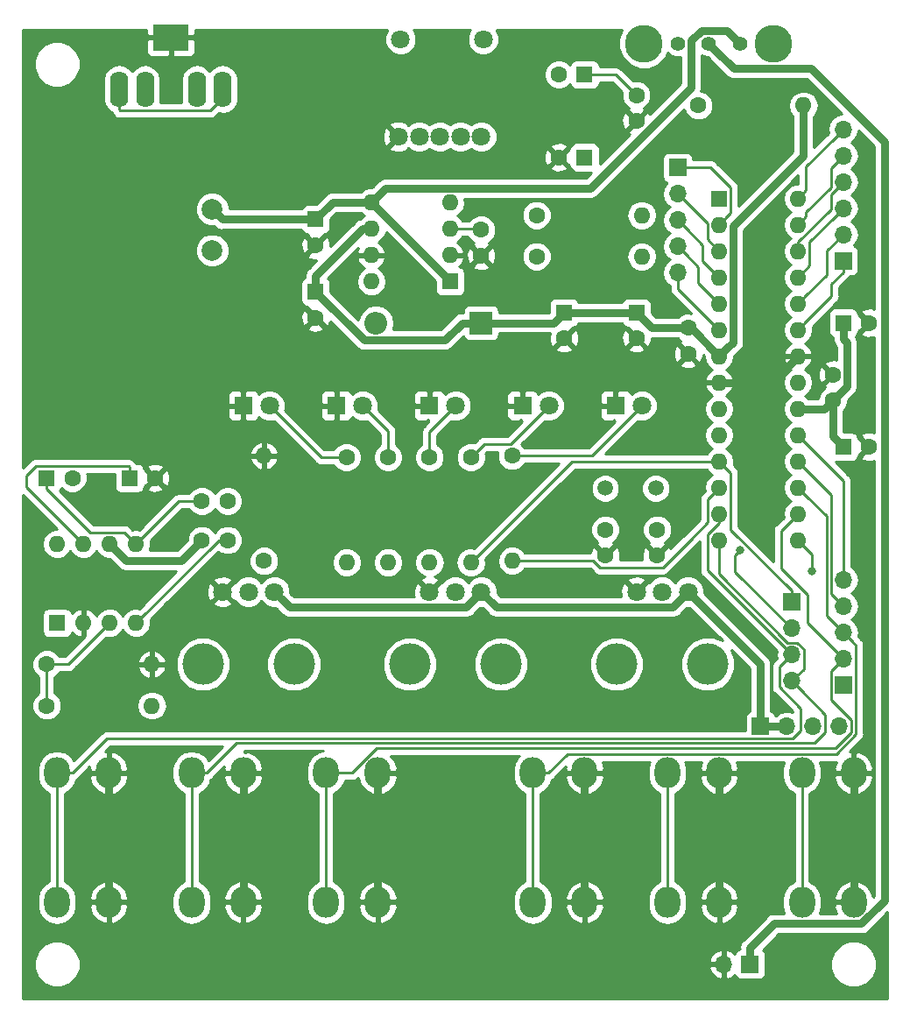
<source format=gbr>
G04 #@! TF.GenerationSoftware,KiCad,Pcbnew,(5.0.1)-3*
G04 #@! TF.CreationDate,2019-05-09T22:35:04+01:00*
G04 #@! TF.ProjectId,drumkid v2,6472756D6B69642076322E6B69636164,rev?*
G04 #@! TF.SameCoordinates,Original*
G04 #@! TF.FileFunction,Copper,L1,Top,Signal*
G04 #@! TF.FilePolarity,Positive*
%FSLAX46Y46*%
G04 Gerber Fmt 4.6, Leading zero omitted, Abs format (unit mm)*
G04 Created by KiCad (PCBNEW (5.0.1)-3) date 09/05/2019 22:35:04*
%MOMM*%
%LPD*%
G01*
G04 APERTURE LIST*
G04 #@! TA.AperFunction,ComponentPad*
%ADD10C,1.800000*%
G04 #@! TD*
G04 #@! TA.AperFunction,ComponentPad*
%ADD11C,1.806000*%
G04 #@! TD*
G04 #@! TA.AperFunction,ComponentPad*
%ADD12O,2.500000X3.000000*%
G04 #@! TD*
G04 #@! TA.AperFunction,ComponentPad*
%ADD13R,1.700000X1.700000*%
G04 #@! TD*
G04 #@! TA.AperFunction,ComponentPad*
%ADD14O,1.700000X1.700000*%
G04 #@! TD*
G04 #@! TA.AperFunction,ComponentPad*
%ADD15R,1.600000X1.600000*%
G04 #@! TD*
G04 #@! TA.AperFunction,ComponentPad*
%ADD16C,1.600000*%
G04 #@! TD*
G04 #@! TA.AperFunction,ComponentPad*
%ADD17O,1.600000X1.600000*%
G04 #@! TD*
G04 #@! TA.AperFunction,ComponentPad*
%ADD18C,1.500000*%
G04 #@! TD*
G04 #@! TA.AperFunction,ComponentPad*
%ADD19R,2.200000X2.200000*%
G04 #@! TD*
G04 #@! TA.AperFunction,ComponentPad*
%ADD20O,2.200000X2.200000*%
G04 #@! TD*
G04 #@! TA.AperFunction,ComponentPad*
%ADD21C,2.000000*%
G04 #@! TD*
G04 #@! TA.AperFunction,ComponentPad*
%ADD22R,1.800000X1.800000*%
G04 #@! TD*
G04 #@! TA.AperFunction,WasherPad*
%ADD23C,4.000000*%
G04 #@! TD*
G04 #@! TA.AperFunction,ComponentPad*
%ADD24C,1.400000*%
G04 #@! TD*
G04 #@! TA.AperFunction,ComponentPad*
%ADD25C,3.653000*%
G04 #@! TD*
G04 #@! TA.AperFunction,ComponentPad*
%ADD26R,3.500000X2.500000*%
G04 #@! TD*
G04 #@! TA.AperFunction,ComponentPad*
%ADD27O,1.750000X3.500000*%
G04 #@! TD*
G04 #@! TA.AperFunction,ViaPad*
%ADD28C,0.800000*%
G04 #@! TD*
G04 #@! TA.AperFunction,Conductor*
%ADD29C,0.750000*%
G04 #@! TD*
G04 #@! TA.AperFunction,Conductor*
%ADD30C,0.250000*%
G04 #@! TD*
G04 #@! TA.AperFunction,Conductor*
%ADD31C,0.254000*%
G04 #@! TD*
G04 APERTURE END LIST*
D10*
G04 #@! TO.P,J2,1*
G04 #@! TO.N,Net-(J2-Pad1)*
X131000000Y-46000000D03*
G04 #@! TO.P,J2,2*
G04 #@! TO.N,Net-(J2-Pad2)*
X133000000Y-46000000D03*
G04 #@! TO.P,J2,3*
G04 #@! TO.N,Net-(J2-Pad3)*
X129000000Y-46000000D03*
G04 #@! TO.P,J2,4*
G04 #@! TO.N,Net-(C15-Pad2)*
X135000000Y-46000000D03*
G04 #@! TO.P,J2,5*
G04 #@! TO.N,GND*
X127000000Y-46000000D03*
D11*
G04 #@! TO.P,J2,MH1*
G04 #@! TO.N,N/C*
X127200000Y-36600000D03*
G04 #@! TO.P,J2,MH2*
X135200000Y-36600000D03*
G04 #@! TD*
D12*
G04 #@! TO.P,SW7,1*
G04 #@! TO.N,/DIGITAL_13*
X166000000Y-107500000D03*
G04 #@! TO.P,SW7,2*
G04 #@! TO.N,GND*
X171000000Y-107500000D03*
G04 #@! TO.P,SW7,1*
G04 #@! TO.N,/DIGITAL_13*
X166000000Y-120000000D03*
G04 #@! TO.P,SW7,2*
G04 #@! TO.N,GND*
X171000000Y-120000000D03*
G04 #@! TD*
D13*
G04 #@! TO.P,J1,1*
G04 #@! TO.N,+5V*
X162000000Y-103000000D03*
D14*
G04 #@! TO.P,J1,2*
X164540000Y-103000000D03*
G04 #@! TO.P,J1,3*
G04 #@! TO.N,GND*
X167080000Y-103000000D03*
G04 #@! TO.P,J1,4*
X169620000Y-103000000D03*
G04 #@! TD*
D15*
G04 #@! TO.P,C15,1*
G04 #@! TO.N,Net-(C14-Pad1)*
X145000000Y-40000000D03*
D16*
G04 #@! TO.P,C15,2*
G04 #@! TO.N,Net-(C15-Pad2)*
X142500000Y-40000000D03*
G04 #@! TD*
G04 #@! TO.P,C13,2*
G04 #@! TO.N,GND*
X142500000Y-48000000D03*
D15*
G04 #@! TO.P,C13,1*
G04 #@! TO.N,Net-(C13-Pad1)*
X145000000Y-48000000D03*
G04 #@! TD*
G04 #@! TO.P,C12,1*
G04 #@! TO.N,+5V*
X143000000Y-63000000D03*
D16*
G04 #@! TO.P,C12,2*
G04 #@! TO.N,GND*
X143000000Y-65500000D03*
G04 #@! TD*
G04 #@! TO.P,C11,2*
G04 #@! TO.N,GND*
X150000000Y-65500000D03*
D15*
G04 #@! TO.P,C11,1*
G04 #@! TO.N,+5V*
X150000000Y-63000000D03*
G04 #@! TD*
G04 #@! TO.P,C17,1*
G04 #@! TO.N,Net-(C17-Pad1)*
X101000000Y-79000000D03*
D16*
G04 #@! TO.P,C17,2*
G04 #@! TO.N,GND*
X103500000Y-79000000D03*
G04 #@! TD*
G04 #@! TO.P,C16,1*
G04 #@! TO.N,+5V*
X108000000Y-85000000D03*
G04 #@! TO.P,C16,2*
G04 #@! TO.N,Net-(C16-Pad2)*
X110500000Y-85000000D03*
G04 #@! TD*
G04 #@! TO.P,C18,2*
G04 #@! TO.N,Net-(C18-Pad2)*
X110500000Y-81225001D03*
G04 #@! TO.P,C18,1*
G04 #@! TO.N,Net-(C10-Pad1)*
X108000000Y-81225001D03*
G04 #@! TD*
G04 #@! TO.P,C14,1*
G04 #@! TO.N,Net-(C14-Pad1)*
X150000000Y-42000000D03*
G04 #@! TO.P,C14,2*
G04 #@! TO.N,GND*
X150000000Y-44500000D03*
G04 #@! TD*
G04 #@! TO.P,R11,1*
G04 #@! TO.N,Net-(C18-Pad2)*
X114000000Y-87000000D03*
D17*
G04 #@! TO.P,R11,2*
G04 #@! TO.N,GND*
X114000000Y-76840000D03*
G04 #@! TD*
D15*
G04 #@! TO.P,C10,1*
G04 #@! TO.N,Net-(C10-Pad1)*
X93000000Y-79000000D03*
D16*
G04 #@! TO.P,C10,2*
G04 #@! TO.N,Net-(C10-Pad2)*
X95500000Y-79000000D03*
G04 #@! TD*
G04 #@! TO.P,C7,2*
G04 #@! TO.N,GND*
X172500000Y-64000000D03*
D15*
G04 #@! TO.P,C7,1*
G04 #@! TO.N,+5V*
X170000000Y-64000000D03*
G04 #@! TD*
G04 #@! TO.P,C8,1*
G04 #@! TO.N,+5V*
X170000000Y-76000000D03*
D16*
G04 #@! TO.P,C8,2*
G04 #@! TO.N,GND*
X172500000Y-76000000D03*
G04 #@! TD*
G04 #@! TO.P,C9,1*
G04 #@! TO.N,GND*
X155000000Y-67000000D03*
G04 #@! TO.P,C9,2*
G04 #@! TO.N,+5V*
X155000000Y-64500000D03*
G04 #@! TD*
D15*
G04 #@! TO.P,U3,1*
G04 #@! TO.N,Net-(U3-Pad1)*
X94000000Y-93000000D03*
D17*
G04 #@! TO.P,U3,5*
G04 #@! TO.N,Net-(C10-Pad1)*
X101620000Y-85380000D03*
G04 #@! TO.P,U3,2*
G04 #@! TO.N,GND*
X96540000Y-93000000D03*
G04 #@! TO.P,U3,6*
G04 #@! TO.N,+5V*
X99080000Y-85380000D03*
G04 #@! TO.P,U3,3*
G04 #@! TO.N,Net-(R10-Pad1)*
X99080000Y-93000000D03*
G04 #@! TO.P,U3,7*
G04 #@! TO.N,Net-(C17-Pad1)*
X96540000Y-85380000D03*
G04 #@! TO.P,U3,4*
G04 #@! TO.N,Net-(C16-Pad2)*
X101620000Y-93000000D03*
G04 #@! TO.P,U3,8*
G04 #@! TO.N,Net-(U3-Pad8)*
X94000000Y-85380000D03*
G04 #@! TD*
D16*
G04 #@! TO.P,R10,1*
G04 #@! TO.N,Net-(R10-Pad1)*
X93000000Y-97000000D03*
D17*
G04 #@! TO.P,R10,2*
G04 #@! TO.N,GND*
X103160000Y-97000000D03*
G04 #@! TD*
G04 #@! TO.P,R8,2*
G04 #@! TO.N,Net-(C13-Pad1)*
X150511849Y-57589377D03*
D16*
G04 #@! TO.P,R8,1*
G04 #@! TO.N,Net-(C14-Pad1)*
X140351849Y-57589377D03*
G04 #@! TD*
G04 #@! TO.P,R9,1*
G04 #@! TO.N,Net-(R10-Pad1)*
X93000000Y-101000000D03*
D17*
G04 #@! TO.P,R9,2*
G04 #@! TO.N,Net-(J2-Pad3)*
X103160000Y-101000000D03*
G04 #@! TD*
D15*
G04 #@! TO.P,U2,1*
G04 #@! TO.N,Net-(R2-Pad1)*
X158000000Y-52000000D03*
D17*
G04 #@! TO.P,U2,15*
G04 #@! TO.N,/DIGITAL_9*
X165620000Y-85020000D03*
G04 #@! TO.P,U2,2*
G04 #@! TO.N,/DIGITAL_0*
X158000000Y-54540000D03*
G04 #@! TO.P,U2,16*
G04 #@! TO.N,/DIGITAL_10*
X165620000Y-82480000D03*
G04 #@! TO.P,U2,3*
G04 #@! TO.N,/DIGITAL_1*
X158000000Y-57080000D03*
G04 #@! TO.P,U2,17*
G04 #@! TO.N,/DIGITAL_11*
X165620000Y-79940000D03*
G04 #@! TO.P,U2,4*
G04 #@! TO.N,/DIGITAL_2*
X158000000Y-59620000D03*
G04 #@! TO.P,U2,18*
G04 #@! TO.N,/DIGITAL_12*
X165620000Y-77400000D03*
G04 #@! TO.P,U2,5*
G04 #@! TO.N,/DIGITAL_3*
X158000000Y-62160000D03*
G04 #@! TO.P,U2,19*
G04 #@! TO.N,/DIGITAL_13*
X165620000Y-74860000D03*
G04 #@! TO.P,U2,6*
G04 #@! TO.N,/DIGITAL_4*
X158000000Y-64700000D03*
G04 #@! TO.P,U2,20*
G04 #@! TO.N,+5V*
X165620000Y-72320000D03*
G04 #@! TO.P,U2,7*
X158000000Y-67240000D03*
G04 #@! TO.P,U2,21*
G04 #@! TO.N,Net-(U2-Pad21)*
X165620000Y-69780000D03*
G04 #@! TO.P,U2,8*
G04 #@! TO.N,GND*
X158000000Y-69780000D03*
G04 #@! TO.P,U2,22*
X165620000Y-67240000D03*
G04 #@! TO.P,U2,9*
G04 #@! TO.N,Net-(C5-Pad1)*
X158000000Y-72320000D03*
G04 #@! TO.P,U2,23*
G04 #@! TO.N,/ANALOG_0*
X165620000Y-64700000D03*
G04 #@! TO.P,U2,10*
G04 #@! TO.N,Net-(C6-Pad1)*
X158000000Y-74860000D03*
G04 #@! TO.P,U2,24*
G04 #@! TO.N,/ANALOG_1*
X165620000Y-62160000D03*
G04 #@! TO.P,U2,11*
G04 #@! TO.N,/DIGITAL_5*
X158000000Y-77400000D03*
G04 #@! TO.P,U2,25*
G04 #@! TO.N,/ANALOG_2*
X165620000Y-59620000D03*
G04 #@! TO.P,U2,12*
G04 #@! TO.N,/DIGITAL_6*
X158000000Y-79940000D03*
G04 #@! TO.P,U2,26*
G04 #@! TO.N,/ANALOG_3*
X165620000Y-57080000D03*
G04 #@! TO.P,U2,13*
G04 #@! TO.N,/DIGITAL_7*
X158000000Y-82480000D03*
G04 #@! TO.P,U2,27*
G04 #@! TO.N,/ANALOG_4*
X165620000Y-54540000D03*
G04 #@! TO.P,U2,14*
G04 #@! TO.N,/DIGITAL_8*
X158000000Y-85020000D03*
G04 #@! TO.P,U2,28*
G04 #@! TO.N,/ANALOG_5*
X165620000Y-52000000D03*
G04 #@! TD*
D15*
G04 #@! TO.P,U1,1*
G04 #@! TO.N,/BAT_ON*
X132000000Y-60000000D03*
D17*
G04 #@! TO.P,U1,5*
X124380000Y-52380000D03*
G04 #@! TO.P,U1,2*
G04 #@! TO.N,GND*
X132000000Y-57460000D03*
G04 #@! TO.P,U1,6*
G04 #@! TO.N,+5V*
X124380000Y-54920000D03*
G04 #@! TO.P,U1,3*
G04 #@! TO.N,Net-(C2-Pad1)*
X132000000Y-54920000D03*
G04 #@! TO.P,U1,7*
G04 #@! TO.N,GND*
X124380000Y-57460000D03*
G04 #@! TO.P,U1,4*
G04 #@! TO.N,Net-(U1-Pad4)*
X132000000Y-52380000D03*
G04 #@! TO.P,U1,8*
G04 #@! TO.N,Net-(D1-Pad2)*
X124380000Y-60000000D03*
G04 #@! TD*
D12*
G04 #@! TO.P,SW6,1*
G04 #@! TO.N,/DIGITAL_12*
X153000000Y-107500000D03*
G04 #@! TO.P,SW6,2*
G04 #@! TO.N,GND*
X158000000Y-107500000D03*
G04 #@! TO.P,SW6,1*
G04 #@! TO.N,/DIGITAL_12*
X153000000Y-120000000D03*
G04 #@! TO.P,SW6,2*
G04 #@! TO.N,GND*
X158000000Y-120000000D03*
G04 #@! TD*
G04 #@! TO.P,SW5,2*
G04 #@! TO.N,GND*
X145000000Y-120000000D03*
G04 #@! TO.P,SW5,1*
G04 #@! TO.N,/DIGITAL_11*
X140000000Y-120000000D03*
G04 #@! TO.P,SW5,2*
G04 #@! TO.N,GND*
X145000000Y-107500000D03*
G04 #@! TO.P,SW5,1*
G04 #@! TO.N,/DIGITAL_11*
X140000000Y-107500000D03*
G04 #@! TD*
G04 #@! TO.P,SW4,1*
G04 #@! TO.N,/DIGITAL_10*
X120000000Y-107500000D03*
G04 #@! TO.P,SW4,2*
G04 #@! TO.N,GND*
X125000000Y-107500000D03*
G04 #@! TO.P,SW4,1*
G04 #@! TO.N,/DIGITAL_10*
X120000000Y-120000000D03*
G04 #@! TO.P,SW4,2*
G04 #@! TO.N,GND*
X125000000Y-120000000D03*
G04 #@! TD*
G04 #@! TO.P,SW3,2*
G04 #@! TO.N,GND*
X112000000Y-120000000D03*
G04 #@! TO.P,SW3,1*
G04 #@! TO.N,/DIGITAL_8*
X107000000Y-120000000D03*
G04 #@! TO.P,SW3,2*
G04 #@! TO.N,GND*
X112000000Y-107500000D03*
G04 #@! TO.P,SW3,1*
G04 #@! TO.N,/DIGITAL_8*
X107000000Y-107500000D03*
G04 #@! TD*
G04 #@! TO.P,SW2,1*
G04 #@! TO.N,/DIGITAL_7*
X94000000Y-107500000D03*
G04 #@! TO.P,SW2,2*
G04 #@! TO.N,GND*
X99000000Y-107500000D03*
G04 #@! TO.P,SW2,1*
G04 #@! TO.N,/DIGITAL_7*
X94000000Y-120000000D03*
G04 #@! TO.P,SW2,2*
G04 #@! TO.N,GND*
X99000000Y-120000000D03*
G04 #@! TD*
D16*
G04 #@! TO.P,C1,2*
G04 #@! TO.N,GND*
X119000000Y-56500000D03*
D15*
G04 #@! TO.P,C1,1*
G04 #@! TO.N,/BAT_ON*
X119000000Y-54000000D03*
G04 #@! TD*
G04 #@! TO.P,C3,1*
G04 #@! TO.N,+5V*
X119000000Y-61000000D03*
D16*
G04 #@! TO.P,C3,2*
G04 #@! TO.N,GND*
X119000000Y-63500000D03*
G04 #@! TD*
G04 #@! TO.P,C6,2*
G04 #@! TO.N,GND*
X152000000Y-86500000D03*
G04 #@! TO.P,C6,1*
G04 #@! TO.N,Net-(C6-Pad1)*
X152000000Y-84000000D03*
G04 #@! TD*
G04 #@! TO.P,C2,1*
G04 #@! TO.N,Net-(C2-Pad1)*
X135000000Y-55000000D03*
G04 #@! TO.P,C2,2*
G04 #@! TO.N,GND*
X135000000Y-57500000D03*
G04 #@! TD*
G04 #@! TO.P,C4,2*
G04 #@! TO.N,+5V*
X169000000Y-71500000D03*
G04 #@! TO.P,C4,1*
G04 #@! TO.N,GND*
X169000000Y-69000000D03*
G04 #@! TD*
G04 #@! TO.P,C5,1*
G04 #@! TO.N,Net-(C5-Pad1)*
X147000000Y-84000000D03*
G04 #@! TO.P,C5,2*
G04 #@! TO.N,GND*
X147000000Y-86500000D03*
G04 #@! TD*
D13*
G04 #@! TO.P,BT1,1*
G04 #@! TO.N,Net-(BT1-Pad1)*
X161000000Y-126000000D03*
D14*
G04 #@! TO.P,BT1,2*
G04 #@! TO.N,GND*
X158460000Y-126000000D03*
G04 #@! TD*
D13*
G04 #@! TO.P,J6,1*
G04 #@! TO.N,/DIGITAL_5*
X165000000Y-91000000D03*
D14*
G04 #@! TO.P,J6,2*
G04 #@! TO.N,/DIGITAL_6*
X165000000Y-93540000D03*
G04 #@! TO.P,J6,3*
G04 #@! TO.N,/DIGITAL_7*
X165000000Y-96080000D03*
G04 #@! TO.P,J6,4*
G04 #@! TO.N,/DIGITAL_8*
X165000000Y-98620000D03*
G04 #@! TD*
G04 #@! TO.P,J8,5*
G04 #@! TO.N,/DIGITAL_13*
X170000000Y-88840000D03*
G04 #@! TO.P,J8,4*
G04 #@! TO.N,/DIGITAL_12*
X170000000Y-91380000D03*
G04 #@! TO.P,J8,3*
G04 #@! TO.N,/DIGITAL_11*
X170000000Y-93920000D03*
G04 #@! TO.P,J8,2*
G04 #@! TO.N,/DIGITAL_10*
X170000000Y-96460000D03*
D13*
G04 #@! TO.P,J8,1*
G04 #@! TO.N,/DIGITAL_9*
X170000000Y-99000000D03*
G04 #@! TD*
G04 #@! TO.P,J5,1*
G04 #@! TO.N,/DIGITAL_0*
X154000000Y-49000000D03*
D14*
G04 #@! TO.P,J5,2*
G04 #@! TO.N,/DIGITAL_1*
X154000000Y-51540000D03*
G04 #@! TO.P,J5,3*
G04 #@! TO.N,/DIGITAL_2*
X154000000Y-54080000D03*
G04 #@! TO.P,J5,4*
G04 #@! TO.N,/DIGITAL_3*
X154000000Y-56620000D03*
G04 #@! TO.P,J5,5*
G04 #@! TO.N,/DIGITAL_4*
X154000000Y-59160000D03*
G04 #@! TD*
D13*
G04 #@! TO.P,J7,1*
G04 #@! TO.N,/ANALOG_0*
X170000000Y-58000000D03*
D14*
G04 #@! TO.P,J7,2*
G04 #@! TO.N,/ANALOG_1*
X170000000Y-55460000D03*
G04 #@! TO.P,J7,3*
G04 #@! TO.N,/ANALOG_2*
X170000000Y-52920000D03*
G04 #@! TO.P,J7,4*
G04 #@! TO.N,/ANALOG_3*
X170000000Y-50380000D03*
G04 #@! TO.P,J7,5*
G04 #@! TO.N,/ANALOG_4*
X170000000Y-47840000D03*
G04 #@! TO.P,J7,6*
G04 #@! TO.N,/ANALOG_5*
X170000000Y-45300000D03*
G04 #@! TD*
D18*
G04 #@! TO.P,Y1,1*
G04 #@! TO.N,Net-(C5-Pad1)*
X147000000Y-80000000D03*
G04 #@! TO.P,Y1,2*
G04 #@! TO.N,Net-(C6-Pad1)*
X151880000Y-80000000D03*
G04 #@! TD*
D19*
G04 #@! TO.P,D1,1*
G04 #@! TO.N,+5V*
X135000000Y-64000000D03*
D20*
G04 #@! TO.P,D1,2*
G04 #@! TO.N,Net-(D1-Pad2)*
X124840000Y-64000000D03*
G04 #@! TD*
D21*
G04 #@! TO.P,L1,1*
G04 #@! TO.N,/BAT_ON*
X109000000Y-53000000D03*
G04 #@! TO.P,L1,2*
G04 #@! TO.N,Net-(D1-Pad2)*
X109000000Y-57000000D03*
G04 #@! TD*
D22*
G04 #@! TO.P,D2,1*
G04 #@! TO.N,GND*
X112000000Y-72000000D03*
D10*
G04 #@! TO.P,D2,2*
G04 #@! TO.N,Net-(D2-Pad2)*
X114540000Y-72000000D03*
G04 #@! TD*
G04 #@! TO.P,D3,2*
G04 #@! TO.N,Net-(D3-Pad2)*
X123540000Y-72000000D03*
D22*
G04 #@! TO.P,D3,1*
G04 #@! TO.N,GND*
X121000000Y-72000000D03*
G04 #@! TD*
G04 #@! TO.P,D4,1*
G04 #@! TO.N,GND*
X130000000Y-72000000D03*
D10*
G04 #@! TO.P,D4,2*
G04 #@! TO.N,Net-(D4-Pad2)*
X132540000Y-72000000D03*
G04 #@! TD*
G04 #@! TO.P,D6,2*
G04 #@! TO.N,Net-(D6-Pad2)*
X150540000Y-72000000D03*
D22*
G04 #@! TO.P,D6,1*
G04 #@! TO.N,GND*
X148000000Y-72000000D03*
G04 #@! TD*
G04 #@! TO.P,D5,1*
G04 #@! TO.N,GND*
X139000000Y-72000000D03*
D10*
G04 #@! TO.P,D5,2*
G04 #@! TO.N,Net-(D5-Pad2)*
X141540000Y-72000000D03*
G04 #@! TD*
G04 #@! TO.P,RV2,3*
G04 #@! TO.N,+5V*
X115000000Y-90000000D03*
G04 #@! TO.P,RV2,2*
G04 #@! TO.N,/ANALOG_0*
X112500000Y-90000000D03*
G04 #@! TO.P,RV2,1*
G04 #@! TO.N,GND*
X110000000Y-90000000D03*
D23*
G04 #@! TO.P,RV2,*
G04 #@! TO.N,*
X116900000Y-97000000D03*
X108100000Y-97000000D03*
G04 #@! TD*
G04 #@! TO.P,RV3,*
G04 #@! TO.N,*
X148100000Y-97000000D03*
X156900000Y-97000000D03*
D10*
G04 #@! TO.P,RV3,1*
G04 #@! TO.N,GND*
X150000000Y-90000000D03*
G04 #@! TO.P,RV3,2*
G04 #@! TO.N,/ANALOG_1*
X152500000Y-90000000D03*
G04 #@! TO.P,RV3,3*
G04 #@! TO.N,+5V*
X155000000Y-90000000D03*
G04 #@! TD*
G04 #@! TO.P,RV4,3*
G04 #@! TO.N,+5V*
X135000000Y-90000000D03*
G04 #@! TO.P,RV4,2*
G04 #@! TO.N,/ANALOG_2*
X132500000Y-90000000D03*
G04 #@! TO.P,RV4,1*
G04 #@! TO.N,GND*
X130000000Y-90000000D03*
D23*
G04 #@! TO.P,RV4,*
G04 #@! TO.N,*
X136900000Y-97000000D03*
X128100000Y-97000000D03*
G04 #@! TD*
D16*
G04 #@! TO.P,R6,1*
G04 #@! TO.N,Net-(D5-Pad2)*
X134000000Y-77000000D03*
D17*
G04 #@! TO.P,R6,2*
G04 #@! TO.N,/DIGITAL_5*
X134000000Y-87160000D03*
G04 #@! TD*
G04 #@! TO.P,R7,2*
G04 #@! TO.N,/DIGITAL_6*
X138000000Y-87000000D03*
D16*
G04 #@! TO.P,R7,1*
G04 #@! TO.N,Net-(D6-Pad2)*
X138000000Y-76840000D03*
G04 #@! TD*
G04 #@! TO.P,R5,1*
G04 #@! TO.N,Net-(D4-Pad2)*
X130000000Y-77000000D03*
D17*
G04 #@! TO.P,R5,2*
G04 #@! TO.N,/DIGITAL_4*
X130000000Y-87160000D03*
G04 #@! TD*
G04 #@! TO.P,R4,2*
G04 #@! TO.N,/DIGITAL_3*
X126000000Y-87160000D03*
D16*
G04 #@! TO.P,R4,1*
G04 #@! TO.N,Net-(D3-Pad2)*
X126000000Y-77000000D03*
G04 #@! TD*
G04 #@! TO.P,R3,1*
G04 #@! TO.N,Net-(D2-Pad2)*
X122000000Y-77000000D03*
D17*
G04 #@! TO.P,R3,2*
G04 #@! TO.N,/DIGITAL_2*
X122000000Y-87160000D03*
G04 #@! TD*
G04 #@! TO.P,R2,2*
G04 #@! TO.N,+5V*
X166160000Y-43000000D03*
D16*
G04 #@! TO.P,R2,1*
G04 #@! TO.N,Net-(R2-Pad1)*
X156000000Y-43000000D03*
G04 #@! TD*
G04 #@! TO.P,R1,1*
G04 #@! TO.N,Net-(C13-Pad1)*
X140351849Y-53589377D03*
D17*
G04 #@! TO.P,R1,2*
G04 #@! TO.N,/DIGITAL_9*
X150511849Y-53589377D03*
G04 #@! TD*
D24*
G04 #@! TO.P,SW1,1*
G04 #@! TO.N,/BAT_ON*
X160000000Y-37000000D03*
G04 #@! TO.P,SW1,2*
G04 #@! TO.N,Net-(BT1-Pad1)*
X157000000Y-37000000D03*
G04 #@! TO.P,SW1,3*
G04 #@! TO.N,Net-(SW1-Pad3)*
X154000000Y-37000000D03*
D25*
G04 #@! TO.P,SW1,MH1*
G04 #@! TO.N,N/C*
X163250000Y-37000000D03*
G04 #@! TO.P,SW1,MH2*
X150750000Y-37000000D03*
G04 #@! TD*
D26*
G04 #@! TO.P,J9,S*
G04 #@! TO.N,GND*
X105000000Y-36404000D03*
D27*
G04 #@! TO.P,J9,R*
G04 #@! TO.N,Net-(C10-Pad2)*
X110000000Y-41410000D03*
G04 #@! TO.P,J9,T*
X100000000Y-41410000D03*
G04 #@! TO.P,J9,RN*
G04 #@! TO.N,Net-(J9-PadRN)*
X107500000Y-41410000D03*
G04 #@! TO.P,J9,TN*
G04 #@! TO.N,Net-(J9-PadTN)*
X102500000Y-41410000D03*
G04 #@! TD*
D28*
G04 #@! TO.N,/DIGITAL_9*
X167000000Y-88000000D03*
G04 #@! TO.N,/DIGITAL_6*
X160000000Y-86000000D03*
G04 #@! TD*
D29*
G04 #@! TO.N,GND*
X99000000Y-120000000D02*
X99000000Y-107500000D01*
X112000000Y-120000000D02*
X112000000Y-107500000D01*
X125000000Y-107500000D02*
X125000000Y-120000000D01*
X145000000Y-107500000D02*
X145000000Y-120000000D01*
X158000000Y-107500000D02*
X158000000Y-120000000D01*
X171000000Y-107500000D02*
X171000000Y-120000000D01*
X163080000Y-69780000D02*
X165620000Y-67240000D01*
X158000000Y-69780000D02*
X163080000Y-69780000D01*
G04 #@! TO.N,Net-(BT1-Pad1)*
X159401501Y-39401501D02*
X157699999Y-37699999D01*
X174000000Y-46501220D02*
X166900281Y-39401501D01*
X174000000Y-119830953D02*
X174000000Y-46501220D01*
X171755943Y-122075010D02*
X174000000Y-119830953D01*
X163324990Y-122075010D02*
X171755943Y-122075010D01*
X166900281Y-39401501D02*
X159401501Y-39401501D01*
X161000000Y-124400000D02*
X163324990Y-122075010D01*
X157699999Y-37699999D02*
X157000000Y-37000000D01*
X161000000Y-126000000D02*
X161000000Y-124400000D01*
D30*
G04 #@! TO.N,/DIGITAL_9*
X167000000Y-86400000D02*
X165620000Y-85020000D01*
X167000000Y-88000000D02*
X167000000Y-86400000D01*
D29*
G04 #@! TO.N,+5V*
X123530000Y-54920000D02*
X124380000Y-54920000D01*
X119000000Y-59450000D02*
X123530000Y-54920000D01*
X119000000Y-61000000D02*
X119000000Y-59450000D01*
X123675001Y-65675001D02*
X119000000Y-61000000D01*
X131474999Y-65675001D02*
X123675001Y-65675001D01*
X133150000Y-64000000D02*
X131474999Y-65675001D01*
X135000000Y-64000000D02*
X133150000Y-64000000D01*
X155260000Y-64500000D02*
X158000000Y-67240000D01*
X155000000Y-64500000D02*
X155260000Y-64500000D01*
X151500000Y-64500000D02*
X150000000Y-63000000D01*
X155000000Y-64500000D02*
X151500000Y-64500000D01*
X150000000Y-63000000D02*
X143000000Y-63000000D01*
X142000000Y-64000000D02*
X143000000Y-63000000D01*
X135000000Y-64000000D02*
X142000000Y-64000000D01*
X154100001Y-90899999D02*
X155000000Y-90000000D01*
X153524999Y-91475001D02*
X154100001Y-90899999D01*
X136475001Y-91475001D02*
X153524999Y-91475001D01*
X135000000Y-90000000D02*
X136475001Y-91475001D01*
X168180000Y-72320000D02*
X169000000Y-71500000D01*
X165620000Y-72320000D02*
X168180000Y-72320000D01*
X169000000Y-75000000D02*
X170000000Y-76000000D01*
X169000000Y-71500000D02*
X169000000Y-75000000D01*
X170000000Y-65550000D02*
X170000000Y-64000000D01*
X170375001Y-65925001D02*
X170000000Y-65550000D01*
X170375001Y-70124999D02*
X170375001Y-65925001D01*
X169000000Y-71500000D02*
X170375001Y-70124999D01*
X115899999Y-90899999D02*
X115000000Y-90000000D01*
X116475001Y-91475001D02*
X115899999Y-90899999D01*
X133524999Y-91475001D02*
X116475001Y-91475001D01*
X135000000Y-90000000D02*
X133524999Y-91475001D01*
X107200001Y-85799999D02*
X108000000Y-85000000D01*
X106000000Y-87000000D02*
X107200001Y-85799999D01*
X100700000Y-87000000D02*
X106000000Y-87000000D01*
X99080000Y-85380000D02*
X100700000Y-87000000D01*
X164540000Y-103000000D02*
X162000000Y-103000000D01*
X162000000Y-97000000D02*
X155000000Y-90000000D01*
X162000000Y-103000000D02*
X162000000Y-97000000D01*
X158799999Y-66440001D02*
X158000000Y-67240000D01*
X159375001Y-65864999D02*
X158799999Y-66440001D01*
X159375001Y-54624999D02*
X159375001Y-65864999D01*
X166160000Y-47840000D02*
X159375001Y-54624999D01*
X166160000Y-43000000D02*
X166160000Y-47840000D01*
D30*
G04 #@! TO.N,Net-(D2-Pad2)*
X119540000Y-77000000D02*
X114540000Y-72000000D01*
X122000000Y-77000000D02*
X119540000Y-77000000D01*
G04 #@! TO.N,/DIGITAL_2*
X154849999Y-54929999D02*
X154000000Y-54080000D01*
X156424989Y-56504989D02*
X154849999Y-54929999D01*
X156424989Y-58044989D02*
X156424989Y-56504989D01*
X158000000Y-59620000D02*
X156424989Y-58044989D01*
G04 #@! TO.N,/DIGITAL_3*
X154849999Y-57469999D02*
X154000000Y-56620000D01*
X155974980Y-58594980D02*
X154849999Y-57469999D01*
X155974980Y-60134980D02*
X155974980Y-58594980D01*
X158000000Y-62160000D02*
X155974980Y-60134980D01*
G04 #@! TO.N,Net-(D3-Pad2)*
X126000000Y-74460000D02*
X123540000Y-72000000D01*
X126000000Y-77000000D02*
X126000000Y-74460000D01*
G04 #@! TO.N,Net-(D4-Pad2)*
X130000000Y-74540000D02*
X132540000Y-72000000D01*
X130000000Y-77000000D02*
X130000000Y-74540000D01*
G04 #@! TO.N,/DIGITAL_4*
X154000000Y-60700000D02*
X154000000Y-59160000D01*
X158000000Y-64700000D02*
X154000000Y-60700000D01*
G04 #@! TO.N,/DIGITAL_6*
X157200001Y-80739999D02*
X158000000Y-79940000D01*
X156874999Y-83290003D02*
X156874999Y-81065001D01*
X156874999Y-81065001D02*
X157200001Y-80739999D01*
X146459999Y-87625001D02*
X152540001Y-87625001D01*
X145834998Y-87000000D02*
X146459999Y-87625001D01*
X138000000Y-87000000D02*
X145834998Y-87000000D01*
X152540001Y-87625001D02*
X155165002Y-85000000D01*
X155165002Y-85000000D02*
X156874999Y-83290003D01*
X159537347Y-86462653D02*
X160000000Y-86000000D01*
X165000000Y-93540000D02*
X159537347Y-88077347D01*
X159537347Y-88077347D02*
X159537347Y-86462653D01*
G04 #@! TO.N,Net-(D6-Pad2)*
X145700000Y-76840000D02*
X150540000Y-72000000D01*
X138000000Y-76840000D02*
X145700000Y-76840000D01*
G04 #@! TO.N,Net-(D5-Pad2)*
X140640001Y-72899999D02*
X141540000Y-72000000D01*
X137825001Y-75714999D02*
X140640001Y-72899999D01*
X135285001Y-75714999D02*
X137825001Y-75714999D01*
X134000000Y-77000000D02*
X135285001Y-75714999D01*
G04 #@! TO.N,/DIGITAL_5*
X143760000Y-77400000D02*
X158000000Y-77400000D01*
X134000000Y-87160000D02*
X143760000Y-77400000D01*
X158799999Y-78199999D02*
X158000000Y-77400000D01*
X159125001Y-78525001D02*
X158799999Y-78199999D01*
X159125001Y-84025001D02*
X159125001Y-78525001D01*
X165000000Y-89900000D02*
X159125001Y-84025001D01*
X165000000Y-91000000D02*
X165000000Y-89900000D01*
G04 #@! TO.N,/ANALOG_2*
X169150001Y-53769999D02*
X170000000Y-52920000D01*
X166745001Y-56174999D02*
X169150001Y-53769999D01*
X166745001Y-58494999D02*
X166745001Y-56174999D01*
X165620000Y-59620000D02*
X166745001Y-58494999D01*
G04 #@! TO.N,/ANALOG_1*
X166419999Y-61360001D02*
X165620000Y-62160000D01*
X168424989Y-59355011D02*
X166419999Y-61360001D01*
X168424989Y-57035011D02*
X168424989Y-59355011D01*
X170000000Y-55460000D02*
X168424989Y-57035011D01*
G04 #@! TO.N,/ANALOG_0*
X166419999Y-63900001D02*
X165620000Y-64700000D01*
X168874999Y-61445001D02*
X166419999Y-63900001D01*
X168874999Y-60225001D02*
X168874999Y-61445001D01*
X170000000Y-59100000D02*
X168874999Y-60225001D01*
X170000000Y-58000000D02*
X170000000Y-59100000D01*
G04 #@! TO.N,/DIGITAL_0*
X158799999Y-53740001D02*
X158000000Y-54540000D01*
X159125001Y-53414999D02*
X158799999Y-53740001D01*
X159125001Y-50939999D02*
X159125001Y-53414999D01*
X157185002Y-49000000D02*
X159125001Y-50939999D01*
X154000000Y-49000000D02*
X157185002Y-49000000D01*
G04 #@! TO.N,/DIGITAL_10*
X169150001Y-95610001D02*
X170000000Y-96460000D01*
X166549990Y-93009990D02*
X169150001Y-95610001D01*
X166549990Y-90264988D02*
X166549990Y-93009990D01*
X164000000Y-87714998D02*
X166549990Y-90264988D01*
X164000000Y-84100000D02*
X164000000Y-87714998D01*
X165620000Y-82480000D02*
X164000000Y-84100000D01*
X120000000Y-120000000D02*
X120000000Y-107500000D01*
X168824999Y-97635001D02*
X169150001Y-97309999D01*
X168824999Y-100465997D02*
X168824999Y-97635001D01*
X170795001Y-102435999D02*
X168824999Y-100465997D01*
X169150001Y-97309999D02*
X170000000Y-96460000D01*
X170795001Y-103564001D02*
X170795001Y-102435999D01*
X169283981Y-105075021D02*
X170795001Y-103564001D01*
X124924979Y-105075021D02*
X169283981Y-105075021D01*
X122500000Y-107500000D02*
X124924979Y-105075021D01*
X120000000Y-107500000D02*
X122500000Y-107500000D01*
G04 #@! TO.N,/DIGITAL_1*
X154849999Y-52389999D02*
X154000000Y-51540000D01*
X156874999Y-54414999D02*
X154849999Y-52389999D01*
X156874999Y-55954999D02*
X156874999Y-54414999D01*
X158000000Y-57080000D02*
X156874999Y-55954999D01*
G04 #@! TO.N,/DIGITAL_11*
X140000000Y-120000000D02*
X140000000Y-107500000D01*
X170849999Y-94769999D02*
X170000000Y-93920000D01*
X171245011Y-95165011D02*
X170849999Y-94769999D01*
X171245011Y-103750401D02*
X171245011Y-95165011D01*
X169320422Y-105674990D02*
X171245011Y-103750401D01*
X143325010Y-105674990D02*
X169320422Y-105674990D01*
X141500000Y-107500000D02*
X143325010Y-105674990D01*
X140000000Y-107500000D02*
X141500000Y-107500000D01*
X166419999Y-80739999D02*
X165620000Y-79940000D01*
X168374989Y-82694989D02*
X166419999Y-80739999D01*
X168374989Y-92294989D02*
X168374989Y-82694989D01*
X170000000Y-93920000D02*
X168374989Y-92294989D01*
G04 #@! TO.N,/DIGITAL_12*
X153000000Y-120000000D02*
X153000000Y-118250000D01*
X153000000Y-120000000D02*
X153000000Y-107500000D01*
X166419999Y-78199999D02*
X165620000Y-77400000D01*
X168824999Y-80604999D02*
X166419999Y-78199999D01*
X168824999Y-90204999D02*
X168824999Y-80604999D01*
X170000000Y-91380000D02*
X168824999Y-90204999D01*
G04 #@! TO.N,/DIGITAL_13*
X166000000Y-120000000D02*
X166000000Y-118250000D01*
X170000000Y-79240000D02*
X170000000Y-88840000D01*
X165620000Y-74860000D02*
X170000000Y-79240000D01*
X166000000Y-120000000D02*
X166000000Y-107500000D01*
G04 #@! TO.N,/ANALOG_3*
X169150001Y-51229999D02*
X170000000Y-50380000D01*
X168824999Y-51555001D02*
X169150001Y-51229999D01*
X168824999Y-53000003D02*
X168824999Y-51555001D01*
X165620000Y-56205002D02*
X168824999Y-53000003D01*
X165620000Y-57080000D02*
X165620000Y-56205002D01*
G04 #@! TO.N,/DIGITAL_7*
X94000000Y-120000000D02*
X94000000Y-107500000D01*
X164150001Y-96929999D02*
X165000000Y-96080000D01*
X163824999Y-97255001D02*
X164150001Y-96929999D01*
X163824999Y-99184001D02*
X163824999Y-97255001D01*
X165904999Y-101264001D02*
X163824999Y-99184001D01*
X165904999Y-103374003D02*
X165904999Y-101264001D01*
X165104001Y-104175001D02*
X165904999Y-103374003D01*
X98824999Y-104175001D02*
X165104001Y-104175001D01*
X95500000Y-107500000D02*
X98824999Y-104175001D01*
X94000000Y-107500000D02*
X95500000Y-107500000D01*
X164150001Y-95230001D02*
X165000000Y-96080000D01*
X156874999Y-87954999D02*
X164150001Y-95230001D01*
X156874999Y-84479999D02*
X156874999Y-87954999D01*
X158000000Y-83354998D02*
X156874999Y-84479999D01*
X158000000Y-82480000D02*
X158000000Y-83354998D01*
G04 #@! TO.N,/ANALOG_4*
X169150001Y-48689999D02*
X170000000Y-47840000D01*
X168824999Y-49015001D02*
X169150001Y-48689999D01*
X168824999Y-50918591D02*
X168824999Y-49015001D01*
X166419999Y-53323591D02*
X168824999Y-50918591D01*
X166419999Y-53740001D02*
X166419999Y-53323591D01*
X165620000Y-54540000D02*
X166419999Y-53740001D01*
G04 #@! TO.N,/DIGITAL_8*
X107000000Y-120000000D02*
X107000000Y-107500000D01*
X165849999Y-99469999D02*
X165000000Y-98620000D01*
X168255001Y-101875001D02*
X165849999Y-99469999D01*
X168255001Y-103564001D02*
X168255001Y-101875001D01*
X111374989Y-104625011D02*
X167193991Y-104625011D01*
X108500000Y-107500000D02*
X111374989Y-104625011D01*
X167193991Y-104625011D02*
X168255001Y-103564001D01*
X107000000Y-107500000D02*
X108500000Y-107500000D01*
X158000000Y-86151370D02*
X158000000Y-85020000D01*
X164625997Y-94904999D02*
X158000000Y-88279002D01*
X166175001Y-95515999D02*
X165564001Y-94904999D01*
X165564001Y-94904999D02*
X164625997Y-94904999D01*
X166175001Y-97444999D02*
X166175001Y-95515999D01*
X158000000Y-88279002D02*
X158000000Y-86151370D01*
X165000000Y-98620000D02*
X166175001Y-97444999D01*
G04 #@! TO.N,/ANALOG_5*
X169150001Y-46149999D02*
X170000000Y-45300000D01*
X166419999Y-48880001D02*
X169150001Y-46149999D01*
X166419999Y-51200001D02*
X166419999Y-48880001D01*
X165620000Y-52000000D02*
X166419999Y-51200001D01*
G04 #@! TO.N,Net-(C2-Pad1)*
X134920000Y-54920000D02*
X135000000Y-55000000D01*
X132000000Y-54920000D02*
X134920000Y-54920000D01*
G04 #@! TO.N,Net-(C10-Pad2)*
X110000000Y-42285000D02*
X110000000Y-41410000D01*
X108799990Y-43485010D02*
X110000000Y-42285000D01*
X100075010Y-43485010D02*
X108799990Y-43485010D01*
X100000000Y-43410000D02*
X100075010Y-43485010D01*
X100000000Y-41410000D02*
X100000000Y-43410000D01*
G04 #@! TO.N,Net-(C10-Pad1)*
X100820001Y-84580001D02*
X101620000Y-85380000D01*
X100494999Y-84254999D02*
X100820001Y-84580001D01*
X97204999Y-84254999D02*
X100494999Y-84254999D01*
X93000000Y-80050000D02*
X97204999Y-84254999D01*
X93000000Y-79000000D02*
X93000000Y-80050000D01*
X105774999Y-81225001D02*
X108000000Y-81225001D01*
X101620000Y-85380000D02*
X105774999Y-81225001D01*
G04 #@! TO.N,Net-(R10-Pad1)*
X93000000Y-101000000D02*
X93000000Y-97000000D01*
X95080000Y-97000000D02*
X99080000Y-93000000D01*
X93000000Y-97000000D02*
X95080000Y-97000000D01*
G04 #@! TO.N,Net-(C14-Pad1)*
X148000000Y-40000000D02*
X150000000Y-42000000D01*
X145000000Y-40000000D02*
X148000000Y-40000000D01*
G04 #@! TO.N,Net-(C16-Pad2)*
X109620000Y-85000000D02*
X110500000Y-85000000D01*
X101620000Y-93000000D02*
X109620000Y-85000000D01*
D29*
G04 #@! TO.N,/BAT_ON*
X125755001Y-51004999D02*
X125179999Y-51580001D01*
X125179999Y-51580001D02*
X124380000Y-52380000D01*
X145530003Y-51004999D02*
X125755001Y-51004999D01*
X155275001Y-41260001D02*
X145530003Y-51004999D01*
X155275001Y-36724999D02*
X155275001Y-41260001D01*
X156275001Y-35724999D02*
X155275001Y-36724999D01*
X158724999Y-35724999D02*
X156275001Y-35724999D01*
X160000000Y-37000000D02*
X158724999Y-35724999D01*
X120620000Y-52380000D02*
X119000000Y-54000000D01*
X124380000Y-52380000D02*
X120620000Y-52380000D01*
X109999999Y-53999999D02*
X109000000Y-53000000D01*
X119000000Y-54000000D02*
X109999999Y-53999999D01*
X132000000Y-60000000D02*
X124380000Y-52380000D01*
D30*
G04 #@! TO.N,Net-(C17-Pad1)*
X91939999Y-77874999D02*
X91000000Y-78814998D01*
X100924999Y-77874999D02*
X91939999Y-77874999D01*
X101000000Y-79000000D02*
X101000000Y-77950000D01*
X101000000Y-77950000D02*
X100924999Y-77874999D01*
X91000000Y-79840000D02*
X96540000Y-85380000D01*
X91000000Y-78814998D02*
X91000000Y-79840000D01*
G04 #@! TD*
D31*
G04 #@! TO.N,GND*
G36*
X102615000Y-36118250D02*
X102773750Y-36277000D01*
X104873000Y-36277000D01*
X104873000Y-36257000D01*
X105127000Y-36257000D01*
X105127000Y-36277000D01*
X107226250Y-36277000D01*
X107385000Y-36118250D01*
X107385000Y-35710000D01*
X125914940Y-35710000D01*
X125896147Y-35728793D01*
X125662000Y-36294073D01*
X125662000Y-36905927D01*
X125896147Y-37471207D01*
X126328793Y-37903853D01*
X126894073Y-38138000D01*
X127505927Y-38138000D01*
X128071207Y-37903853D01*
X128503853Y-37471207D01*
X128738000Y-36905927D01*
X128738000Y-36294073D01*
X128503853Y-35728793D01*
X128485060Y-35710000D01*
X133914940Y-35710000D01*
X133896147Y-35728793D01*
X133662000Y-36294073D01*
X133662000Y-36905927D01*
X133896147Y-37471207D01*
X134328793Y-37903853D01*
X134894073Y-38138000D01*
X135505927Y-38138000D01*
X136071207Y-37903853D01*
X136503853Y-37471207D01*
X136738000Y-36905927D01*
X136738000Y-36294073D01*
X136503853Y-35728793D01*
X136485060Y-35710000D01*
X148620027Y-35710000D01*
X148288500Y-36510377D01*
X148288500Y-37489623D01*
X148663241Y-38394328D01*
X149355672Y-39086759D01*
X150260377Y-39461500D01*
X151239623Y-39461500D01*
X152144328Y-39086759D01*
X152836759Y-38394328D01*
X153032879Y-37920854D01*
X153243783Y-38131758D01*
X153734452Y-38335000D01*
X154265001Y-38335000D01*
X154265002Y-40841645D01*
X151285142Y-43821505D01*
X151253864Y-43745995D01*
X151007745Y-43671861D01*
X150179605Y-44500000D01*
X150193748Y-44514143D01*
X150014143Y-44693748D01*
X150000000Y-44679605D01*
X149171861Y-45507745D01*
X149245995Y-45753864D01*
X149324548Y-45782099D01*
X146447440Y-48659207D01*
X146447440Y-47200000D01*
X146398157Y-46952235D01*
X146257809Y-46742191D01*
X146047765Y-46601843D01*
X145800000Y-46552560D01*
X144200000Y-46552560D01*
X143952235Y-46601843D01*
X143742191Y-46742191D01*
X143601843Y-46952235D01*
X143555307Y-47186187D01*
X143507745Y-47171861D01*
X142679605Y-48000000D01*
X143507745Y-48828139D01*
X143555307Y-48813813D01*
X143601843Y-49047765D01*
X143742191Y-49257809D01*
X143952235Y-49398157D01*
X144200000Y-49447440D01*
X145659207Y-49447440D01*
X145111648Y-49994999D01*
X125854473Y-49994999D01*
X125755001Y-49975213D01*
X125655529Y-49994999D01*
X125655525Y-49994999D01*
X125422116Y-50041427D01*
X125360918Y-50053600D01*
X125111164Y-50220481D01*
X125026832Y-50276830D01*
X124970483Y-50361162D01*
X124536163Y-50795482D01*
X124536160Y-50795484D01*
X124386644Y-50945000D01*
X124238667Y-50945000D01*
X123820091Y-51028260D01*
X123345423Y-51345423D01*
X123329001Y-51370000D01*
X120719471Y-51370000D01*
X120620000Y-51350214D01*
X120520529Y-51370000D01*
X120520524Y-51370000D01*
X120225918Y-51428601D01*
X120208722Y-51440091D01*
X119976162Y-51595482D01*
X119976160Y-51595484D01*
X119891831Y-51651831D01*
X119835484Y-51736160D01*
X119019085Y-52552560D01*
X118200000Y-52552560D01*
X117952235Y-52601843D01*
X117742191Y-52742191D01*
X117601843Y-52952235D01*
X117594331Y-52990001D01*
X110635000Y-52989999D01*
X110635000Y-52674778D01*
X110386086Y-52073847D01*
X109926153Y-51613914D01*
X109325222Y-51365000D01*
X108674778Y-51365000D01*
X108073847Y-51613914D01*
X107613914Y-52073847D01*
X107365000Y-52674778D01*
X107365000Y-53325222D01*
X107613914Y-53926153D01*
X108073847Y-54386086D01*
X108674778Y-54635000D01*
X109206645Y-54635000D01*
X109215483Y-54643838D01*
X109271830Y-54728167D01*
X109356159Y-54784514D01*
X109356161Y-54784516D01*
X109605916Y-54951397D01*
X109999998Y-55029785D01*
X110099474Y-55009998D01*
X117594331Y-55010000D01*
X117601843Y-55047765D01*
X117742191Y-55257809D01*
X117952235Y-55398157D01*
X118186187Y-55444693D01*
X118171861Y-55492255D01*
X119000000Y-56320395D01*
X119828139Y-55492255D01*
X119813813Y-55444693D01*
X120047765Y-55398157D01*
X120257809Y-55257809D01*
X120398157Y-55047765D01*
X120447440Y-54800000D01*
X120447440Y-53980915D01*
X121038356Y-53390000D01*
X123329001Y-53390000D01*
X123345423Y-53414577D01*
X123697758Y-53650000D01*
X123345423Y-53885423D01*
X123313440Y-53933290D01*
X123135918Y-53968601D01*
X123102957Y-53990625D01*
X122886161Y-54135483D01*
X122886160Y-54135484D01*
X122801831Y-54191831D01*
X122745484Y-54276160D01*
X120440498Y-56581146D01*
X120419778Y-56146546D01*
X120253864Y-55745995D01*
X120007745Y-55671861D01*
X119179605Y-56500000D01*
X119193748Y-56514142D01*
X119014142Y-56693748D01*
X119000000Y-56679605D01*
X118171861Y-57507745D01*
X118245995Y-57753864D01*
X118783223Y-57946965D01*
X119089271Y-57932373D01*
X118356161Y-58665484D01*
X118271832Y-58721831D01*
X118215485Y-58806160D01*
X118215482Y-58806163D01*
X118048602Y-59055918D01*
X117970214Y-59450000D01*
X117990001Y-59549475D01*
X117990001Y-59594331D01*
X117952235Y-59601843D01*
X117742191Y-59742191D01*
X117601843Y-59952235D01*
X117552560Y-60200000D01*
X117552560Y-61800000D01*
X117601843Y-62047765D01*
X117742191Y-62257809D01*
X117952235Y-62398157D01*
X118186187Y-62444693D01*
X118171861Y-62492255D01*
X119000000Y-63320395D01*
X119014143Y-63306253D01*
X119193748Y-63485858D01*
X119179605Y-63500000D01*
X120007745Y-64328139D01*
X120253864Y-64254005D01*
X120405046Y-63833401D01*
X122890485Y-66318841D01*
X122946832Y-66403170D01*
X123031161Y-66459517D01*
X123031163Y-66459519D01*
X123103339Y-66507745D01*
X123280919Y-66626400D01*
X123575525Y-66685001D01*
X123575530Y-66685001D01*
X123675001Y-66704787D01*
X123774472Y-66685001D01*
X131375528Y-66685001D01*
X131474999Y-66704787D01*
X131574470Y-66685001D01*
X131574475Y-66685001D01*
X131869081Y-66626400D01*
X132046660Y-66507745D01*
X142171861Y-66507745D01*
X142245995Y-66753864D01*
X142783223Y-66946965D01*
X143353454Y-66919778D01*
X143754005Y-66753864D01*
X143828139Y-66507745D01*
X149171861Y-66507745D01*
X149245995Y-66753864D01*
X149783223Y-66946965D01*
X150353454Y-66919778D01*
X150683126Y-66783223D01*
X153553035Y-66783223D01*
X153580222Y-67353454D01*
X153746136Y-67754005D01*
X153992255Y-67828139D01*
X154820395Y-67000000D01*
X153992255Y-66171861D01*
X153746136Y-66245995D01*
X153553035Y-66783223D01*
X150683126Y-66783223D01*
X150754005Y-66753864D01*
X150828139Y-66507745D01*
X150000000Y-65679605D01*
X149171861Y-66507745D01*
X143828139Y-66507745D01*
X143000000Y-65679605D01*
X142171861Y-66507745D01*
X132046660Y-66507745D01*
X132203168Y-66403170D01*
X132259517Y-66318838D01*
X133290021Y-65288334D01*
X133301843Y-65347765D01*
X133442191Y-65557809D01*
X133652235Y-65698157D01*
X133900000Y-65747440D01*
X136100000Y-65747440D01*
X136347765Y-65698157D01*
X136557809Y-65557809D01*
X136698157Y-65347765D01*
X136747440Y-65100000D01*
X136747440Y-65010000D01*
X141651242Y-65010000D01*
X141553035Y-65283223D01*
X141580222Y-65853454D01*
X141746136Y-66254005D01*
X141992255Y-66328139D01*
X142820395Y-65500000D01*
X143179605Y-65500000D01*
X144007745Y-66328139D01*
X144253864Y-66254005D01*
X144446965Y-65716777D01*
X144426295Y-65283223D01*
X148553035Y-65283223D01*
X148580222Y-65853454D01*
X148746136Y-66254005D01*
X148992255Y-66328139D01*
X149820395Y-65500000D01*
X148992255Y-64671861D01*
X148746136Y-64745995D01*
X148553035Y-65283223D01*
X144426295Y-65283223D01*
X144419778Y-65146546D01*
X144253864Y-64745995D01*
X144007745Y-64671861D01*
X143179605Y-65500000D01*
X142820395Y-65500000D01*
X142806252Y-65485858D01*
X142985858Y-65306252D01*
X143000000Y-65320395D01*
X143828139Y-64492255D01*
X143813813Y-64444693D01*
X144047765Y-64398157D01*
X144257809Y-64257809D01*
X144398157Y-64047765D01*
X144405669Y-64010000D01*
X148594331Y-64010000D01*
X148601843Y-64047765D01*
X148742191Y-64257809D01*
X148952235Y-64398157D01*
X149186187Y-64444693D01*
X149171861Y-64492255D01*
X150000000Y-65320395D01*
X150014143Y-65306253D01*
X150193748Y-65485858D01*
X150179605Y-65500000D01*
X151007745Y-66328139D01*
X151253864Y-66254005D01*
X151446965Y-65716777D01*
X151437457Y-65517346D01*
X151499999Y-65529786D01*
X151599470Y-65510000D01*
X153980604Y-65510000D01*
X154187138Y-65716534D01*
X154252299Y-65743525D01*
X154245995Y-65746136D01*
X154171861Y-65992255D01*
X155000000Y-66820395D01*
X155014143Y-66806253D01*
X155193748Y-66985858D01*
X155179605Y-67000000D01*
X156007745Y-67828139D01*
X156253864Y-67754005D01*
X156446965Y-67216777D01*
X156441886Y-67110241D01*
X156542654Y-67211009D01*
X156536887Y-67240000D01*
X156648260Y-67799909D01*
X156965423Y-68274577D01*
X157349108Y-68530947D01*
X157144866Y-68627611D01*
X156768959Y-69042577D01*
X156608096Y-69430961D01*
X156730085Y-69653000D01*
X157873000Y-69653000D01*
X157873000Y-69633000D01*
X158127000Y-69633000D01*
X158127000Y-69653000D01*
X159269915Y-69653000D01*
X159391904Y-69430961D01*
X159231041Y-69042577D01*
X158855134Y-68627611D01*
X158650892Y-68530947D01*
X159034577Y-68274577D01*
X159351740Y-67799909D01*
X159463113Y-67240000D01*
X159457346Y-67211009D01*
X159584516Y-67083840D01*
X159584518Y-67083837D01*
X160018838Y-66649517D01*
X160103170Y-66593168D01*
X160164488Y-66501399D01*
X160326400Y-66259082D01*
X160351081Y-66135000D01*
X160385001Y-65964475D01*
X160385001Y-65964471D01*
X160404787Y-65864999D01*
X160385001Y-65765527D01*
X160385001Y-55043354D01*
X165660000Y-49768356D01*
X165659999Y-50565000D01*
X165478667Y-50565000D01*
X165060091Y-50648260D01*
X164585423Y-50965423D01*
X164268260Y-51440091D01*
X164156887Y-52000000D01*
X164268260Y-52559909D01*
X164585423Y-53034577D01*
X164937758Y-53270000D01*
X164585423Y-53505423D01*
X164268260Y-53980091D01*
X164156887Y-54540000D01*
X164268260Y-55099909D01*
X164585423Y-55574577D01*
X164937758Y-55810000D01*
X164585423Y-56045423D01*
X164268260Y-56520091D01*
X164156887Y-57080000D01*
X164268260Y-57639909D01*
X164585423Y-58114577D01*
X164937758Y-58350000D01*
X164585423Y-58585423D01*
X164268260Y-59060091D01*
X164156887Y-59620000D01*
X164268260Y-60179909D01*
X164585423Y-60654577D01*
X164937758Y-60890000D01*
X164585423Y-61125423D01*
X164268260Y-61600091D01*
X164156887Y-62160000D01*
X164268260Y-62719909D01*
X164585423Y-63194577D01*
X164937758Y-63430000D01*
X164585423Y-63665423D01*
X164268260Y-64140091D01*
X164156887Y-64700000D01*
X164268260Y-65259909D01*
X164585423Y-65734577D01*
X164969108Y-65990947D01*
X164764866Y-66087611D01*
X164388959Y-66502577D01*
X164228096Y-66890961D01*
X164350085Y-67113000D01*
X165493000Y-67113000D01*
X165493000Y-67093000D01*
X165747000Y-67093000D01*
X165747000Y-67113000D01*
X166889915Y-67113000D01*
X167011904Y-66890961D01*
X166851041Y-66502577D01*
X166475134Y-66087611D01*
X166270892Y-65990947D01*
X166654577Y-65734577D01*
X166971740Y-65259909D01*
X167083113Y-64700000D01*
X167018688Y-64376113D01*
X169359475Y-62035328D01*
X169422928Y-61992930D01*
X169465326Y-61929477D01*
X169465328Y-61929475D01*
X169551840Y-61800000D01*
X169590903Y-61741538D01*
X169634999Y-61519853D01*
X169634999Y-61519849D01*
X169649887Y-61445002D01*
X169634999Y-61370155D01*
X169634999Y-60539802D01*
X170484473Y-59690329D01*
X170547929Y-59647929D01*
X170648483Y-59497440D01*
X170850000Y-59497440D01*
X171097765Y-59448157D01*
X171307809Y-59307809D01*
X171448157Y-59097765D01*
X171497440Y-58850000D01*
X171497440Y-57150000D01*
X171448157Y-56902235D01*
X171307809Y-56692191D01*
X171097765Y-56551843D01*
X171052381Y-56542816D01*
X171070625Y-56530625D01*
X171398839Y-56039418D01*
X171514092Y-55460000D01*
X171398839Y-54880582D01*
X171070625Y-54389375D01*
X170772239Y-54190000D01*
X171070625Y-53990625D01*
X171398839Y-53499418D01*
X171514092Y-52920000D01*
X171398839Y-52340582D01*
X171070625Y-51849375D01*
X170772239Y-51650000D01*
X171070625Y-51450625D01*
X171398839Y-50959418D01*
X171514092Y-50380000D01*
X171398839Y-49800582D01*
X171070625Y-49309375D01*
X170772239Y-49110000D01*
X171070625Y-48910625D01*
X171398839Y-48419418D01*
X171514092Y-47840000D01*
X171398839Y-47260582D01*
X171070625Y-46769375D01*
X170772239Y-46570000D01*
X171070625Y-46370625D01*
X171398839Y-45879418D01*
X171490256Y-45419832D01*
X172990001Y-46919577D01*
X172990001Y-62651242D01*
X172716777Y-62553035D01*
X172146546Y-62580222D01*
X171745995Y-62746136D01*
X171671861Y-62992255D01*
X172500000Y-63820395D01*
X172514143Y-63806253D01*
X172693748Y-63985858D01*
X172679605Y-64000000D01*
X172693748Y-64014142D01*
X172514143Y-64193748D01*
X172500000Y-64179605D01*
X171671861Y-65007745D01*
X171745995Y-65253864D01*
X172283223Y-65446965D01*
X172853454Y-65419778D01*
X172990001Y-65363218D01*
X172990001Y-74651242D01*
X172716777Y-74553035D01*
X172146546Y-74580222D01*
X171745995Y-74746136D01*
X171671861Y-74992255D01*
X172500000Y-75820395D01*
X172514143Y-75806253D01*
X172693748Y-75985858D01*
X172679605Y-76000000D01*
X172693748Y-76014142D01*
X172514143Y-76193748D01*
X172500000Y-76179605D01*
X171671861Y-77007745D01*
X171745995Y-77253864D01*
X172283223Y-77446965D01*
X172853454Y-77419778D01*
X172990001Y-77363218D01*
X172990000Y-119412597D01*
X172871735Y-119530862D01*
X172675017Y-118867806D01*
X172209913Y-118293958D01*
X171560611Y-117941779D01*
X171419645Y-117912305D01*
X171127000Y-118028428D01*
X171127000Y-119873000D01*
X171147000Y-119873000D01*
X171147000Y-120127000D01*
X171127000Y-120127000D01*
X171127000Y-120147000D01*
X170873000Y-120147000D01*
X170873000Y-120127000D01*
X169269618Y-120127000D01*
X169114885Y-120424040D01*
X169305051Y-121065010D01*
X167722497Y-121065010D01*
X167775631Y-120985490D01*
X167885000Y-120435654D01*
X167885000Y-119575960D01*
X169114885Y-119575960D01*
X169269618Y-119873000D01*
X170873000Y-119873000D01*
X170873000Y-118028428D01*
X170580355Y-117912305D01*
X170439389Y-117941779D01*
X169790087Y-118293958D01*
X169324983Y-118867806D01*
X169114885Y-119575960D01*
X167885000Y-119575960D01*
X167885000Y-119564345D01*
X167775631Y-119014510D01*
X167359009Y-118390991D01*
X166760000Y-117990747D01*
X166760000Y-109509254D01*
X167359009Y-109109009D01*
X167775631Y-108485490D01*
X167885000Y-107935654D01*
X167885000Y-107924040D01*
X169114885Y-107924040D01*
X169324983Y-108632194D01*
X169790087Y-109206042D01*
X170439389Y-109558221D01*
X170580355Y-109587695D01*
X170873000Y-109471572D01*
X170873000Y-107627000D01*
X171127000Y-107627000D01*
X171127000Y-109471572D01*
X171419645Y-109587695D01*
X171560611Y-109558221D01*
X172209913Y-109206042D01*
X172675017Y-108632194D01*
X172885115Y-107924040D01*
X172730382Y-107627000D01*
X171127000Y-107627000D01*
X170873000Y-107627000D01*
X169269618Y-107627000D01*
X169114885Y-107924040D01*
X167885000Y-107924040D01*
X167885000Y-107064345D01*
X167775631Y-106514510D01*
X167722497Y-106434990D01*
X169245575Y-106434990D01*
X169301736Y-106446161D01*
X169114885Y-107075960D01*
X169269618Y-107373000D01*
X170873000Y-107373000D01*
X170873000Y-105528428D01*
X171127000Y-105528428D01*
X171127000Y-107373000D01*
X172730382Y-107373000D01*
X172885115Y-107075960D01*
X172675017Y-106367806D01*
X172209913Y-105793958D01*
X171560611Y-105441779D01*
X171419645Y-105412305D01*
X171127000Y-105528428D01*
X170873000Y-105528428D01*
X170635877Y-105434336D01*
X171729484Y-104340730D01*
X171792940Y-104298330D01*
X171960915Y-104046938D01*
X172005011Y-103825253D01*
X172005011Y-103825248D01*
X172019899Y-103750401D01*
X172005011Y-103675554D01*
X172005011Y-95239857D01*
X172019899Y-95165010D01*
X172005011Y-95090163D01*
X172005011Y-95090159D01*
X171960915Y-94868474D01*
X171792940Y-94617082D01*
X171729483Y-94574682D01*
X171441209Y-94286408D01*
X171514092Y-93920000D01*
X171398839Y-93340582D01*
X171070625Y-92849375D01*
X170772239Y-92650000D01*
X171070625Y-92450625D01*
X171398839Y-91959418D01*
X171514092Y-91380000D01*
X171398839Y-90800582D01*
X171070625Y-90309375D01*
X170772239Y-90110000D01*
X171070625Y-89910625D01*
X171398839Y-89419418D01*
X171514092Y-88840000D01*
X171398839Y-88260582D01*
X171070625Y-87769375D01*
X170760000Y-87561822D01*
X170760000Y-79314846D01*
X170774888Y-79239999D01*
X170760000Y-79165152D01*
X170760000Y-79165148D01*
X170715904Y-78943463D01*
X170643431Y-78835000D01*
X170590329Y-78755526D01*
X170590327Y-78755524D01*
X170547929Y-78692071D01*
X170484476Y-78649673D01*
X169282242Y-77447440D01*
X170800000Y-77447440D01*
X171047765Y-77398157D01*
X171257809Y-77257809D01*
X171398157Y-77047765D01*
X171444693Y-76813813D01*
X171492255Y-76828139D01*
X172320395Y-76000000D01*
X171492255Y-75171861D01*
X171444693Y-75186187D01*
X171398157Y-74952235D01*
X171257809Y-74742191D01*
X171047765Y-74601843D01*
X170800000Y-74552560D01*
X170010000Y-74552560D01*
X170010000Y-72519396D01*
X170216534Y-72312862D01*
X170435000Y-71785439D01*
X170435000Y-71493355D01*
X171018839Y-70909516D01*
X171103170Y-70853168D01*
X171326400Y-70519081D01*
X171385001Y-70224475D01*
X171385001Y-70224471D01*
X171404787Y-70125000D01*
X171385001Y-70025529D01*
X171385001Y-66024473D01*
X171404787Y-65925001D01*
X171385001Y-65825529D01*
X171385001Y-65825525D01*
X171326400Y-65530919D01*
X171179069Y-65310422D01*
X171257809Y-65257809D01*
X171398157Y-65047765D01*
X171444693Y-64813813D01*
X171492255Y-64828139D01*
X172320395Y-64000000D01*
X171492255Y-63171861D01*
X171444693Y-63186187D01*
X171398157Y-62952235D01*
X171257809Y-62742191D01*
X171047765Y-62601843D01*
X170800000Y-62552560D01*
X169200000Y-62552560D01*
X168952235Y-62601843D01*
X168742191Y-62742191D01*
X168601843Y-62952235D01*
X168552560Y-63200000D01*
X168552560Y-64800000D01*
X168601843Y-65047765D01*
X168742191Y-65257809D01*
X168952235Y-65398157D01*
X168990000Y-65405669D01*
X168990000Y-65450529D01*
X168970214Y-65550000D01*
X168990000Y-65649471D01*
X168990000Y-65649475D01*
X169048601Y-65944081D01*
X169271831Y-66278169D01*
X169356163Y-66334518D01*
X169365002Y-66343357D01*
X169365002Y-67606313D01*
X169216777Y-67553035D01*
X168646546Y-67580222D01*
X168245995Y-67746136D01*
X168171861Y-67992255D01*
X169000000Y-68820395D01*
X169014142Y-68806252D01*
X169193748Y-68985858D01*
X169179605Y-69000000D01*
X169193748Y-69014143D01*
X169014142Y-69193748D01*
X169000000Y-69179605D01*
X168171861Y-70007745D01*
X168245995Y-70253864D01*
X168252746Y-70256290D01*
X168187138Y-70283466D01*
X167783466Y-70687138D01*
X167565000Y-71214561D01*
X167565000Y-71310000D01*
X166670999Y-71310000D01*
X166654577Y-71285423D01*
X166302242Y-71050000D01*
X166654577Y-70814577D01*
X166971740Y-70339909D01*
X167083113Y-69780000D01*
X166971740Y-69220091D01*
X166679835Y-68783223D01*
X167553035Y-68783223D01*
X167580222Y-69353454D01*
X167746136Y-69754005D01*
X167992255Y-69828139D01*
X168820395Y-69000000D01*
X167992255Y-68171861D01*
X167746136Y-68245995D01*
X167553035Y-68783223D01*
X166679835Y-68783223D01*
X166654577Y-68745423D01*
X166270892Y-68489053D01*
X166475134Y-68392389D01*
X166851041Y-67977423D01*
X167011904Y-67589039D01*
X166889915Y-67367000D01*
X165747000Y-67367000D01*
X165747000Y-67387000D01*
X165493000Y-67387000D01*
X165493000Y-67367000D01*
X164350085Y-67367000D01*
X164228096Y-67589039D01*
X164388959Y-67977423D01*
X164764866Y-68392389D01*
X164969108Y-68489053D01*
X164585423Y-68745423D01*
X164268260Y-69220091D01*
X164156887Y-69780000D01*
X164268260Y-70339909D01*
X164585423Y-70814577D01*
X164937758Y-71050000D01*
X164585423Y-71285423D01*
X164268260Y-71760091D01*
X164156887Y-72320000D01*
X164268260Y-72879909D01*
X164585423Y-73354577D01*
X164937758Y-73590000D01*
X164585423Y-73825423D01*
X164268260Y-74300091D01*
X164156887Y-74860000D01*
X164268260Y-75419909D01*
X164585423Y-75894577D01*
X164937758Y-76130000D01*
X164585423Y-76365423D01*
X164268260Y-76840091D01*
X164156887Y-77400000D01*
X164268260Y-77959909D01*
X164585423Y-78434577D01*
X164937758Y-78670000D01*
X164585423Y-78905423D01*
X164268260Y-79380091D01*
X164156887Y-79940000D01*
X164268260Y-80499909D01*
X164585423Y-80974577D01*
X164937758Y-81210000D01*
X164585423Y-81445423D01*
X164268260Y-81920091D01*
X164156887Y-82480000D01*
X164221312Y-82803886D01*
X163515530Y-83509669D01*
X163452071Y-83552071D01*
X163284096Y-83803464D01*
X163240000Y-84025149D01*
X163240000Y-84025153D01*
X163225112Y-84100000D01*
X163240000Y-84174847D01*
X163240001Y-87065199D01*
X159885001Y-83710200D01*
X159885001Y-78599847D01*
X159899889Y-78525000D01*
X159885001Y-78450153D01*
X159885001Y-78450149D01*
X159840905Y-78228464D01*
X159672930Y-77977072D01*
X159609471Y-77934670D01*
X159398688Y-77723887D01*
X159463113Y-77400000D01*
X159351740Y-76840091D01*
X159034577Y-76365423D01*
X158682242Y-76130000D01*
X159034577Y-75894577D01*
X159351740Y-75419909D01*
X159463113Y-74860000D01*
X159351740Y-74300091D01*
X159034577Y-73825423D01*
X158682242Y-73590000D01*
X159034577Y-73354577D01*
X159351740Y-72879909D01*
X159463113Y-72320000D01*
X159351740Y-71760091D01*
X159034577Y-71285423D01*
X158650892Y-71029053D01*
X158855134Y-70932389D01*
X159231041Y-70517423D01*
X159391904Y-70129039D01*
X159269915Y-69907000D01*
X158127000Y-69907000D01*
X158127000Y-69927000D01*
X157873000Y-69927000D01*
X157873000Y-69907000D01*
X156730085Y-69907000D01*
X156608096Y-70129039D01*
X156768959Y-70517423D01*
X157144866Y-70932389D01*
X157349108Y-71029053D01*
X156965423Y-71285423D01*
X156648260Y-71760091D01*
X156536887Y-72320000D01*
X156648260Y-72879909D01*
X156965423Y-73354577D01*
X157317758Y-73590000D01*
X156965423Y-73825423D01*
X156648260Y-74300091D01*
X156536887Y-74860000D01*
X156648260Y-75419909D01*
X156965423Y-75894577D01*
X157317758Y-76130000D01*
X156965423Y-76365423D01*
X156781957Y-76640000D01*
X146974801Y-76640000D01*
X150125162Y-73489640D01*
X150234670Y-73535000D01*
X150845330Y-73535000D01*
X151409507Y-73301310D01*
X151841310Y-72869507D01*
X152075000Y-72305330D01*
X152075000Y-71694670D01*
X151841310Y-71130493D01*
X151409507Y-70698690D01*
X150845330Y-70465000D01*
X150234670Y-70465000D01*
X149670493Y-70698690D01*
X149494139Y-70875044D01*
X149438327Y-70740301D01*
X149259698Y-70561673D01*
X149026309Y-70465000D01*
X148285750Y-70465000D01*
X148127000Y-70623750D01*
X148127000Y-71873000D01*
X148147000Y-71873000D01*
X148147000Y-72127000D01*
X148127000Y-72127000D01*
X148127000Y-72147000D01*
X147873000Y-72147000D01*
X147873000Y-72127000D01*
X146623750Y-72127000D01*
X146465000Y-72285750D01*
X146465000Y-73026310D01*
X146561673Y-73259699D01*
X146740302Y-73438327D01*
X146973691Y-73535000D01*
X147714250Y-73535000D01*
X147872998Y-73376252D01*
X147872998Y-73535000D01*
X147930198Y-73535000D01*
X145385199Y-76080000D01*
X139238430Y-76080000D01*
X139216534Y-76027138D01*
X138902099Y-75712703D01*
X141125162Y-73489640D01*
X141234670Y-73535000D01*
X141845330Y-73535000D01*
X142409507Y-73301310D01*
X142841310Y-72869507D01*
X143075000Y-72305330D01*
X143075000Y-71694670D01*
X142841310Y-71130493D01*
X142684507Y-70973690D01*
X146465000Y-70973690D01*
X146465000Y-71714250D01*
X146623750Y-71873000D01*
X147873000Y-71873000D01*
X147873000Y-70623750D01*
X147714250Y-70465000D01*
X146973691Y-70465000D01*
X146740302Y-70561673D01*
X146561673Y-70740301D01*
X146465000Y-70973690D01*
X142684507Y-70973690D01*
X142409507Y-70698690D01*
X141845330Y-70465000D01*
X141234670Y-70465000D01*
X140670493Y-70698690D01*
X140494139Y-70875044D01*
X140438327Y-70740301D01*
X140259698Y-70561673D01*
X140026309Y-70465000D01*
X139285750Y-70465000D01*
X139127000Y-70623750D01*
X139127000Y-71873000D01*
X139147000Y-71873000D01*
X139147000Y-72127000D01*
X139127000Y-72127000D01*
X139127000Y-72147000D01*
X138873000Y-72147000D01*
X138873000Y-72127000D01*
X137623750Y-72127000D01*
X137465000Y-72285750D01*
X137465000Y-73026310D01*
X137561673Y-73259699D01*
X137740302Y-73438327D01*
X137973691Y-73535000D01*
X138714250Y-73535000D01*
X138872998Y-73376252D01*
X138872998Y-73535000D01*
X138930198Y-73535000D01*
X137510200Y-74954999D01*
X135359849Y-74954999D01*
X135285001Y-74940111D01*
X135210153Y-74954999D01*
X135210149Y-74954999D01*
X135036606Y-74989519D01*
X134988463Y-74999095D01*
X134838233Y-75099476D01*
X134737072Y-75167070D01*
X134694672Y-75230526D01*
X134338302Y-75586897D01*
X134285439Y-75565000D01*
X133714561Y-75565000D01*
X133187138Y-75783466D01*
X132783466Y-76187138D01*
X132565000Y-76714561D01*
X132565000Y-77285439D01*
X132783466Y-77812862D01*
X133187138Y-78216534D01*
X133714561Y-78435000D01*
X134285439Y-78435000D01*
X134812862Y-78216534D01*
X135216534Y-77812862D01*
X135435000Y-77285439D01*
X135435000Y-76714561D01*
X135413103Y-76661698D01*
X135599803Y-76474999D01*
X136597956Y-76474999D01*
X136565000Y-76554561D01*
X136565000Y-77125439D01*
X136783466Y-77652862D01*
X137187138Y-78056534D01*
X137714561Y-78275000D01*
X138285439Y-78275000D01*
X138812862Y-78056534D01*
X139216534Y-77652862D01*
X139238430Y-77600000D01*
X142485197Y-77600000D01*
X134323887Y-85761312D01*
X134141333Y-85725000D01*
X133858667Y-85725000D01*
X133440091Y-85808260D01*
X132965423Y-86125423D01*
X132648260Y-86600091D01*
X132536887Y-87160000D01*
X132648260Y-87719909D01*
X132965423Y-88194577D01*
X133440091Y-88511740D01*
X133858667Y-88595000D01*
X134141333Y-88595000D01*
X134559909Y-88511740D01*
X135034577Y-88194577D01*
X135351740Y-87719909D01*
X135463113Y-87160000D01*
X135398688Y-86836113D01*
X138520240Y-83714561D01*
X145565000Y-83714561D01*
X145565000Y-84285439D01*
X145783466Y-84812862D01*
X146187138Y-85216534D01*
X146252299Y-85243525D01*
X146245995Y-85246136D01*
X146171861Y-85492255D01*
X147000000Y-86320395D01*
X147828139Y-85492255D01*
X147754005Y-85246136D01*
X147747254Y-85243710D01*
X147812862Y-85216534D01*
X148216534Y-84812862D01*
X148435000Y-84285439D01*
X148435000Y-83714561D01*
X150565000Y-83714561D01*
X150565000Y-84285439D01*
X150783466Y-84812862D01*
X151187138Y-85216534D01*
X151252299Y-85243525D01*
X151245995Y-85246136D01*
X151171861Y-85492255D01*
X152000000Y-86320395D01*
X152828139Y-85492255D01*
X152754005Y-85246136D01*
X152747254Y-85243710D01*
X152812862Y-85216534D01*
X153216534Y-84812862D01*
X153435000Y-84285439D01*
X153435000Y-83714561D01*
X153216534Y-83187138D01*
X152812862Y-82783466D01*
X152285439Y-82565000D01*
X151714561Y-82565000D01*
X151187138Y-82783466D01*
X150783466Y-83187138D01*
X150565000Y-83714561D01*
X148435000Y-83714561D01*
X148216534Y-83187138D01*
X147812862Y-82783466D01*
X147285439Y-82565000D01*
X146714561Y-82565000D01*
X146187138Y-82783466D01*
X145783466Y-83187138D01*
X145565000Y-83714561D01*
X138520240Y-83714561D01*
X142510296Y-79724506D01*
X145615000Y-79724506D01*
X145615000Y-80275494D01*
X145825853Y-80784540D01*
X146215460Y-81174147D01*
X146724506Y-81385000D01*
X147275494Y-81385000D01*
X147784540Y-81174147D01*
X148174147Y-80784540D01*
X148385000Y-80275494D01*
X148385000Y-79724506D01*
X150495000Y-79724506D01*
X150495000Y-80275494D01*
X150705853Y-80784540D01*
X151095460Y-81174147D01*
X151604506Y-81385000D01*
X152155494Y-81385000D01*
X152664540Y-81174147D01*
X153054147Y-80784540D01*
X153265000Y-80275494D01*
X153265000Y-79724506D01*
X153054147Y-79215460D01*
X152664540Y-78825853D01*
X152155494Y-78615000D01*
X151604506Y-78615000D01*
X151095460Y-78825853D01*
X150705853Y-79215460D01*
X150495000Y-79724506D01*
X148385000Y-79724506D01*
X148174147Y-79215460D01*
X147784540Y-78825853D01*
X147275494Y-78615000D01*
X146724506Y-78615000D01*
X146215460Y-78825853D01*
X145825853Y-79215460D01*
X145615000Y-79724506D01*
X142510296Y-79724506D01*
X144074803Y-78160000D01*
X156781957Y-78160000D01*
X156965423Y-78434577D01*
X157317758Y-78670000D01*
X156965423Y-78905423D01*
X156648260Y-79380091D01*
X156536887Y-79940000D01*
X156601312Y-80263887D01*
X156390527Y-80474672D01*
X156327071Y-80517072D01*
X156284671Y-80580528D01*
X156284670Y-80580529D01*
X156159096Y-80768464D01*
X156100111Y-81065001D01*
X156115000Y-81139853D01*
X156114999Y-82975201D01*
X154680532Y-84409669D01*
X154680529Y-84409671D01*
X153280324Y-85809876D01*
X153253864Y-85745995D01*
X153007745Y-85671861D01*
X152179605Y-86500000D01*
X152193748Y-86514143D01*
X152014143Y-86693748D01*
X152000000Y-86679605D01*
X151985858Y-86693748D01*
X151806253Y-86514143D01*
X151820395Y-86500000D01*
X150992255Y-85671861D01*
X150746136Y-85745995D01*
X150553035Y-86283223D01*
X150580222Y-86853454D01*
X150585005Y-86865001D01*
X148393687Y-86865001D01*
X148446965Y-86716777D01*
X148419778Y-86146546D01*
X148253864Y-85745995D01*
X148007745Y-85671861D01*
X147179605Y-86500000D01*
X147193748Y-86514143D01*
X147014143Y-86693748D01*
X147000000Y-86679605D01*
X146985858Y-86693748D01*
X146806253Y-86514143D01*
X146820395Y-86500000D01*
X145992255Y-85671861D01*
X145746136Y-85745995D01*
X145568571Y-86240000D01*
X139218043Y-86240000D01*
X139034577Y-85965423D01*
X138559909Y-85648260D01*
X138141333Y-85565000D01*
X137858667Y-85565000D01*
X137440091Y-85648260D01*
X136965423Y-85965423D01*
X136648260Y-86440091D01*
X136536887Y-87000000D01*
X136648260Y-87559909D01*
X136965423Y-88034577D01*
X137440091Y-88351740D01*
X137858667Y-88435000D01*
X138141333Y-88435000D01*
X138559909Y-88351740D01*
X139034577Y-88034577D01*
X139218043Y-87760000D01*
X145520197Y-87760000D01*
X145869670Y-88109474D01*
X145912070Y-88172930D01*
X146163462Y-88340905D01*
X146385147Y-88385001D01*
X146385152Y-88385001D01*
X146459999Y-88399889D01*
X146534846Y-88385001D01*
X152465154Y-88385001D01*
X152540001Y-88399889D01*
X152614848Y-88385001D01*
X152614853Y-88385001D01*
X152836538Y-88340905D01*
X153087930Y-88172930D01*
X153130332Y-88109471D01*
X155755331Y-85484473D01*
X155755333Y-85484470D01*
X156114999Y-85124804D01*
X156115000Y-87880147D01*
X156100111Y-87954999D01*
X156159096Y-88251536D01*
X156278945Y-88430902D01*
X156327071Y-88502928D01*
X156390527Y-88545328D01*
X163558791Y-95713593D01*
X163485908Y-96080000D01*
X163558791Y-96446408D01*
X163340527Y-96664672D01*
X163277071Y-96707072D01*
X163234671Y-96770528D01*
X163234670Y-96770529D01*
X163109096Y-96958464D01*
X163050111Y-97255001D01*
X163065000Y-97329853D01*
X163064999Y-99109154D01*
X163050111Y-99184001D01*
X163064999Y-99258848D01*
X163064999Y-99258852D01*
X163109095Y-99480537D01*
X163277070Y-99731930D01*
X163340529Y-99774332D01*
X165145000Y-101578804D01*
X165145000Y-101618254D01*
X165119418Y-101601161D01*
X164686256Y-101515000D01*
X164393744Y-101515000D01*
X163960582Y-101601161D01*
X163469375Y-101929375D01*
X163457184Y-101947619D01*
X163448157Y-101902235D01*
X163307809Y-101692191D01*
X163097765Y-101551843D01*
X163010000Y-101534386D01*
X163010000Y-97099471D01*
X163029786Y-97000000D01*
X163010000Y-96900529D01*
X163010000Y-96900524D01*
X162951399Y-96605918D01*
X162864501Y-96475866D01*
X162784518Y-96356162D01*
X162784516Y-96356160D01*
X162728169Y-96271831D01*
X162643840Y-96215484D01*
X156535000Y-90106645D01*
X156535000Y-89694670D01*
X156301310Y-89130493D01*
X155869507Y-88698690D01*
X155305330Y-88465000D01*
X154694670Y-88465000D01*
X154130493Y-88698690D01*
X153750000Y-89079183D01*
X153369507Y-88698690D01*
X152805330Y-88465000D01*
X152194670Y-88465000D01*
X151630493Y-88698690D01*
X151198690Y-89130493D01*
X151195461Y-89138290D01*
X151080159Y-89099446D01*
X150179605Y-90000000D01*
X150193748Y-90014143D01*
X150014143Y-90193748D01*
X150000000Y-90179605D01*
X149985858Y-90193748D01*
X149806253Y-90014143D01*
X149820395Y-90000000D01*
X148919841Y-89099446D01*
X148663357Y-89185852D01*
X148453542Y-89759336D01*
X148479161Y-90369460D01*
X148518735Y-90465001D01*
X136893356Y-90465001D01*
X136535000Y-90106645D01*
X136535000Y-89694670D01*
X136301310Y-89130493D01*
X136090658Y-88919841D01*
X149099446Y-88919841D01*
X150000000Y-89820395D01*
X150900554Y-88919841D01*
X150814148Y-88663357D01*
X150240664Y-88453542D01*
X149630540Y-88479161D01*
X149185852Y-88663357D01*
X149099446Y-88919841D01*
X136090658Y-88919841D01*
X135869507Y-88698690D01*
X135305330Y-88465000D01*
X134694670Y-88465000D01*
X134130493Y-88698690D01*
X133750000Y-89079183D01*
X133369507Y-88698690D01*
X132805330Y-88465000D01*
X132194670Y-88465000D01*
X131630493Y-88698690D01*
X131198690Y-89130493D01*
X131195461Y-89138290D01*
X131080159Y-89099446D01*
X130179605Y-90000000D01*
X130193748Y-90014143D01*
X130014143Y-90193748D01*
X130000000Y-90179605D01*
X129985858Y-90193748D01*
X129806253Y-90014143D01*
X129820395Y-90000000D01*
X128919841Y-89099446D01*
X128663357Y-89185852D01*
X128453542Y-89759336D01*
X128479161Y-90369460D01*
X128518735Y-90465001D01*
X116893356Y-90465001D01*
X116684519Y-90256164D01*
X116684517Y-90256161D01*
X116535000Y-90106644D01*
X116535000Y-89694670D01*
X116301310Y-89130493D01*
X115869507Y-88698690D01*
X115305330Y-88465000D01*
X114694670Y-88465000D01*
X114130493Y-88698690D01*
X113750000Y-89079183D01*
X113369507Y-88698690D01*
X112805330Y-88465000D01*
X112194670Y-88465000D01*
X111630493Y-88698690D01*
X111198690Y-89130493D01*
X111195461Y-89138290D01*
X111080159Y-89099446D01*
X110179605Y-90000000D01*
X111080159Y-90900554D01*
X111195461Y-90861710D01*
X111198690Y-90869507D01*
X111630493Y-91301310D01*
X112194670Y-91535000D01*
X112805330Y-91535000D01*
X113369507Y-91301310D01*
X113750000Y-90920817D01*
X114130493Y-91301310D01*
X114694670Y-91535000D01*
X115106644Y-91535000D01*
X115256161Y-91684517D01*
X115256164Y-91684519D01*
X115690483Y-92118838D01*
X115746832Y-92203170D01*
X115831163Y-92259518D01*
X115831164Y-92259519D01*
X116080918Y-92426400D01*
X116124154Y-92435000D01*
X116375525Y-92485001D01*
X116375529Y-92485001D01*
X116475001Y-92504787D01*
X116574473Y-92485001D01*
X133425528Y-92485001D01*
X133524999Y-92504787D01*
X133624470Y-92485001D01*
X133624475Y-92485001D01*
X133919081Y-92426400D01*
X134253168Y-92203170D01*
X134309517Y-92118838D01*
X134893355Y-91535000D01*
X135106645Y-91535000D01*
X135690483Y-92118838D01*
X135746832Y-92203170D01*
X136080919Y-92426400D01*
X136375525Y-92485001D01*
X136375529Y-92485001D01*
X136475000Y-92504787D01*
X136574471Y-92485001D01*
X153425528Y-92485001D01*
X153524999Y-92504787D01*
X153624470Y-92485001D01*
X153624475Y-92485001D01*
X153919081Y-92426400D01*
X154253168Y-92203170D01*
X154309517Y-92118838D01*
X154893355Y-91535000D01*
X155106645Y-91535000D01*
X158299044Y-94727399D01*
X157424134Y-94365000D01*
X156375866Y-94365000D01*
X155407392Y-94766155D01*
X154666155Y-95507392D01*
X154265000Y-96475866D01*
X154265000Y-97524134D01*
X154666155Y-98492608D01*
X155407392Y-99233845D01*
X156375866Y-99635000D01*
X157424134Y-99635000D01*
X158392608Y-99233845D01*
X159133845Y-98492608D01*
X159535000Y-97524134D01*
X159535000Y-96475866D01*
X159172601Y-95600956D01*
X160990001Y-97418357D01*
X160990000Y-101534386D01*
X160902235Y-101551843D01*
X160692191Y-101692191D01*
X160551843Y-101902235D01*
X160502560Y-102150000D01*
X160502560Y-103415001D01*
X98899847Y-103415001D01*
X98824999Y-103400113D01*
X98750151Y-103415001D01*
X98750147Y-103415001D01*
X98579957Y-103448854D01*
X98528461Y-103459097D01*
X98371462Y-103564001D01*
X98277070Y-103627072D01*
X98234670Y-103690528D01*
X95629456Y-106295743D01*
X95359009Y-105890991D01*
X94735489Y-105474369D01*
X94000000Y-105328071D01*
X93264510Y-105474369D01*
X92640991Y-105890991D01*
X92224369Y-106514511D01*
X92115000Y-107064346D01*
X92115000Y-107935655D01*
X92224369Y-108485490D01*
X92640991Y-109109009D01*
X93240001Y-109509254D01*
X93240000Y-117990746D01*
X92640991Y-118390991D01*
X92224369Y-119014511D01*
X92115000Y-119564346D01*
X92115000Y-120435655D01*
X92224369Y-120985490D01*
X92640991Y-121609009D01*
X93264511Y-122025631D01*
X94000000Y-122171929D01*
X94735490Y-122025631D01*
X95359009Y-121609009D01*
X95775631Y-120985490D01*
X95885000Y-120435654D01*
X95885000Y-120424040D01*
X97114885Y-120424040D01*
X97324983Y-121132194D01*
X97790087Y-121706042D01*
X98439389Y-122058221D01*
X98580355Y-122087695D01*
X98873000Y-121971572D01*
X98873000Y-120127000D01*
X99127000Y-120127000D01*
X99127000Y-121971572D01*
X99419645Y-122087695D01*
X99560611Y-122058221D01*
X100209913Y-121706042D01*
X100675017Y-121132194D01*
X100885115Y-120424040D01*
X100730382Y-120127000D01*
X99127000Y-120127000D01*
X98873000Y-120127000D01*
X97269618Y-120127000D01*
X97114885Y-120424040D01*
X95885000Y-120424040D01*
X95885000Y-119575960D01*
X97114885Y-119575960D01*
X97269618Y-119873000D01*
X98873000Y-119873000D01*
X98873000Y-118028428D01*
X99127000Y-118028428D01*
X99127000Y-119873000D01*
X100730382Y-119873000D01*
X100885115Y-119575960D01*
X100675017Y-118867806D01*
X100209913Y-118293958D01*
X99560611Y-117941779D01*
X99419645Y-117912305D01*
X99127000Y-118028428D01*
X98873000Y-118028428D01*
X98580355Y-117912305D01*
X98439389Y-117941779D01*
X97790087Y-118293958D01*
X97324983Y-118867806D01*
X97114885Y-119575960D01*
X95885000Y-119575960D01*
X95885000Y-119564345D01*
X95775631Y-119014510D01*
X95359009Y-118390991D01*
X94760000Y-117990747D01*
X94760000Y-109509254D01*
X95359009Y-109109009D01*
X95775631Y-108485490D01*
X95834270Y-108190692D01*
X96047929Y-108047929D01*
X96090331Y-107984470D01*
X96150761Y-107924040D01*
X97114885Y-107924040D01*
X97324983Y-108632194D01*
X97790087Y-109206042D01*
X98439389Y-109558221D01*
X98580355Y-109587695D01*
X98873000Y-109471572D01*
X98873000Y-107627000D01*
X99127000Y-107627000D01*
X99127000Y-109471572D01*
X99419645Y-109587695D01*
X99560611Y-109558221D01*
X100209913Y-109206042D01*
X100675017Y-108632194D01*
X100885115Y-107924040D01*
X100730382Y-107627000D01*
X99127000Y-107627000D01*
X98873000Y-107627000D01*
X97269618Y-107627000D01*
X97114885Y-107924040D01*
X96150761Y-107924040D01*
X97163836Y-106910965D01*
X97114885Y-107075960D01*
X97269618Y-107373000D01*
X98873000Y-107373000D01*
X98873000Y-105528428D01*
X99127000Y-105528428D01*
X99127000Y-107373000D01*
X100730382Y-107373000D01*
X100885115Y-107075960D01*
X100675017Y-106367806D01*
X100209913Y-105793958D01*
X99560611Y-105441779D01*
X99419645Y-105412305D01*
X99127000Y-105528428D01*
X98873000Y-105528428D01*
X98639162Y-105435640D01*
X99139801Y-104935001D01*
X109990197Y-104935001D01*
X108629456Y-106295743D01*
X108359009Y-105890991D01*
X107735489Y-105474369D01*
X107000000Y-105328071D01*
X106264510Y-105474369D01*
X105640991Y-105890991D01*
X105224369Y-106514511D01*
X105115000Y-107064346D01*
X105115000Y-107935655D01*
X105224369Y-108485490D01*
X105640991Y-109109009D01*
X106240001Y-109509254D01*
X106240000Y-117990746D01*
X105640991Y-118390991D01*
X105224369Y-119014511D01*
X105115000Y-119564346D01*
X105115000Y-120435655D01*
X105224369Y-120985490D01*
X105640991Y-121609009D01*
X106264511Y-122025631D01*
X107000000Y-122171929D01*
X107735490Y-122025631D01*
X108359009Y-121609009D01*
X108775631Y-120985490D01*
X108885000Y-120435654D01*
X108885000Y-120424040D01*
X110114885Y-120424040D01*
X110324983Y-121132194D01*
X110790087Y-121706042D01*
X111439389Y-122058221D01*
X111580355Y-122087695D01*
X111873000Y-121971572D01*
X111873000Y-120127000D01*
X112127000Y-120127000D01*
X112127000Y-121971572D01*
X112419645Y-122087695D01*
X112560611Y-122058221D01*
X113209913Y-121706042D01*
X113675017Y-121132194D01*
X113885115Y-120424040D01*
X113730382Y-120127000D01*
X112127000Y-120127000D01*
X111873000Y-120127000D01*
X110269618Y-120127000D01*
X110114885Y-120424040D01*
X108885000Y-120424040D01*
X108885000Y-119575960D01*
X110114885Y-119575960D01*
X110269618Y-119873000D01*
X111873000Y-119873000D01*
X111873000Y-118028428D01*
X112127000Y-118028428D01*
X112127000Y-119873000D01*
X113730382Y-119873000D01*
X113885115Y-119575960D01*
X113675017Y-118867806D01*
X113209913Y-118293958D01*
X112560611Y-117941779D01*
X112419645Y-117912305D01*
X112127000Y-118028428D01*
X111873000Y-118028428D01*
X111580355Y-117912305D01*
X111439389Y-117941779D01*
X110790087Y-118293958D01*
X110324983Y-118867806D01*
X110114885Y-119575960D01*
X108885000Y-119575960D01*
X108885000Y-119564345D01*
X108775631Y-119014510D01*
X108359009Y-118390991D01*
X107760000Y-117990747D01*
X107760000Y-109509254D01*
X108359009Y-109109009D01*
X108775631Y-108485490D01*
X108834270Y-108190692D01*
X109047929Y-108047929D01*
X109090331Y-107984470D01*
X109150761Y-107924040D01*
X110114885Y-107924040D01*
X110324983Y-108632194D01*
X110790087Y-109206042D01*
X111439389Y-109558221D01*
X111580355Y-109587695D01*
X111873000Y-109471572D01*
X111873000Y-107627000D01*
X112127000Y-107627000D01*
X112127000Y-109471572D01*
X112419645Y-109587695D01*
X112560611Y-109558221D01*
X113209913Y-109206042D01*
X113675017Y-108632194D01*
X113885115Y-107924040D01*
X113730382Y-107627000D01*
X112127000Y-107627000D01*
X111873000Y-107627000D01*
X110269618Y-107627000D01*
X110114885Y-107924040D01*
X109150761Y-107924040D01*
X110163836Y-106910966D01*
X110114885Y-107075960D01*
X110269618Y-107373000D01*
X111873000Y-107373000D01*
X111873000Y-107353000D01*
X112127000Y-107353000D01*
X112127000Y-107373000D01*
X113730382Y-107373000D01*
X113885115Y-107075960D01*
X113675017Y-106367806D01*
X113209913Y-105793958D01*
X112560611Y-105441779D01*
X112419645Y-105412305D01*
X112127002Y-105528427D01*
X112127002Y-105385011D01*
X119713743Y-105385011D01*
X119264510Y-105474369D01*
X118640991Y-105890991D01*
X118224369Y-106514511D01*
X118115000Y-107064346D01*
X118115000Y-107935655D01*
X118224369Y-108485490D01*
X118640991Y-109109009D01*
X119240001Y-109509254D01*
X119240000Y-117990746D01*
X118640991Y-118390991D01*
X118224369Y-119014511D01*
X118115000Y-119564346D01*
X118115000Y-120435655D01*
X118224369Y-120985490D01*
X118640991Y-121609009D01*
X119264511Y-122025631D01*
X120000000Y-122171929D01*
X120735490Y-122025631D01*
X121359009Y-121609009D01*
X121775631Y-120985490D01*
X121885000Y-120435654D01*
X121885000Y-120424040D01*
X123114885Y-120424040D01*
X123324983Y-121132194D01*
X123790087Y-121706042D01*
X124439389Y-122058221D01*
X124580355Y-122087695D01*
X124873000Y-121971572D01*
X124873000Y-120127000D01*
X125127000Y-120127000D01*
X125127000Y-121971572D01*
X125419645Y-122087695D01*
X125560611Y-122058221D01*
X126209913Y-121706042D01*
X126675017Y-121132194D01*
X126885115Y-120424040D01*
X126730382Y-120127000D01*
X125127000Y-120127000D01*
X124873000Y-120127000D01*
X123269618Y-120127000D01*
X123114885Y-120424040D01*
X121885000Y-120424040D01*
X121885000Y-119575960D01*
X123114885Y-119575960D01*
X123269618Y-119873000D01*
X124873000Y-119873000D01*
X124873000Y-118028428D01*
X125127000Y-118028428D01*
X125127000Y-119873000D01*
X126730382Y-119873000D01*
X126885115Y-119575960D01*
X126675017Y-118867806D01*
X126209913Y-118293958D01*
X125560611Y-117941779D01*
X125419645Y-117912305D01*
X125127000Y-118028428D01*
X124873000Y-118028428D01*
X124580355Y-117912305D01*
X124439389Y-117941779D01*
X123790087Y-118293958D01*
X123324983Y-118867806D01*
X123114885Y-119575960D01*
X121885000Y-119575960D01*
X121885000Y-119564345D01*
X121775631Y-119014510D01*
X121359009Y-118390991D01*
X120760000Y-117990747D01*
X120760000Y-109509254D01*
X121359009Y-109109009D01*
X121775631Y-108485490D01*
X121820484Y-108260000D01*
X122425153Y-108260000D01*
X122500000Y-108274888D01*
X122574847Y-108260000D01*
X122574852Y-108260000D01*
X122796537Y-108215904D01*
X123047929Y-108047929D01*
X123090331Y-107984470D01*
X123123094Y-107951708D01*
X123324983Y-108632194D01*
X123790087Y-109206042D01*
X124439389Y-109558221D01*
X124580355Y-109587695D01*
X124873000Y-109471572D01*
X124873000Y-107627000D01*
X125127000Y-107627000D01*
X125127000Y-109471572D01*
X125419645Y-109587695D01*
X125560611Y-109558221D01*
X126209913Y-109206042D01*
X126675017Y-108632194D01*
X126885115Y-107924040D01*
X126730382Y-107627000D01*
X125127000Y-107627000D01*
X124873000Y-107627000D01*
X124853000Y-107627000D01*
X124853000Y-107373000D01*
X124873000Y-107373000D01*
X124873000Y-107353000D01*
X125127000Y-107353000D01*
X125127000Y-107373000D01*
X126730382Y-107373000D01*
X126885115Y-107075960D01*
X126675017Y-106367806D01*
X126243195Y-105835021D01*
X138724756Y-105835021D01*
X138640991Y-105890991D01*
X138224369Y-106514511D01*
X138115000Y-107064346D01*
X138115000Y-107935655D01*
X138224369Y-108485490D01*
X138640991Y-109109009D01*
X139240001Y-109509254D01*
X139240000Y-117990746D01*
X138640991Y-118390991D01*
X138224369Y-119014511D01*
X138115000Y-119564346D01*
X138115000Y-120435655D01*
X138224369Y-120985490D01*
X138640991Y-121609009D01*
X139264511Y-122025631D01*
X140000000Y-122171929D01*
X140735490Y-122025631D01*
X141359009Y-121609009D01*
X141775631Y-120985490D01*
X141885000Y-120435654D01*
X141885000Y-120424040D01*
X143114885Y-120424040D01*
X143324983Y-121132194D01*
X143790087Y-121706042D01*
X144439389Y-122058221D01*
X144580355Y-122087695D01*
X144873000Y-121971572D01*
X144873000Y-120127000D01*
X145127000Y-120127000D01*
X145127000Y-121971572D01*
X145419645Y-122087695D01*
X145560611Y-122058221D01*
X146209913Y-121706042D01*
X146675017Y-121132194D01*
X146885115Y-120424040D01*
X146730382Y-120127000D01*
X145127000Y-120127000D01*
X144873000Y-120127000D01*
X143269618Y-120127000D01*
X143114885Y-120424040D01*
X141885000Y-120424040D01*
X141885000Y-119575960D01*
X143114885Y-119575960D01*
X143269618Y-119873000D01*
X144873000Y-119873000D01*
X144873000Y-118028428D01*
X145127000Y-118028428D01*
X145127000Y-119873000D01*
X146730382Y-119873000D01*
X146885115Y-119575960D01*
X146675017Y-118867806D01*
X146209913Y-118293958D01*
X145560611Y-117941779D01*
X145419645Y-117912305D01*
X145127000Y-118028428D01*
X144873000Y-118028428D01*
X144580355Y-117912305D01*
X144439389Y-117941779D01*
X143790087Y-118293958D01*
X143324983Y-118867806D01*
X143114885Y-119575960D01*
X141885000Y-119575960D01*
X141885000Y-119564345D01*
X141775631Y-119014510D01*
X141359009Y-118390991D01*
X140760000Y-117990747D01*
X140760000Y-109509254D01*
X141359009Y-109109009D01*
X141775631Y-108485490D01*
X141834270Y-108190692D01*
X142047929Y-108047929D01*
X142090331Y-107984470D01*
X142150761Y-107924040D01*
X143114885Y-107924040D01*
X143324983Y-108632194D01*
X143790087Y-109206042D01*
X144439389Y-109558221D01*
X144580355Y-109587695D01*
X144873000Y-109471572D01*
X144873000Y-107627000D01*
X145127000Y-107627000D01*
X145127000Y-109471572D01*
X145419645Y-109587695D01*
X145560611Y-109558221D01*
X146209913Y-109206042D01*
X146675017Y-108632194D01*
X146885115Y-107924040D01*
X146730382Y-107627000D01*
X145127000Y-107627000D01*
X144873000Y-107627000D01*
X143269618Y-107627000D01*
X143114885Y-107924040D01*
X142150761Y-107924040D01*
X143163836Y-106910965D01*
X143114885Y-107075960D01*
X143269618Y-107373000D01*
X144873000Y-107373000D01*
X144873000Y-107353000D01*
X145127000Y-107353000D01*
X145127000Y-107373000D01*
X146730382Y-107373000D01*
X146885115Y-107075960D01*
X146694949Y-106434990D01*
X151277503Y-106434990D01*
X151224369Y-106514511D01*
X151115000Y-107064346D01*
X151115000Y-107935655D01*
X151224369Y-108485490D01*
X151640991Y-109109009D01*
X152240001Y-109509254D01*
X152240000Y-117990746D01*
X151640991Y-118390991D01*
X151224369Y-119014511D01*
X151115000Y-119564346D01*
X151115000Y-120435655D01*
X151224369Y-120985490D01*
X151640991Y-121609009D01*
X152264511Y-122025631D01*
X153000000Y-122171929D01*
X153735490Y-122025631D01*
X154359009Y-121609009D01*
X154775631Y-120985490D01*
X154885000Y-120435654D01*
X154885000Y-120424040D01*
X156114885Y-120424040D01*
X156324983Y-121132194D01*
X156790087Y-121706042D01*
X157439389Y-122058221D01*
X157580355Y-122087695D01*
X157873000Y-121971572D01*
X157873000Y-120127000D01*
X158127000Y-120127000D01*
X158127000Y-121971572D01*
X158419645Y-122087695D01*
X158560611Y-122058221D01*
X159209913Y-121706042D01*
X159675017Y-121132194D01*
X159885115Y-120424040D01*
X159730382Y-120127000D01*
X158127000Y-120127000D01*
X157873000Y-120127000D01*
X156269618Y-120127000D01*
X156114885Y-120424040D01*
X154885000Y-120424040D01*
X154885000Y-119575960D01*
X156114885Y-119575960D01*
X156269618Y-119873000D01*
X157873000Y-119873000D01*
X157873000Y-118028428D01*
X158127000Y-118028428D01*
X158127000Y-119873000D01*
X159730382Y-119873000D01*
X159885115Y-119575960D01*
X159675017Y-118867806D01*
X159209913Y-118293958D01*
X158560611Y-117941779D01*
X158419645Y-117912305D01*
X158127000Y-118028428D01*
X157873000Y-118028428D01*
X157580355Y-117912305D01*
X157439389Y-117941779D01*
X156790087Y-118293958D01*
X156324983Y-118867806D01*
X156114885Y-119575960D01*
X154885000Y-119575960D01*
X154885000Y-119564345D01*
X154775631Y-119014510D01*
X154359009Y-118390991D01*
X153760000Y-117990747D01*
X153760000Y-109509254D01*
X154359009Y-109109009D01*
X154775631Y-108485490D01*
X154885000Y-107935654D01*
X154885000Y-107924040D01*
X156114885Y-107924040D01*
X156324983Y-108632194D01*
X156790087Y-109206042D01*
X157439389Y-109558221D01*
X157580355Y-109587695D01*
X157873000Y-109471572D01*
X157873000Y-107627000D01*
X158127000Y-107627000D01*
X158127000Y-109471572D01*
X158419645Y-109587695D01*
X158560611Y-109558221D01*
X159209913Y-109206042D01*
X159675017Y-108632194D01*
X159885115Y-107924040D01*
X159730382Y-107627000D01*
X158127000Y-107627000D01*
X157873000Y-107627000D01*
X156269618Y-107627000D01*
X156114885Y-107924040D01*
X154885000Y-107924040D01*
X154885000Y-107064345D01*
X154775631Y-106514510D01*
X154722497Y-106434990D01*
X156305051Y-106434990D01*
X156114885Y-107075960D01*
X156269618Y-107373000D01*
X157873000Y-107373000D01*
X157873000Y-107353000D01*
X158127000Y-107353000D01*
X158127000Y-107373000D01*
X159730382Y-107373000D01*
X159885115Y-107075960D01*
X159694949Y-106434990D01*
X164277503Y-106434990D01*
X164224369Y-106514511D01*
X164115000Y-107064346D01*
X164115000Y-107935655D01*
X164224369Y-108485490D01*
X164640991Y-109109009D01*
X165240001Y-109509254D01*
X165240000Y-117990746D01*
X164640991Y-118390991D01*
X164224369Y-119014511D01*
X164115000Y-119564346D01*
X164115000Y-120435655D01*
X164224369Y-120985490D01*
X164277503Y-121065010D01*
X163424460Y-121065010D01*
X163324989Y-121045224D01*
X163225518Y-121065010D01*
X163225514Y-121065010D01*
X162930908Y-121123611D01*
X162596821Y-121346841D01*
X162540472Y-121431173D01*
X160356161Y-123615484D01*
X160271832Y-123671831D01*
X160215485Y-123756160D01*
X160215482Y-123756163D01*
X160048602Y-124005918D01*
X159970214Y-124400000D01*
X159990001Y-124499475D01*
X159990001Y-124534385D01*
X159902235Y-124551843D01*
X159692191Y-124692191D01*
X159551843Y-124902235D01*
X159531261Y-125005708D01*
X159226924Y-124728355D01*
X158816890Y-124558524D01*
X158587000Y-124679845D01*
X158587000Y-125873000D01*
X158607000Y-125873000D01*
X158607000Y-126127000D01*
X158587000Y-126127000D01*
X158587000Y-127320155D01*
X158816890Y-127441476D01*
X159226924Y-127271645D01*
X159531261Y-126994292D01*
X159551843Y-127097765D01*
X159692191Y-127307809D01*
X159902235Y-127448157D01*
X160150000Y-127497440D01*
X161850000Y-127497440D01*
X162097765Y-127448157D01*
X162307809Y-127307809D01*
X162448157Y-127097765D01*
X162497440Y-126850000D01*
X162497440Y-125555431D01*
X168765000Y-125555431D01*
X168765000Y-126444569D01*
X169105259Y-127266026D01*
X169733974Y-127894741D01*
X170555431Y-128235000D01*
X171444569Y-128235000D01*
X172266026Y-127894741D01*
X172894741Y-127266026D01*
X173235000Y-126444569D01*
X173235000Y-125555431D01*
X172894741Y-124733974D01*
X172266026Y-124105259D01*
X171444569Y-123765000D01*
X170555431Y-123765000D01*
X169733974Y-124105259D01*
X169105259Y-124733974D01*
X168765000Y-125555431D01*
X162497440Y-125555431D01*
X162497440Y-125150000D01*
X162448157Y-124902235D01*
X162307809Y-124692191D01*
X162204916Y-124623439D01*
X163743345Y-123085010D01*
X171656472Y-123085010D01*
X171755943Y-123104796D01*
X171855414Y-123085010D01*
X171855419Y-123085010D01*
X172150025Y-123026409D01*
X172484112Y-122803179D01*
X172540461Y-122718848D01*
X174290001Y-120969308D01*
X174290001Y-129290000D01*
X90710000Y-129290000D01*
X90710000Y-125555431D01*
X91765000Y-125555431D01*
X91765000Y-126444569D01*
X92105259Y-127266026D01*
X92733974Y-127894741D01*
X93555431Y-128235000D01*
X94444569Y-128235000D01*
X95266026Y-127894741D01*
X95894741Y-127266026D01*
X96235000Y-126444569D01*
X96235000Y-126356892D01*
X157018514Y-126356892D01*
X157264817Y-126881358D01*
X157693076Y-127271645D01*
X158103110Y-127441476D01*
X158333000Y-127320155D01*
X158333000Y-126127000D01*
X157139181Y-126127000D01*
X157018514Y-126356892D01*
X96235000Y-126356892D01*
X96235000Y-125643108D01*
X157018514Y-125643108D01*
X157139181Y-125873000D01*
X158333000Y-125873000D01*
X158333000Y-124679845D01*
X158103110Y-124558524D01*
X157693076Y-124728355D01*
X157264817Y-125118642D01*
X157018514Y-125643108D01*
X96235000Y-125643108D01*
X96235000Y-125555431D01*
X95894741Y-124733974D01*
X95266026Y-124105259D01*
X94444569Y-123765000D01*
X93555431Y-123765000D01*
X92733974Y-124105259D01*
X92105259Y-124733974D01*
X91765000Y-125555431D01*
X90710000Y-125555431D01*
X90710000Y-92200000D01*
X92552560Y-92200000D01*
X92552560Y-93800000D01*
X92601843Y-94047765D01*
X92742191Y-94257809D01*
X92952235Y-94398157D01*
X93200000Y-94447440D01*
X94800000Y-94447440D01*
X95047765Y-94398157D01*
X95257809Y-94257809D01*
X95398157Y-94047765D01*
X95429013Y-93892639D01*
X95802577Y-94231041D01*
X96190961Y-94391904D01*
X96413000Y-94269915D01*
X96413000Y-93127000D01*
X96393000Y-93127000D01*
X96393000Y-92873000D01*
X96413000Y-92873000D01*
X96413000Y-91730085D01*
X96190961Y-91608096D01*
X95802577Y-91768959D01*
X95429013Y-92107361D01*
X95398157Y-91952235D01*
X95257809Y-91742191D01*
X95047765Y-91601843D01*
X94800000Y-91552560D01*
X93200000Y-91552560D01*
X92952235Y-91601843D01*
X92742191Y-91742191D01*
X92601843Y-91952235D01*
X92552560Y-92200000D01*
X90710000Y-92200000D01*
X90710000Y-80624801D01*
X94030198Y-83945000D01*
X93858667Y-83945000D01*
X93440091Y-84028260D01*
X92965423Y-84345423D01*
X92648260Y-84820091D01*
X92536887Y-85380000D01*
X92648260Y-85939909D01*
X92965423Y-86414577D01*
X93440091Y-86731740D01*
X93858667Y-86815000D01*
X94141333Y-86815000D01*
X94559909Y-86731740D01*
X95034577Y-86414577D01*
X95270000Y-86062242D01*
X95505423Y-86414577D01*
X95980091Y-86731740D01*
X96398667Y-86815000D01*
X96681333Y-86815000D01*
X97099909Y-86731740D01*
X97574577Y-86414577D01*
X97810000Y-86062242D01*
X98045423Y-86414577D01*
X98520091Y-86731740D01*
X98938667Y-86815000D01*
X99086645Y-86815000D01*
X99915484Y-87643840D01*
X99971831Y-87728169D01*
X100056160Y-87784516D01*
X100056162Y-87784518D01*
X100192930Y-87875903D01*
X100305918Y-87951399D01*
X100600524Y-88010000D01*
X100600529Y-88010000D01*
X100700000Y-88029786D01*
X100799471Y-88010000D01*
X105535198Y-88010000D01*
X101943887Y-91601312D01*
X101761333Y-91565000D01*
X101478667Y-91565000D01*
X101060091Y-91648260D01*
X100585423Y-91965423D01*
X100350000Y-92317758D01*
X100114577Y-91965423D01*
X99639909Y-91648260D01*
X99221333Y-91565000D01*
X98938667Y-91565000D01*
X98520091Y-91648260D01*
X98045423Y-91965423D01*
X97789053Y-92349108D01*
X97692389Y-92144866D01*
X97277423Y-91768959D01*
X96889039Y-91608096D01*
X96667000Y-91730085D01*
X96667000Y-92873000D01*
X96687000Y-92873000D01*
X96687000Y-93127000D01*
X96667000Y-93127000D01*
X96667000Y-94269915D01*
X96711071Y-94294128D01*
X94765199Y-96240000D01*
X94238430Y-96240000D01*
X94216534Y-96187138D01*
X93812862Y-95783466D01*
X93285439Y-95565000D01*
X92714561Y-95565000D01*
X92187138Y-95783466D01*
X91783466Y-96187138D01*
X91565000Y-96714561D01*
X91565000Y-97285439D01*
X91783466Y-97812862D01*
X92187138Y-98216534D01*
X92240001Y-98238430D01*
X92240000Y-99761570D01*
X92187138Y-99783466D01*
X91783466Y-100187138D01*
X91565000Y-100714561D01*
X91565000Y-101285439D01*
X91783466Y-101812862D01*
X92187138Y-102216534D01*
X92714561Y-102435000D01*
X93285439Y-102435000D01*
X93812862Y-102216534D01*
X94216534Y-101812862D01*
X94435000Y-101285439D01*
X94435000Y-101000000D01*
X101696887Y-101000000D01*
X101808260Y-101559909D01*
X102125423Y-102034577D01*
X102600091Y-102351740D01*
X103018667Y-102435000D01*
X103301333Y-102435000D01*
X103719909Y-102351740D01*
X104194577Y-102034577D01*
X104511740Y-101559909D01*
X104623113Y-101000000D01*
X104511740Y-100440091D01*
X104194577Y-99965423D01*
X103719909Y-99648260D01*
X103301333Y-99565000D01*
X103018667Y-99565000D01*
X102600091Y-99648260D01*
X102125423Y-99965423D01*
X101808260Y-100440091D01*
X101696887Y-101000000D01*
X94435000Y-101000000D01*
X94435000Y-100714561D01*
X94216534Y-100187138D01*
X93812862Y-99783466D01*
X93760000Y-99761570D01*
X93760000Y-98238430D01*
X93812862Y-98216534D01*
X94216534Y-97812862D01*
X94238430Y-97760000D01*
X95005153Y-97760000D01*
X95080000Y-97774888D01*
X95154847Y-97760000D01*
X95154852Y-97760000D01*
X95376537Y-97715904D01*
X95627929Y-97547929D01*
X95670331Y-97484470D01*
X95805762Y-97349039D01*
X101768096Y-97349039D01*
X101928959Y-97737423D01*
X102304866Y-98152389D01*
X102810959Y-98391914D01*
X103033000Y-98270629D01*
X103033000Y-97127000D01*
X103287000Y-97127000D01*
X103287000Y-98270629D01*
X103509041Y-98391914D01*
X104015134Y-98152389D01*
X104391041Y-97737423D01*
X104551904Y-97349039D01*
X104429915Y-97127000D01*
X103287000Y-97127000D01*
X103033000Y-97127000D01*
X101890085Y-97127000D01*
X101768096Y-97349039D01*
X95805762Y-97349039D01*
X96503840Y-96650961D01*
X101768096Y-96650961D01*
X101890085Y-96873000D01*
X103033000Y-96873000D01*
X103033000Y-95729371D01*
X103287000Y-95729371D01*
X103287000Y-96873000D01*
X104429915Y-96873000D01*
X104551904Y-96650961D01*
X104479383Y-96475866D01*
X105465000Y-96475866D01*
X105465000Y-97524134D01*
X105866155Y-98492608D01*
X106607392Y-99233845D01*
X107575866Y-99635000D01*
X108624134Y-99635000D01*
X109592608Y-99233845D01*
X110333845Y-98492608D01*
X110735000Y-97524134D01*
X110735000Y-96475866D01*
X114265000Y-96475866D01*
X114265000Y-97524134D01*
X114666155Y-98492608D01*
X115407392Y-99233845D01*
X116375866Y-99635000D01*
X117424134Y-99635000D01*
X118392608Y-99233845D01*
X119133845Y-98492608D01*
X119535000Y-97524134D01*
X119535000Y-96475866D01*
X125465000Y-96475866D01*
X125465000Y-97524134D01*
X125866155Y-98492608D01*
X126607392Y-99233845D01*
X127575866Y-99635000D01*
X128624134Y-99635000D01*
X129592608Y-99233845D01*
X130333845Y-98492608D01*
X130735000Y-97524134D01*
X130735000Y-96475866D01*
X134265000Y-96475866D01*
X134265000Y-97524134D01*
X134666155Y-98492608D01*
X135407392Y-99233845D01*
X136375866Y-99635000D01*
X137424134Y-99635000D01*
X138392608Y-99233845D01*
X139133845Y-98492608D01*
X139535000Y-97524134D01*
X139535000Y-96475866D01*
X145465000Y-96475866D01*
X145465000Y-97524134D01*
X145866155Y-98492608D01*
X146607392Y-99233845D01*
X147575866Y-99635000D01*
X148624134Y-99635000D01*
X149592608Y-99233845D01*
X150333845Y-98492608D01*
X150735000Y-97524134D01*
X150735000Y-96475866D01*
X150333845Y-95507392D01*
X149592608Y-94766155D01*
X148624134Y-94365000D01*
X147575866Y-94365000D01*
X146607392Y-94766155D01*
X145866155Y-95507392D01*
X145465000Y-96475866D01*
X139535000Y-96475866D01*
X139133845Y-95507392D01*
X138392608Y-94766155D01*
X137424134Y-94365000D01*
X136375866Y-94365000D01*
X135407392Y-94766155D01*
X134666155Y-95507392D01*
X134265000Y-96475866D01*
X130735000Y-96475866D01*
X130333845Y-95507392D01*
X129592608Y-94766155D01*
X128624134Y-94365000D01*
X127575866Y-94365000D01*
X126607392Y-94766155D01*
X125866155Y-95507392D01*
X125465000Y-96475866D01*
X119535000Y-96475866D01*
X119133845Y-95507392D01*
X118392608Y-94766155D01*
X117424134Y-94365000D01*
X116375866Y-94365000D01*
X115407392Y-94766155D01*
X114666155Y-95507392D01*
X114265000Y-96475866D01*
X110735000Y-96475866D01*
X110333845Y-95507392D01*
X109592608Y-94766155D01*
X108624134Y-94365000D01*
X107575866Y-94365000D01*
X106607392Y-94766155D01*
X105866155Y-95507392D01*
X105465000Y-96475866D01*
X104479383Y-96475866D01*
X104391041Y-96262577D01*
X104015134Y-95847611D01*
X103509041Y-95608086D01*
X103287000Y-95729371D01*
X103033000Y-95729371D01*
X102810959Y-95608086D01*
X102304866Y-95847611D01*
X101928959Y-96262577D01*
X101768096Y-96650961D01*
X96503840Y-96650961D01*
X98756114Y-94398688D01*
X98938667Y-94435000D01*
X99221333Y-94435000D01*
X99639909Y-94351740D01*
X100114577Y-94034577D01*
X100350000Y-93682242D01*
X100585423Y-94034577D01*
X101060091Y-94351740D01*
X101478667Y-94435000D01*
X101761333Y-94435000D01*
X102179909Y-94351740D01*
X102654577Y-94034577D01*
X102971740Y-93559909D01*
X103083113Y-93000000D01*
X103018688Y-92676113D01*
X104614642Y-91080159D01*
X109099446Y-91080159D01*
X109185852Y-91336643D01*
X109759336Y-91546458D01*
X110369460Y-91520839D01*
X110814148Y-91336643D01*
X110900554Y-91080159D01*
X110000000Y-90179605D01*
X109099446Y-91080159D01*
X104614642Y-91080159D01*
X105935465Y-89759336D01*
X108453542Y-89759336D01*
X108479161Y-90369460D01*
X108663357Y-90814148D01*
X108919841Y-90900554D01*
X109820395Y-90000000D01*
X108919841Y-89099446D01*
X108663357Y-89185852D01*
X108453542Y-89759336D01*
X105935465Y-89759336D01*
X106774960Y-88919841D01*
X109099446Y-88919841D01*
X110000000Y-89820395D01*
X110900554Y-88919841D01*
X110814148Y-88663357D01*
X110240664Y-88453542D01*
X109630540Y-88479161D01*
X109185852Y-88663357D01*
X109099446Y-88919841D01*
X106774960Y-88919841D01*
X108980240Y-86714561D01*
X112565000Y-86714561D01*
X112565000Y-87285439D01*
X112783466Y-87812862D01*
X113187138Y-88216534D01*
X113714561Y-88435000D01*
X114285439Y-88435000D01*
X114812862Y-88216534D01*
X115216534Y-87812862D01*
X115435000Y-87285439D01*
X115435000Y-87160000D01*
X120536887Y-87160000D01*
X120648260Y-87719909D01*
X120965423Y-88194577D01*
X121440091Y-88511740D01*
X121858667Y-88595000D01*
X122141333Y-88595000D01*
X122559909Y-88511740D01*
X123034577Y-88194577D01*
X123351740Y-87719909D01*
X123463113Y-87160000D01*
X124536887Y-87160000D01*
X124648260Y-87719909D01*
X124965423Y-88194577D01*
X125440091Y-88511740D01*
X125858667Y-88595000D01*
X126141333Y-88595000D01*
X126559909Y-88511740D01*
X127034577Y-88194577D01*
X127351740Y-87719909D01*
X127463113Y-87160000D01*
X128536887Y-87160000D01*
X128648260Y-87719909D01*
X128965423Y-88194577D01*
X129440091Y-88511740D01*
X129515618Y-88526763D01*
X129185852Y-88663357D01*
X129099446Y-88919841D01*
X130000000Y-89820395D01*
X130900554Y-88919841D01*
X130814148Y-88663357D01*
X130456149Y-88532379D01*
X130559909Y-88511740D01*
X131034577Y-88194577D01*
X131351740Y-87719909D01*
X131463113Y-87160000D01*
X131351740Y-86600091D01*
X131034577Y-86125423D01*
X130559909Y-85808260D01*
X130141333Y-85725000D01*
X129858667Y-85725000D01*
X129440091Y-85808260D01*
X128965423Y-86125423D01*
X128648260Y-86600091D01*
X128536887Y-87160000D01*
X127463113Y-87160000D01*
X127351740Y-86600091D01*
X127034577Y-86125423D01*
X126559909Y-85808260D01*
X126141333Y-85725000D01*
X125858667Y-85725000D01*
X125440091Y-85808260D01*
X124965423Y-86125423D01*
X124648260Y-86600091D01*
X124536887Y-87160000D01*
X123463113Y-87160000D01*
X123351740Y-86600091D01*
X123034577Y-86125423D01*
X122559909Y-85808260D01*
X122141333Y-85725000D01*
X121858667Y-85725000D01*
X121440091Y-85808260D01*
X120965423Y-86125423D01*
X120648260Y-86600091D01*
X120536887Y-87160000D01*
X115435000Y-87160000D01*
X115435000Y-86714561D01*
X115216534Y-86187138D01*
X114812862Y-85783466D01*
X114285439Y-85565000D01*
X113714561Y-85565000D01*
X113187138Y-85783466D01*
X112783466Y-86187138D01*
X112565000Y-86714561D01*
X108980240Y-86714561D01*
X109582703Y-86112099D01*
X109687138Y-86216534D01*
X110214561Y-86435000D01*
X110785439Y-86435000D01*
X111312862Y-86216534D01*
X111716534Y-85812862D01*
X111935000Y-85285439D01*
X111935000Y-84714561D01*
X111716534Y-84187138D01*
X111312862Y-83783466D01*
X110785439Y-83565000D01*
X110214561Y-83565000D01*
X109687138Y-83783466D01*
X109283466Y-84187138D01*
X109250000Y-84267932D01*
X109216534Y-84187138D01*
X108812862Y-83783466D01*
X108285439Y-83565000D01*
X107714561Y-83565000D01*
X107187138Y-83783466D01*
X106783466Y-84187138D01*
X106565000Y-84714561D01*
X106565000Y-85006645D01*
X106556166Y-85015479D01*
X106556163Y-85015481D01*
X105581645Y-85990000D01*
X102938270Y-85990000D01*
X102971740Y-85939909D01*
X103083113Y-85380000D01*
X103018688Y-85056113D01*
X106089801Y-81985001D01*
X106761570Y-81985001D01*
X106783466Y-82037863D01*
X107187138Y-82441535D01*
X107714561Y-82660001D01*
X108285439Y-82660001D01*
X108812862Y-82441535D01*
X109216534Y-82037863D01*
X109250000Y-81957069D01*
X109283466Y-82037863D01*
X109687138Y-82441535D01*
X110214561Y-82660001D01*
X110785439Y-82660001D01*
X111312862Y-82441535D01*
X111716534Y-82037863D01*
X111935000Y-81510440D01*
X111935000Y-80939562D01*
X111716534Y-80412139D01*
X111312862Y-80008467D01*
X110785439Y-79790001D01*
X110214561Y-79790001D01*
X109687138Y-80008467D01*
X109283466Y-80412139D01*
X109250000Y-80492933D01*
X109216534Y-80412139D01*
X108812862Y-80008467D01*
X108285439Y-79790001D01*
X107714561Y-79790001D01*
X107187138Y-80008467D01*
X106783466Y-80412139D01*
X106761570Y-80465001D01*
X105849846Y-80465001D01*
X105774999Y-80450113D01*
X105700152Y-80465001D01*
X105700147Y-80465001D01*
X105478462Y-80509097D01*
X105227070Y-80677072D01*
X105184670Y-80740528D01*
X101943887Y-83981312D01*
X101761333Y-83945000D01*
X101478667Y-83945000D01*
X101296113Y-83981312D01*
X101085330Y-83770529D01*
X101042928Y-83707070D01*
X100791536Y-83539095D01*
X100569851Y-83494999D01*
X100569846Y-83494999D01*
X100494999Y-83480111D01*
X100420152Y-83494999D01*
X97519801Y-83494999D01*
X94267743Y-80242942D01*
X94398157Y-80047765D01*
X94418101Y-79947497D01*
X94687138Y-80216534D01*
X95214561Y-80435000D01*
X95785439Y-80435000D01*
X96312862Y-80216534D01*
X96716534Y-79812862D01*
X96935000Y-79285439D01*
X96935000Y-78714561D01*
X96902044Y-78634999D01*
X99552560Y-78634999D01*
X99552560Y-79800000D01*
X99601843Y-80047765D01*
X99742191Y-80257809D01*
X99952235Y-80398157D01*
X100200000Y-80447440D01*
X101800000Y-80447440D01*
X102047765Y-80398157D01*
X102257809Y-80257809D01*
X102398157Y-80047765D01*
X102406117Y-80007745D01*
X102671861Y-80007745D01*
X102745995Y-80253864D01*
X103283223Y-80446965D01*
X103853454Y-80419778D01*
X104254005Y-80253864D01*
X104328139Y-80007745D01*
X103500000Y-79179605D01*
X102671861Y-80007745D01*
X102406117Y-80007745D01*
X102444693Y-79813813D01*
X102492255Y-79828139D01*
X103320395Y-79000000D01*
X103679605Y-79000000D01*
X104507745Y-79828139D01*
X104753864Y-79754005D01*
X104946965Y-79216777D01*
X104919778Y-78646546D01*
X104753864Y-78245995D01*
X104507745Y-78171861D01*
X103679605Y-79000000D01*
X103320395Y-79000000D01*
X102492255Y-78171861D01*
X102444693Y-78186187D01*
X102406118Y-77992255D01*
X102671861Y-77992255D01*
X103500000Y-78820395D01*
X104328139Y-77992255D01*
X104254005Y-77746136D01*
X103716777Y-77553035D01*
X103146546Y-77580222D01*
X102745995Y-77746136D01*
X102671861Y-77992255D01*
X102406118Y-77992255D01*
X102398157Y-77952235D01*
X102257809Y-77742191D01*
X102047765Y-77601843D01*
X101800000Y-77552560D01*
X101648483Y-77552560D01*
X101547929Y-77402071D01*
X101502969Y-77372030D01*
X101472928Y-77327070D01*
X101266354Y-77189041D01*
X112608086Y-77189041D01*
X112847611Y-77695134D01*
X113262577Y-78071041D01*
X113650961Y-78231904D01*
X113873000Y-78109915D01*
X113873000Y-76967000D01*
X114127000Y-76967000D01*
X114127000Y-78109915D01*
X114349039Y-78231904D01*
X114737423Y-78071041D01*
X115152389Y-77695134D01*
X115391914Y-77189041D01*
X115270629Y-76967000D01*
X114127000Y-76967000D01*
X113873000Y-76967000D01*
X112729371Y-76967000D01*
X112608086Y-77189041D01*
X101266354Y-77189041D01*
X101221536Y-77159095D01*
X100999851Y-77114999D01*
X100999846Y-77114999D01*
X100924999Y-77100111D01*
X100850152Y-77114999D01*
X92014845Y-77114999D01*
X91939998Y-77100111D01*
X91865151Y-77114999D01*
X91865147Y-77114999D01*
X91643462Y-77159095D01*
X91598645Y-77189041D01*
X91455525Y-77284670D01*
X91455523Y-77284672D01*
X91392070Y-77327070D01*
X91349672Y-77390524D01*
X90710000Y-78030196D01*
X90710000Y-76490959D01*
X112608086Y-76490959D01*
X112729371Y-76713000D01*
X113873000Y-76713000D01*
X113873000Y-75570085D01*
X114127000Y-75570085D01*
X114127000Y-76713000D01*
X115270629Y-76713000D01*
X115391914Y-76490959D01*
X115152389Y-75984866D01*
X114737423Y-75608959D01*
X114349039Y-75448096D01*
X114127000Y-75570085D01*
X113873000Y-75570085D01*
X113650961Y-75448096D01*
X113262577Y-75608959D01*
X112847611Y-75984866D01*
X112608086Y-76490959D01*
X90710000Y-76490959D01*
X90710000Y-72285750D01*
X110465000Y-72285750D01*
X110465000Y-73026310D01*
X110561673Y-73259699D01*
X110740302Y-73438327D01*
X110973691Y-73535000D01*
X111714250Y-73535000D01*
X111873000Y-73376250D01*
X111873000Y-72127000D01*
X110623750Y-72127000D01*
X110465000Y-72285750D01*
X90710000Y-72285750D01*
X90710000Y-70973690D01*
X110465000Y-70973690D01*
X110465000Y-71714250D01*
X110623750Y-71873000D01*
X111873000Y-71873000D01*
X111873000Y-70623750D01*
X112127000Y-70623750D01*
X112127000Y-71873000D01*
X112147000Y-71873000D01*
X112147000Y-72127000D01*
X112127000Y-72127000D01*
X112127000Y-73376250D01*
X112285750Y-73535000D01*
X113026309Y-73535000D01*
X113259698Y-73438327D01*
X113438327Y-73259699D01*
X113494139Y-73124956D01*
X113670493Y-73301310D01*
X114234670Y-73535000D01*
X114845330Y-73535000D01*
X114954839Y-73489640D01*
X118949671Y-77484473D01*
X118992071Y-77547929D01*
X119055527Y-77590329D01*
X119243462Y-77715904D01*
X119291605Y-77725480D01*
X119465148Y-77760000D01*
X119465152Y-77760000D01*
X119540000Y-77774888D01*
X119614848Y-77760000D01*
X120761570Y-77760000D01*
X120783466Y-77812862D01*
X121187138Y-78216534D01*
X121714561Y-78435000D01*
X122285439Y-78435000D01*
X122812862Y-78216534D01*
X123216534Y-77812862D01*
X123435000Y-77285439D01*
X123435000Y-76714561D01*
X123216534Y-76187138D01*
X122812862Y-75783466D01*
X122285439Y-75565000D01*
X121714561Y-75565000D01*
X121187138Y-75783466D01*
X120783466Y-76187138D01*
X120761570Y-76240000D01*
X119854802Y-76240000D01*
X116029640Y-72414839D01*
X116075000Y-72305330D01*
X116075000Y-72285750D01*
X119465000Y-72285750D01*
X119465000Y-73026310D01*
X119561673Y-73259699D01*
X119740302Y-73438327D01*
X119973691Y-73535000D01*
X120714250Y-73535000D01*
X120873000Y-73376250D01*
X120873000Y-72127000D01*
X119623750Y-72127000D01*
X119465000Y-72285750D01*
X116075000Y-72285750D01*
X116075000Y-71694670D01*
X115841310Y-71130493D01*
X115684507Y-70973690D01*
X119465000Y-70973690D01*
X119465000Y-71714250D01*
X119623750Y-71873000D01*
X120873000Y-71873000D01*
X120873000Y-70623750D01*
X121127000Y-70623750D01*
X121127000Y-71873000D01*
X121147000Y-71873000D01*
X121147000Y-72127000D01*
X121127000Y-72127000D01*
X121127000Y-73376250D01*
X121285750Y-73535000D01*
X122026309Y-73535000D01*
X122259698Y-73438327D01*
X122438327Y-73259699D01*
X122494139Y-73124956D01*
X122670493Y-73301310D01*
X123234670Y-73535000D01*
X123845330Y-73535000D01*
X123954838Y-73489640D01*
X125240001Y-74774804D01*
X125240000Y-75761570D01*
X125187138Y-75783466D01*
X124783466Y-76187138D01*
X124565000Y-76714561D01*
X124565000Y-77285439D01*
X124783466Y-77812862D01*
X125187138Y-78216534D01*
X125714561Y-78435000D01*
X126285439Y-78435000D01*
X126812862Y-78216534D01*
X127216534Y-77812862D01*
X127435000Y-77285439D01*
X127435000Y-76714561D01*
X127216534Y-76187138D01*
X126812862Y-75783466D01*
X126760000Y-75761570D01*
X126760000Y-74534846D01*
X126774888Y-74459999D01*
X126760000Y-74385152D01*
X126760000Y-74385148D01*
X126715904Y-74163463D01*
X126674102Y-74100902D01*
X126590329Y-73975526D01*
X126590327Y-73975524D01*
X126547929Y-73912071D01*
X126484476Y-73869673D01*
X125029640Y-72414838D01*
X125075000Y-72305330D01*
X125075000Y-72285750D01*
X128465000Y-72285750D01*
X128465000Y-73026310D01*
X128561673Y-73259699D01*
X128740302Y-73438327D01*
X128973691Y-73535000D01*
X129714250Y-73535000D01*
X129872998Y-73376252D01*
X129872998Y-73535000D01*
X129930198Y-73535000D01*
X129515528Y-73949671D01*
X129452072Y-73992071D01*
X129409672Y-74055527D01*
X129409671Y-74055528D01*
X129284097Y-74243463D01*
X129225112Y-74540000D01*
X129240001Y-74614852D01*
X129240001Y-75761570D01*
X129187138Y-75783466D01*
X128783466Y-76187138D01*
X128565000Y-76714561D01*
X128565000Y-77285439D01*
X128783466Y-77812862D01*
X129187138Y-78216534D01*
X129714561Y-78435000D01*
X130285439Y-78435000D01*
X130812862Y-78216534D01*
X131216534Y-77812862D01*
X131435000Y-77285439D01*
X131435000Y-76714561D01*
X131216534Y-76187138D01*
X130812862Y-75783466D01*
X130760000Y-75761570D01*
X130760000Y-74854801D01*
X132125162Y-73489640D01*
X132234670Y-73535000D01*
X132845330Y-73535000D01*
X133409507Y-73301310D01*
X133841310Y-72869507D01*
X134075000Y-72305330D01*
X134075000Y-71694670D01*
X133841310Y-71130493D01*
X133684507Y-70973690D01*
X137465000Y-70973690D01*
X137465000Y-71714250D01*
X137623750Y-71873000D01*
X138873000Y-71873000D01*
X138873000Y-70623750D01*
X138714250Y-70465000D01*
X137973691Y-70465000D01*
X137740302Y-70561673D01*
X137561673Y-70740301D01*
X137465000Y-70973690D01*
X133684507Y-70973690D01*
X133409507Y-70698690D01*
X132845330Y-70465000D01*
X132234670Y-70465000D01*
X131670493Y-70698690D01*
X131494139Y-70875044D01*
X131438327Y-70740301D01*
X131259698Y-70561673D01*
X131026309Y-70465000D01*
X130285750Y-70465000D01*
X130127000Y-70623750D01*
X130127000Y-71873000D01*
X130147000Y-71873000D01*
X130147000Y-72127000D01*
X130127000Y-72127000D01*
X130127000Y-72147000D01*
X129873000Y-72147000D01*
X129873000Y-72127000D01*
X128623750Y-72127000D01*
X128465000Y-72285750D01*
X125075000Y-72285750D01*
X125075000Y-71694670D01*
X124841310Y-71130493D01*
X124684507Y-70973690D01*
X128465000Y-70973690D01*
X128465000Y-71714250D01*
X128623750Y-71873000D01*
X129873000Y-71873000D01*
X129873000Y-70623750D01*
X129714250Y-70465000D01*
X128973691Y-70465000D01*
X128740302Y-70561673D01*
X128561673Y-70740301D01*
X128465000Y-70973690D01*
X124684507Y-70973690D01*
X124409507Y-70698690D01*
X123845330Y-70465000D01*
X123234670Y-70465000D01*
X122670493Y-70698690D01*
X122494139Y-70875044D01*
X122438327Y-70740301D01*
X122259698Y-70561673D01*
X122026309Y-70465000D01*
X121285750Y-70465000D01*
X121127000Y-70623750D01*
X120873000Y-70623750D01*
X120714250Y-70465000D01*
X119973691Y-70465000D01*
X119740302Y-70561673D01*
X119561673Y-70740301D01*
X119465000Y-70973690D01*
X115684507Y-70973690D01*
X115409507Y-70698690D01*
X114845330Y-70465000D01*
X114234670Y-70465000D01*
X113670493Y-70698690D01*
X113494139Y-70875044D01*
X113438327Y-70740301D01*
X113259698Y-70561673D01*
X113026309Y-70465000D01*
X112285750Y-70465000D01*
X112127000Y-70623750D01*
X111873000Y-70623750D01*
X111714250Y-70465000D01*
X110973691Y-70465000D01*
X110740302Y-70561673D01*
X110561673Y-70740301D01*
X110465000Y-70973690D01*
X90710000Y-70973690D01*
X90710000Y-68007745D01*
X154171861Y-68007745D01*
X154245995Y-68253864D01*
X154783223Y-68446965D01*
X155353454Y-68419778D01*
X155754005Y-68253864D01*
X155828139Y-68007745D01*
X155000000Y-67179605D01*
X154171861Y-68007745D01*
X90710000Y-68007745D01*
X90710000Y-64507745D01*
X118171861Y-64507745D01*
X118245995Y-64753864D01*
X118783223Y-64946965D01*
X119353454Y-64919778D01*
X119754005Y-64753864D01*
X119828139Y-64507745D01*
X119000000Y-63679605D01*
X118171861Y-64507745D01*
X90710000Y-64507745D01*
X90710000Y-63283223D01*
X117553035Y-63283223D01*
X117580222Y-63853454D01*
X117746136Y-64254005D01*
X117992255Y-64328139D01*
X118820395Y-63500000D01*
X117992255Y-62671861D01*
X117746136Y-62745995D01*
X117553035Y-63283223D01*
X90710000Y-63283223D01*
X90710000Y-56674778D01*
X107365000Y-56674778D01*
X107365000Y-57325222D01*
X107613914Y-57926153D01*
X108073847Y-58386086D01*
X108674778Y-58635000D01*
X109325222Y-58635000D01*
X109926153Y-58386086D01*
X110386086Y-57926153D01*
X110635000Y-57325222D01*
X110635000Y-56674778D01*
X110472813Y-56283223D01*
X117553035Y-56283223D01*
X117580222Y-56853454D01*
X117746136Y-57254005D01*
X117992255Y-57328139D01*
X118820395Y-56500000D01*
X117992255Y-55671861D01*
X117746136Y-55745995D01*
X117553035Y-56283223D01*
X110472813Y-56283223D01*
X110386086Y-56073847D01*
X109926153Y-55613914D01*
X109325222Y-55365000D01*
X108674778Y-55365000D01*
X108073847Y-55613914D01*
X107613914Y-56073847D01*
X107365000Y-56674778D01*
X90710000Y-56674778D01*
X90710000Y-49007745D01*
X141671861Y-49007745D01*
X141745995Y-49253864D01*
X142283223Y-49446965D01*
X142853454Y-49419778D01*
X143254005Y-49253864D01*
X143328139Y-49007745D01*
X142500000Y-48179605D01*
X141671861Y-49007745D01*
X90710000Y-49007745D01*
X90710000Y-47783223D01*
X141053035Y-47783223D01*
X141080222Y-48353454D01*
X141246136Y-48754005D01*
X141492255Y-48828139D01*
X142320395Y-48000000D01*
X141492255Y-47171861D01*
X141246136Y-47245995D01*
X141053035Y-47783223D01*
X90710000Y-47783223D01*
X90710000Y-45759336D01*
X125453542Y-45759336D01*
X125479161Y-46369460D01*
X125663357Y-46814148D01*
X125919841Y-46900554D01*
X126820395Y-46000000D01*
X125919841Y-45099446D01*
X125663357Y-45185852D01*
X125453542Y-45759336D01*
X90710000Y-45759336D01*
X90710000Y-44919841D01*
X126099446Y-44919841D01*
X127000000Y-45820395D01*
X127014143Y-45806253D01*
X127193748Y-45985858D01*
X127179605Y-46000000D01*
X127193748Y-46014143D01*
X127014143Y-46193748D01*
X127000000Y-46179605D01*
X126099446Y-47080159D01*
X126185852Y-47336643D01*
X126759336Y-47546458D01*
X127369460Y-47520839D01*
X127814148Y-47336643D01*
X127900553Y-47080161D01*
X128015110Y-47194718D01*
X128019506Y-47190323D01*
X128130493Y-47301310D01*
X128694670Y-47535000D01*
X129305330Y-47535000D01*
X129869507Y-47301310D01*
X130000000Y-47170817D01*
X130130493Y-47301310D01*
X130694670Y-47535000D01*
X131305330Y-47535000D01*
X131869507Y-47301310D01*
X132000000Y-47170817D01*
X132130493Y-47301310D01*
X132694670Y-47535000D01*
X133305330Y-47535000D01*
X133869507Y-47301310D01*
X134000000Y-47170817D01*
X134130493Y-47301310D01*
X134694670Y-47535000D01*
X135305330Y-47535000D01*
X135869507Y-47301310D01*
X136178562Y-46992255D01*
X141671861Y-46992255D01*
X142500000Y-47820395D01*
X143328139Y-46992255D01*
X143254005Y-46746136D01*
X142716777Y-46553035D01*
X142146546Y-46580222D01*
X141745995Y-46746136D01*
X141671861Y-46992255D01*
X136178562Y-46992255D01*
X136301310Y-46869507D01*
X136535000Y-46305330D01*
X136535000Y-45694670D01*
X136301310Y-45130493D01*
X135869507Y-44698690D01*
X135305330Y-44465000D01*
X134694670Y-44465000D01*
X134130493Y-44698690D01*
X134000000Y-44829183D01*
X133869507Y-44698690D01*
X133305330Y-44465000D01*
X132694670Y-44465000D01*
X132130493Y-44698690D01*
X132000000Y-44829183D01*
X131869507Y-44698690D01*
X131305330Y-44465000D01*
X130694670Y-44465000D01*
X130130493Y-44698690D01*
X130000000Y-44829183D01*
X129869507Y-44698690D01*
X129305330Y-44465000D01*
X128694670Y-44465000D01*
X128130493Y-44698690D01*
X128019506Y-44809678D01*
X128015110Y-44805282D01*
X127900553Y-44919839D01*
X127814148Y-44663357D01*
X127240664Y-44453542D01*
X126630540Y-44479161D01*
X126185852Y-44663357D01*
X126099446Y-44919841D01*
X90710000Y-44919841D01*
X90710000Y-44283223D01*
X148553035Y-44283223D01*
X148580222Y-44853454D01*
X148746136Y-45254005D01*
X148992255Y-45328139D01*
X149820395Y-44500000D01*
X148992255Y-43671861D01*
X148746136Y-43745995D01*
X148553035Y-44283223D01*
X90710000Y-44283223D01*
X90710000Y-38555431D01*
X91765000Y-38555431D01*
X91765000Y-39444569D01*
X92105259Y-40266026D01*
X92733974Y-40894741D01*
X93555431Y-41235000D01*
X94444569Y-41235000D01*
X95266026Y-40894741D01*
X95774484Y-40386283D01*
X98490000Y-40386283D01*
X98490000Y-42433718D01*
X98577613Y-42874173D01*
X98911352Y-43373649D01*
X99264867Y-43609860D01*
X99284097Y-43706537D01*
X99452072Y-43957929D01*
X99497035Y-43987973D01*
X99527081Y-44032939D01*
X99778473Y-44200914D01*
X100000158Y-44245010D01*
X100000162Y-44245010D01*
X100075009Y-44259898D01*
X100149856Y-44245010D01*
X108725143Y-44245010D01*
X108799990Y-44259898D01*
X108874837Y-44245010D01*
X108874842Y-44245010D01*
X109096527Y-44200914D01*
X109347919Y-44032939D01*
X109390321Y-43969480D01*
X109612332Y-43747470D01*
X110000000Y-43824582D01*
X110589173Y-43707388D01*
X111088649Y-43373649D01*
X111422388Y-42874173D01*
X111510000Y-42433718D01*
X111510000Y-40386282D01*
X111422388Y-39945827D01*
X111267862Y-39714561D01*
X141065000Y-39714561D01*
X141065000Y-40285439D01*
X141283466Y-40812862D01*
X141687138Y-41216534D01*
X142214561Y-41435000D01*
X142785439Y-41435000D01*
X143312862Y-41216534D01*
X143581899Y-40947497D01*
X143601843Y-41047765D01*
X143742191Y-41257809D01*
X143952235Y-41398157D01*
X144200000Y-41447440D01*
X145800000Y-41447440D01*
X146047765Y-41398157D01*
X146257809Y-41257809D01*
X146398157Y-41047765D01*
X146447440Y-40800000D01*
X146447440Y-40760000D01*
X147685199Y-40760000D01*
X148586897Y-41661698D01*
X148565000Y-41714561D01*
X148565000Y-42285439D01*
X148783466Y-42812862D01*
X149187138Y-43216534D01*
X149252299Y-43243525D01*
X149245995Y-43246136D01*
X149171861Y-43492255D01*
X150000000Y-44320395D01*
X150828139Y-43492255D01*
X150754005Y-43246136D01*
X150747254Y-43243710D01*
X150812862Y-43216534D01*
X151216534Y-42812862D01*
X151435000Y-42285439D01*
X151435000Y-41714561D01*
X151216534Y-41187138D01*
X150812862Y-40783466D01*
X150285439Y-40565000D01*
X149714561Y-40565000D01*
X149661698Y-40586897D01*
X148590331Y-39515530D01*
X148547929Y-39452071D01*
X148296537Y-39284096D01*
X148074852Y-39240000D01*
X148074847Y-39240000D01*
X148000000Y-39225112D01*
X147925153Y-39240000D01*
X146447440Y-39240000D01*
X146447440Y-39200000D01*
X146398157Y-38952235D01*
X146257809Y-38742191D01*
X146047765Y-38601843D01*
X145800000Y-38552560D01*
X144200000Y-38552560D01*
X143952235Y-38601843D01*
X143742191Y-38742191D01*
X143601843Y-38952235D01*
X143581899Y-39052503D01*
X143312862Y-38783466D01*
X142785439Y-38565000D01*
X142214561Y-38565000D01*
X141687138Y-38783466D01*
X141283466Y-39187138D01*
X141065000Y-39714561D01*
X111267862Y-39714561D01*
X111088649Y-39446351D01*
X110589172Y-39112612D01*
X110000000Y-38995418D01*
X109410827Y-39112612D01*
X108911351Y-39446351D01*
X108750000Y-39687830D01*
X108588649Y-39446351D01*
X108089172Y-39112612D01*
X107500000Y-38995418D01*
X106910827Y-39112612D01*
X106411351Y-39446351D01*
X106077612Y-39945828D01*
X105990000Y-40386283D01*
X105990000Y-42433718D01*
X106047942Y-42725010D01*
X103952058Y-42725010D01*
X104010000Y-42433718D01*
X104010000Y-40386282D01*
X103922388Y-39945827D01*
X103588649Y-39446351D01*
X103089172Y-39112612D01*
X102500000Y-38995418D01*
X101910827Y-39112612D01*
X101411351Y-39446351D01*
X101250000Y-39687830D01*
X101088649Y-39446351D01*
X100589172Y-39112612D01*
X100000000Y-38995418D01*
X99410827Y-39112612D01*
X98911351Y-39446351D01*
X98577612Y-39945828D01*
X98490000Y-40386283D01*
X95774484Y-40386283D01*
X95894741Y-40266026D01*
X96235000Y-39444569D01*
X96235000Y-38555431D01*
X95894741Y-37733974D01*
X95266026Y-37105259D01*
X94444569Y-36765000D01*
X93555431Y-36765000D01*
X92733974Y-37105259D01*
X92105259Y-37733974D01*
X91765000Y-38555431D01*
X90710000Y-38555431D01*
X90710000Y-36689750D01*
X102615000Y-36689750D01*
X102615000Y-37780310D01*
X102711673Y-38013699D01*
X102890302Y-38192327D01*
X103123691Y-38289000D01*
X104714250Y-38289000D01*
X104873000Y-38130250D01*
X104873000Y-36531000D01*
X105127000Y-36531000D01*
X105127000Y-38130250D01*
X105285750Y-38289000D01*
X106876309Y-38289000D01*
X107109698Y-38192327D01*
X107288327Y-38013699D01*
X107385000Y-37780310D01*
X107385000Y-36689750D01*
X107226250Y-36531000D01*
X105127000Y-36531000D01*
X104873000Y-36531000D01*
X102773750Y-36531000D01*
X102615000Y-36689750D01*
X90710000Y-36689750D01*
X90710000Y-35710000D01*
X102615000Y-35710000D01*
X102615000Y-36118250D01*
X102615000Y-36118250D01*
G37*
X102615000Y-36118250D02*
X102773750Y-36277000D01*
X104873000Y-36277000D01*
X104873000Y-36257000D01*
X105127000Y-36257000D01*
X105127000Y-36277000D01*
X107226250Y-36277000D01*
X107385000Y-36118250D01*
X107385000Y-35710000D01*
X125914940Y-35710000D01*
X125896147Y-35728793D01*
X125662000Y-36294073D01*
X125662000Y-36905927D01*
X125896147Y-37471207D01*
X126328793Y-37903853D01*
X126894073Y-38138000D01*
X127505927Y-38138000D01*
X128071207Y-37903853D01*
X128503853Y-37471207D01*
X128738000Y-36905927D01*
X128738000Y-36294073D01*
X128503853Y-35728793D01*
X128485060Y-35710000D01*
X133914940Y-35710000D01*
X133896147Y-35728793D01*
X133662000Y-36294073D01*
X133662000Y-36905927D01*
X133896147Y-37471207D01*
X134328793Y-37903853D01*
X134894073Y-38138000D01*
X135505927Y-38138000D01*
X136071207Y-37903853D01*
X136503853Y-37471207D01*
X136738000Y-36905927D01*
X136738000Y-36294073D01*
X136503853Y-35728793D01*
X136485060Y-35710000D01*
X148620027Y-35710000D01*
X148288500Y-36510377D01*
X148288500Y-37489623D01*
X148663241Y-38394328D01*
X149355672Y-39086759D01*
X150260377Y-39461500D01*
X151239623Y-39461500D01*
X152144328Y-39086759D01*
X152836759Y-38394328D01*
X153032879Y-37920854D01*
X153243783Y-38131758D01*
X153734452Y-38335000D01*
X154265001Y-38335000D01*
X154265002Y-40841645D01*
X151285142Y-43821505D01*
X151253864Y-43745995D01*
X151007745Y-43671861D01*
X150179605Y-44500000D01*
X150193748Y-44514143D01*
X150014143Y-44693748D01*
X150000000Y-44679605D01*
X149171861Y-45507745D01*
X149245995Y-45753864D01*
X149324548Y-45782099D01*
X146447440Y-48659207D01*
X146447440Y-47200000D01*
X146398157Y-46952235D01*
X146257809Y-46742191D01*
X146047765Y-46601843D01*
X145800000Y-46552560D01*
X144200000Y-46552560D01*
X143952235Y-46601843D01*
X143742191Y-46742191D01*
X143601843Y-46952235D01*
X143555307Y-47186187D01*
X143507745Y-47171861D01*
X142679605Y-48000000D01*
X143507745Y-48828139D01*
X143555307Y-48813813D01*
X143601843Y-49047765D01*
X143742191Y-49257809D01*
X143952235Y-49398157D01*
X144200000Y-49447440D01*
X145659207Y-49447440D01*
X145111648Y-49994999D01*
X125854473Y-49994999D01*
X125755001Y-49975213D01*
X125655529Y-49994999D01*
X125655525Y-49994999D01*
X125422116Y-50041427D01*
X125360918Y-50053600D01*
X125111164Y-50220481D01*
X125026832Y-50276830D01*
X124970483Y-50361162D01*
X124536163Y-50795482D01*
X124536160Y-50795484D01*
X124386644Y-50945000D01*
X124238667Y-50945000D01*
X123820091Y-51028260D01*
X123345423Y-51345423D01*
X123329001Y-51370000D01*
X120719471Y-51370000D01*
X120620000Y-51350214D01*
X120520529Y-51370000D01*
X120520524Y-51370000D01*
X120225918Y-51428601D01*
X120208722Y-51440091D01*
X119976162Y-51595482D01*
X119976160Y-51595484D01*
X119891831Y-51651831D01*
X119835484Y-51736160D01*
X119019085Y-52552560D01*
X118200000Y-52552560D01*
X117952235Y-52601843D01*
X117742191Y-52742191D01*
X117601843Y-52952235D01*
X117594331Y-52990001D01*
X110635000Y-52989999D01*
X110635000Y-52674778D01*
X110386086Y-52073847D01*
X109926153Y-51613914D01*
X109325222Y-51365000D01*
X108674778Y-51365000D01*
X108073847Y-51613914D01*
X107613914Y-52073847D01*
X107365000Y-52674778D01*
X107365000Y-53325222D01*
X107613914Y-53926153D01*
X108073847Y-54386086D01*
X108674778Y-54635000D01*
X109206645Y-54635000D01*
X109215483Y-54643838D01*
X109271830Y-54728167D01*
X109356159Y-54784514D01*
X109356161Y-54784516D01*
X109605916Y-54951397D01*
X109999998Y-55029785D01*
X110099474Y-55009998D01*
X117594331Y-55010000D01*
X117601843Y-55047765D01*
X117742191Y-55257809D01*
X117952235Y-55398157D01*
X118186187Y-55444693D01*
X118171861Y-55492255D01*
X119000000Y-56320395D01*
X119828139Y-55492255D01*
X119813813Y-55444693D01*
X120047765Y-55398157D01*
X120257809Y-55257809D01*
X120398157Y-55047765D01*
X120447440Y-54800000D01*
X120447440Y-53980915D01*
X121038356Y-53390000D01*
X123329001Y-53390000D01*
X123345423Y-53414577D01*
X123697758Y-53650000D01*
X123345423Y-53885423D01*
X123313440Y-53933290D01*
X123135918Y-53968601D01*
X123102957Y-53990625D01*
X122886161Y-54135483D01*
X122886160Y-54135484D01*
X122801831Y-54191831D01*
X122745484Y-54276160D01*
X120440498Y-56581146D01*
X120419778Y-56146546D01*
X120253864Y-55745995D01*
X120007745Y-55671861D01*
X119179605Y-56500000D01*
X119193748Y-56514142D01*
X119014142Y-56693748D01*
X119000000Y-56679605D01*
X118171861Y-57507745D01*
X118245995Y-57753864D01*
X118783223Y-57946965D01*
X119089271Y-57932373D01*
X118356161Y-58665484D01*
X118271832Y-58721831D01*
X118215485Y-58806160D01*
X118215482Y-58806163D01*
X118048602Y-59055918D01*
X117970214Y-59450000D01*
X117990001Y-59549475D01*
X117990001Y-59594331D01*
X117952235Y-59601843D01*
X117742191Y-59742191D01*
X117601843Y-59952235D01*
X117552560Y-60200000D01*
X117552560Y-61800000D01*
X117601843Y-62047765D01*
X117742191Y-62257809D01*
X117952235Y-62398157D01*
X118186187Y-62444693D01*
X118171861Y-62492255D01*
X119000000Y-63320395D01*
X119014143Y-63306253D01*
X119193748Y-63485858D01*
X119179605Y-63500000D01*
X120007745Y-64328139D01*
X120253864Y-64254005D01*
X120405046Y-63833401D01*
X122890485Y-66318841D01*
X122946832Y-66403170D01*
X123031161Y-66459517D01*
X123031163Y-66459519D01*
X123103339Y-66507745D01*
X123280919Y-66626400D01*
X123575525Y-66685001D01*
X123575530Y-66685001D01*
X123675001Y-66704787D01*
X123774472Y-66685001D01*
X131375528Y-66685001D01*
X131474999Y-66704787D01*
X131574470Y-66685001D01*
X131574475Y-66685001D01*
X131869081Y-66626400D01*
X132046660Y-66507745D01*
X142171861Y-66507745D01*
X142245995Y-66753864D01*
X142783223Y-66946965D01*
X143353454Y-66919778D01*
X143754005Y-66753864D01*
X143828139Y-66507745D01*
X149171861Y-66507745D01*
X149245995Y-66753864D01*
X149783223Y-66946965D01*
X150353454Y-66919778D01*
X150683126Y-66783223D01*
X153553035Y-66783223D01*
X153580222Y-67353454D01*
X153746136Y-67754005D01*
X153992255Y-67828139D01*
X154820395Y-67000000D01*
X153992255Y-66171861D01*
X153746136Y-66245995D01*
X153553035Y-66783223D01*
X150683126Y-66783223D01*
X150754005Y-66753864D01*
X150828139Y-66507745D01*
X150000000Y-65679605D01*
X149171861Y-66507745D01*
X143828139Y-66507745D01*
X143000000Y-65679605D01*
X142171861Y-66507745D01*
X132046660Y-66507745D01*
X132203168Y-66403170D01*
X132259517Y-66318838D01*
X133290021Y-65288334D01*
X133301843Y-65347765D01*
X133442191Y-65557809D01*
X133652235Y-65698157D01*
X133900000Y-65747440D01*
X136100000Y-65747440D01*
X136347765Y-65698157D01*
X136557809Y-65557809D01*
X136698157Y-65347765D01*
X136747440Y-65100000D01*
X136747440Y-65010000D01*
X141651242Y-65010000D01*
X141553035Y-65283223D01*
X141580222Y-65853454D01*
X141746136Y-66254005D01*
X141992255Y-66328139D01*
X142820395Y-65500000D01*
X143179605Y-65500000D01*
X144007745Y-66328139D01*
X144253864Y-66254005D01*
X144446965Y-65716777D01*
X144426295Y-65283223D01*
X148553035Y-65283223D01*
X148580222Y-65853454D01*
X148746136Y-66254005D01*
X148992255Y-66328139D01*
X149820395Y-65500000D01*
X148992255Y-64671861D01*
X148746136Y-64745995D01*
X148553035Y-65283223D01*
X144426295Y-65283223D01*
X144419778Y-65146546D01*
X144253864Y-64745995D01*
X144007745Y-64671861D01*
X143179605Y-65500000D01*
X142820395Y-65500000D01*
X142806252Y-65485858D01*
X142985858Y-65306252D01*
X143000000Y-65320395D01*
X143828139Y-64492255D01*
X143813813Y-64444693D01*
X144047765Y-64398157D01*
X144257809Y-64257809D01*
X144398157Y-64047765D01*
X144405669Y-64010000D01*
X148594331Y-64010000D01*
X148601843Y-64047765D01*
X148742191Y-64257809D01*
X148952235Y-64398157D01*
X149186187Y-64444693D01*
X149171861Y-64492255D01*
X150000000Y-65320395D01*
X150014143Y-65306253D01*
X150193748Y-65485858D01*
X150179605Y-65500000D01*
X151007745Y-66328139D01*
X151253864Y-66254005D01*
X151446965Y-65716777D01*
X151437457Y-65517346D01*
X151499999Y-65529786D01*
X151599470Y-65510000D01*
X153980604Y-65510000D01*
X154187138Y-65716534D01*
X154252299Y-65743525D01*
X154245995Y-65746136D01*
X154171861Y-65992255D01*
X155000000Y-66820395D01*
X155014143Y-66806253D01*
X155193748Y-66985858D01*
X155179605Y-67000000D01*
X156007745Y-67828139D01*
X156253864Y-67754005D01*
X156446965Y-67216777D01*
X156441886Y-67110241D01*
X156542654Y-67211009D01*
X156536887Y-67240000D01*
X156648260Y-67799909D01*
X156965423Y-68274577D01*
X157349108Y-68530947D01*
X157144866Y-68627611D01*
X156768959Y-69042577D01*
X156608096Y-69430961D01*
X156730085Y-69653000D01*
X157873000Y-69653000D01*
X157873000Y-69633000D01*
X158127000Y-69633000D01*
X158127000Y-69653000D01*
X159269915Y-69653000D01*
X159391904Y-69430961D01*
X159231041Y-69042577D01*
X158855134Y-68627611D01*
X158650892Y-68530947D01*
X159034577Y-68274577D01*
X159351740Y-67799909D01*
X159463113Y-67240000D01*
X159457346Y-67211009D01*
X159584516Y-67083840D01*
X159584518Y-67083837D01*
X160018838Y-66649517D01*
X160103170Y-66593168D01*
X160164488Y-66501399D01*
X160326400Y-66259082D01*
X160351081Y-66135000D01*
X160385001Y-65964475D01*
X160385001Y-65964471D01*
X160404787Y-65864999D01*
X160385001Y-65765527D01*
X160385001Y-55043354D01*
X165660000Y-49768356D01*
X165659999Y-50565000D01*
X165478667Y-50565000D01*
X165060091Y-50648260D01*
X164585423Y-50965423D01*
X164268260Y-51440091D01*
X164156887Y-52000000D01*
X164268260Y-52559909D01*
X164585423Y-53034577D01*
X164937758Y-53270000D01*
X164585423Y-53505423D01*
X164268260Y-53980091D01*
X164156887Y-54540000D01*
X164268260Y-55099909D01*
X164585423Y-55574577D01*
X164937758Y-55810000D01*
X164585423Y-56045423D01*
X164268260Y-56520091D01*
X164156887Y-57080000D01*
X164268260Y-57639909D01*
X164585423Y-58114577D01*
X164937758Y-58350000D01*
X164585423Y-58585423D01*
X164268260Y-59060091D01*
X164156887Y-59620000D01*
X164268260Y-60179909D01*
X164585423Y-60654577D01*
X164937758Y-60890000D01*
X164585423Y-61125423D01*
X164268260Y-61600091D01*
X164156887Y-62160000D01*
X164268260Y-62719909D01*
X164585423Y-63194577D01*
X164937758Y-63430000D01*
X164585423Y-63665423D01*
X164268260Y-64140091D01*
X164156887Y-64700000D01*
X164268260Y-65259909D01*
X164585423Y-65734577D01*
X164969108Y-65990947D01*
X164764866Y-66087611D01*
X164388959Y-66502577D01*
X164228096Y-66890961D01*
X164350085Y-67113000D01*
X165493000Y-67113000D01*
X165493000Y-67093000D01*
X165747000Y-67093000D01*
X165747000Y-67113000D01*
X166889915Y-67113000D01*
X167011904Y-66890961D01*
X166851041Y-66502577D01*
X166475134Y-66087611D01*
X166270892Y-65990947D01*
X166654577Y-65734577D01*
X166971740Y-65259909D01*
X167083113Y-64700000D01*
X167018688Y-64376113D01*
X169359475Y-62035328D01*
X169422928Y-61992930D01*
X169465326Y-61929477D01*
X169465328Y-61929475D01*
X169551840Y-61800000D01*
X169590903Y-61741538D01*
X169634999Y-61519853D01*
X169634999Y-61519849D01*
X169649887Y-61445002D01*
X169634999Y-61370155D01*
X169634999Y-60539802D01*
X170484473Y-59690329D01*
X170547929Y-59647929D01*
X170648483Y-59497440D01*
X170850000Y-59497440D01*
X171097765Y-59448157D01*
X171307809Y-59307809D01*
X171448157Y-59097765D01*
X171497440Y-58850000D01*
X171497440Y-57150000D01*
X171448157Y-56902235D01*
X171307809Y-56692191D01*
X171097765Y-56551843D01*
X171052381Y-56542816D01*
X171070625Y-56530625D01*
X171398839Y-56039418D01*
X171514092Y-55460000D01*
X171398839Y-54880582D01*
X171070625Y-54389375D01*
X170772239Y-54190000D01*
X171070625Y-53990625D01*
X171398839Y-53499418D01*
X171514092Y-52920000D01*
X171398839Y-52340582D01*
X171070625Y-51849375D01*
X170772239Y-51650000D01*
X171070625Y-51450625D01*
X171398839Y-50959418D01*
X171514092Y-50380000D01*
X171398839Y-49800582D01*
X171070625Y-49309375D01*
X170772239Y-49110000D01*
X171070625Y-48910625D01*
X171398839Y-48419418D01*
X171514092Y-47840000D01*
X171398839Y-47260582D01*
X171070625Y-46769375D01*
X170772239Y-46570000D01*
X171070625Y-46370625D01*
X171398839Y-45879418D01*
X171490256Y-45419832D01*
X172990001Y-46919577D01*
X172990001Y-62651242D01*
X172716777Y-62553035D01*
X172146546Y-62580222D01*
X171745995Y-62746136D01*
X171671861Y-62992255D01*
X172500000Y-63820395D01*
X172514143Y-63806253D01*
X172693748Y-63985858D01*
X172679605Y-64000000D01*
X172693748Y-64014142D01*
X172514143Y-64193748D01*
X172500000Y-64179605D01*
X171671861Y-65007745D01*
X171745995Y-65253864D01*
X172283223Y-65446965D01*
X172853454Y-65419778D01*
X172990001Y-65363218D01*
X172990001Y-74651242D01*
X172716777Y-74553035D01*
X172146546Y-74580222D01*
X171745995Y-74746136D01*
X171671861Y-74992255D01*
X172500000Y-75820395D01*
X172514143Y-75806253D01*
X172693748Y-75985858D01*
X172679605Y-76000000D01*
X172693748Y-76014142D01*
X172514143Y-76193748D01*
X172500000Y-76179605D01*
X171671861Y-77007745D01*
X171745995Y-77253864D01*
X172283223Y-77446965D01*
X172853454Y-77419778D01*
X172990001Y-77363218D01*
X172990000Y-119412597D01*
X172871735Y-119530862D01*
X172675017Y-118867806D01*
X172209913Y-118293958D01*
X171560611Y-117941779D01*
X171419645Y-117912305D01*
X171127000Y-118028428D01*
X171127000Y-119873000D01*
X171147000Y-119873000D01*
X171147000Y-120127000D01*
X171127000Y-120127000D01*
X171127000Y-120147000D01*
X170873000Y-120147000D01*
X170873000Y-120127000D01*
X169269618Y-120127000D01*
X169114885Y-120424040D01*
X169305051Y-121065010D01*
X167722497Y-121065010D01*
X167775631Y-120985490D01*
X167885000Y-120435654D01*
X167885000Y-119575960D01*
X169114885Y-119575960D01*
X169269618Y-119873000D01*
X170873000Y-119873000D01*
X170873000Y-118028428D01*
X170580355Y-117912305D01*
X170439389Y-117941779D01*
X169790087Y-118293958D01*
X169324983Y-118867806D01*
X169114885Y-119575960D01*
X167885000Y-119575960D01*
X167885000Y-119564345D01*
X167775631Y-119014510D01*
X167359009Y-118390991D01*
X166760000Y-117990747D01*
X166760000Y-109509254D01*
X167359009Y-109109009D01*
X167775631Y-108485490D01*
X167885000Y-107935654D01*
X167885000Y-107924040D01*
X169114885Y-107924040D01*
X169324983Y-108632194D01*
X169790087Y-109206042D01*
X170439389Y-109558221D01*
X170580355Y-109587695D01*
X170873000Y-109471572D01*
X170873000Y-107627000D01*
X171127000Y-107627000D01*
X171127000Y-109471572D01*
X171419645Y-109587695D01*
X171560611Y-109558221D01*
X172209913Y-109206042D01*
X172675017Y-108632194D01*
X172885115Y-107924040D01*
X172730382Y-107627000D01*
X171127000Y-107627000D01*
X170873000Y-107627000D01*
X169269618Y-107627000D01*
X169114885Y-107924040D01*
X167885000Y-107924040D01*
X167885000Y-107064345D01*
X167775631Y-106514510D01*
X167722497Y-106434990D01*
X169245575Y-106434990D01*
X169301736Y-106446161D01*
X169114885Y-107075960D01*
X169269618Y-107373000D01*
X170873000Y-107373000D01*
X170873000Y-105528428D01*
X171127000Y-105528428D01*
X171127000Y-107373000D01*
X172730382Y-107373000D01*
X172885115Y-107075960D01*
X172675017Y-106367806D01*
X172209913Y-105793958D01*
X171560611Y-105441779D01*
X171419645Y-105412305D01*
X171127000Y-105528428D01*
X170873000Y-105528428D01*
X170635877Y-105434336D01*
X171729484Y-104340730D01*
X171792940Y-104298330D01*
X171960915Y-104046938D01*
X172005011Y-103825253D01*
X172005011Y-103825248D01*
X172019899Y-103750401D01*
X172005011Y-103675554D01*
X172005011Y-95239857D01*
X172019899Y-95165010D01*
X172005011Y-95090163D01*
X172005011Y-95090159D01*
X171960915Y-94868474D01*
X171792940Y-94617082D01*
X171729483Y-94574682D01*
X171441209Y-94286408D01*
X171514092Y-93920000D01*
X171398839Y-93340582D01*
X171070625Y-92849375D01*
X170772239Y-92650000D01*
X171070625Y-92450625D01*
X171398839Y-91959418D01*
X171514092Y-91380000D01*
X171398839Y-90800582D01*
X171070625Y-90309375D01*
X170772239Y-90110000D01*
X171070625Y-89910625D01*
X171398839Y-89419418D01*
X171514092Y-88840000D01*
X171398839Y-88260582D01*
X171070625Y-87769375D01*
X170760000Y-87561822D01*
X170760000Y-79314846D01*
X170774888Y-79239999D01*
X170760000Y-79165152D01*
X170760000Y-79165148D01*
X170715904Y-78943463D01*
X170643431Y-78835000D01*
X170590329Y-78755526D01*
X170590327Y-78755524D01*
X170547929Y-78692071D01*
X170484476Y-78649673D01*
X169282242Y-77447440D01*
X170800000Y-77447440D01*
X171047765Y-77398157D01*
X171257809Y-77257809D01*
X171398157Y-77047765D01*
X171444693Y-76813813D01*
X171492255Y-76828139D01*
X172320395Y-76000000D01*
X171492255Y-75171861D01*
X171444693Y-75186187D01*
X171398157Y-74952235D01*
X171257809Y-74742191D01*
X171047765Y-74601843D01*
X170800000Y-74552560D01*
X170010000Y-74552560D01*
X170010000Y-72519396D01*
X170216534Y-72312862D01*
X170435000Y-71785439D01*
X170435000Y-71493355D01*
X171018839Y-70909516D01*
X171103170Y-70853168D01*
X171326400Y-70519081D01*
X171385001Y-70224475D01*
X171385001Y-70224471D01*
X171404787Y-70125000D01*
X171385001Y-70025529D01*
X171385001Y-66024473D01*
X171404787Y-65925001D01*
X171385001Y-65825529D01*
X171385001Y-65825525D01*
X171326400Y-65530919D01*
X171179069Y-65310422D01*
X171257809Y-65257809D01*
X171398157Y-65047765D01*
X171444693Y-64813813D01*
X171492255Y-64828139D01*
X172320395Y-64000000D01*
X171492255Y-63171861D01*
X171444693Y-63186187D01*
X171398157Y-62952235D01*
X171257809Y-62742191D01*
X171047765Y-62601843D01*
X170800000Y-62552560D01*
X169200000Y-62552560D01*
X168952235Y-62601843D01*
X168742191Y-62742191D01*
X168601843Y-62952235D01*
X168552560Y-63200000D01*
X168552560Y-64800000D01*
X168601843Y-65047765D01*
X168742191Y-65257809D01*
X168952235Y-65398157D01*
X168990000Y-65405669D01*
X168990000Y-65450529D01*
X168970214Y-65550000D01*
X168990000Y-65649471D01*
X168990000Y-65649475D01*
X169048601Y-65944081D01*
X169271831Y-66278169D01*
X169356163Y-66334518D01*
X169365002Y-66343357D01*
X169365002Y-67606313D01*
X169216777Y-67553035D01*
X168646546Y-67580222D01*
X168245995Y-67746136D01*
X168171861Y-67992255D01*
X169000000Y-68820395D01*
X169014142Y-68806252D01*
X169193748Y-68985858D01*
X169179605Y-69000000D01*
X169193748Y-69014143D01*
X169014142Y-69193748D01*
X169000000Y-69179605D01*
X168171861Y-70007745D01*
X168245995Y-70253864D01*
X168252746Y-70256290D01*
X168187138Y-70283466D01*
X167783466Y-70687138D01*
X167565000Y-71214561D01*
X167565000Y-71310000D01*
X166670999Y-71310000D01*
X166654577Y-71285423D01*
X166302242Y-71050000D01*
X166654577Y-70814577D01*
X166971740Y-70339909D01*
X167083113Y-69780000D01*
X166971740Y-69220091D01*
X166679835Y-68783223D01*
X167553035Y-68783223D01*
X167580222Y-69353454D01*
X167746136Y-69754005D01*
X167992255Y-69828139D01*
X168820395Y-69000000D01*
X167992255Y-68171861D01*
X167746136Y-68245995D01*
X167553035Y-68783223D01*
X166679835Y-68783223D01*
X166654577Y-68745423D01*
X166270892Y-68489053D01*
X166475134Y-68392389D01*
X166851041Y-67977423D01*
X167011904Y-67589039D01*
X166889915Y-67367000D01*
X165747000Y-67367000D01*
X165747000Y-67387000D01*
X165493000Y-67387000D01*
X165493000Y-67367000D01*
X164350085Y-67367000D01*
X164228096Y-67589039D01*
X164388959Y-67977423D01*
X164764866Y-68392389D01*
X164969108Y-68489053D01*
X164585423Y-68745423D01*
X164268260Y-69220091D01*
X164156887Y-69780000D01*
X164268260Y-70339909D01*
X164585423Y-70814577D01*
X164937758Y-71050000D01*
X164585423Y-71285423D01*
X164268260Y-71760091D01*
X164156887Y-72320000D01*
X164268260Y-72879909D01*
X164585423Y-73354577D01*
X164937758Y-73590000D01*
X164585423Y-73825423D01*
X164268260Y-74300091D01*
X164156887Y-74860000D01*
X164268260Y-75419909D01*
X164585423Y-75894577D01*
X164937758Y-76130000D01*
X164585423Y-76365423D01*
X164268260Y-76840091D01*
X164156887Y-77400000D01*
X164268260Y-77959909D01*
X164585423Y-78434577D01*
X164937758Y-78670000D01*
X164585423Y-78905423D01*
X164268260Y-79380091D01*
X164156887Y-79940000D01*
X164268260Y-80499909D01*
X164585423Y-80974577D01*
X164937758Y-81210000D01*
X164585423Y-81445423D01*
X164268260Y-81920091D01*
X164156887Y-82480000D01*
X164221312Y-82803886D01*
X163515530Y-83509669D01*
X163452071Y-83552071D01*
X163284096Y-83803464D01*
X163240000Y-84025149D01*
X163240000Y-84025153D01*
X163225112Y-84100000D01*
X163240000Y-84174847D01*
X163240001Y-87065199D01*
X159885001Y-83710200D01*
X159885001Y-78599847D01*
X159899889Y-78525000D01*
X159885001Y-78450153D01*
X159885001Y-78450149D01*
X159840905Y-78228464D01*
X159672930Y-77977072D01*
X159609471Y-77934670D01*
X159398688Y-77723887D01*
X159463113Y-77400000D01*
X159351740Y-76840091D01*
X159034577Y-76365423D01*
X158682242Y-76130000D01*
X159034577Y-75894577D01*
X159351740Y-75419909D01*
X159463113Y-74860000D01*
X159351740Y-74300091D01*
X159034577Y-73825423D01*
X158682242Y-73590000D01*
X159034577Y-73354577D01*
X159351740Y-72879909D01*
X159463113Y-72320000D01*
X159351740Y-71760091D01*
X159034577Y-71285423D01*
X158650892Y-71029053D01*
X158855134Y-70932389D01*
X159231041Y-70517423D01*
X159391904Y-70129039D01*
X159269915Y-69907000D01*
X158127000Y-69907000D01*
X158127000Y-69927000D01*
X157873000Y-69927000D01*
X157873000Y-69907000D01*
X156730085Y-69907000D01*
X156608096Y-70129039D01*
X156768959Y-70517423D01*
X157144866Y-70932389D01*
X157349108Y-71029053D01*
X156965423Y-71285423D01*
X156648260Y-71760091D01*
X156536887Y-72320000D01*
X156648260Y-72879909D01*
X156965423Y-73354577D01*
X157317758Y-73590000D01*
X156965423Y-73825423D01*
X156648260Y-74300091D01*
X156536887Y-74860000D01*
X156648260Y-75419909D01*
X156965423Y-75894577D01*
X157317758Y-76130000D01*
X156965423Y-76365423D01*
X156781957Y-76640000D01*
X146974801Y-76640000D01*
X150125162Y-73489640D01*
X150234670Y-73535000D01*
X150845330Y-73535000D01*
X151409507Y-73301310D01*
X151841310Y-72869507D01*
X152075000Y-72305330D01*
X152075000Y-71694670D01*
X151841310Y-71130493D01*
X151409507Y-70698690D01*
X150845330Y-70465000D01*
X150234670Y-70465000D01*
X149670493Y-70698690D01*
X149494139Y-70875044D01*
X149438327Y-70740301D01*
X149259698Y-70561673D01*
X149026309Y-70465000D01*
X148285750Y-70465000D01*
X148127000Y-70623750D01*
X148127000Y-71873000D01*
X148147000Y-71873000D01*
X148147000Y-72127000D01*
X148127000Y-72127000D01*
X148127000Y-72147000D01*
X147873000Y-72147000D01*
X147873000Y-72127000D01*
X146623750Y-72127000D01*
X146465000Y-72285750D01*
X146465000Y-73026310D01*
X146561673Y-73259699D01*
X146740302Y-73438327D01*
X146973691Y-73535000D01*
X147714250Y-73535000D01*
X147872998Y-73376252D01*
X147872998Y-73535000D01*
X147930198Y-73535000D01*
X145385199Y-76080000D01*
X139238430Y-76080000D01*
X139216534Y-76027138D01*
X138902099Y-75712703D01*
X141125162Y-73489640D01*
X141234670Y-73535000D01*
X141845330Y-73535000D01*
X142409507Y-73301310D01*
X142841310Y-72869507D01*
X143075000Y-72305330D01*
X143075000Y-71694670D01*
X142841310Y-71130493D01*
X142684507Y-70973690D01*
X146465000Y-70973690D01*
X146465000Y-71714250D01*
X146623750Y-71873000D01*
X147873000Y-71873000D01*
X147873000Y-70623750D01*
X147714250Y-70465000D01*
X146973691Y-70465000D01*
X146740302Y-70561673D01*
X146561673Y-70740301D01*
X146465000Y-70973690D01*
X142684507Y-70973690D01*
X142409507Y-70698690D01*
X141845330Y-70465000D01*
X141234670Y-70465000D01*
X140670493Y-70698690D01*
X140494139Y-70875044D01*
X140438327Y-70740301D01*
X140259698Y-70561673D01*
X140026309Y-70465000D01*
X139285750Y-70465000D01*
X139127000Y-70623750D01*
X139127000Y-71873000D01*
X139147000Y-71873000D01*
X139147000Y-72127000D01*
X139127000Y-72127000D01*
X139127000Y-72147000D01*
X138873000Y-72147000D01*
X138873000Y-72127000D01*
X137623750Y-72127000D01*
X137465000Y-72285750D01*
X137465000Y-73026310D01*
X137561673Y-73259699D01*
X137740302Y-73438327D01*
X137973691Y-73535000D01*
X138714250Y-73535000D01*
X138872998Y-73376252D01*
X138872998Y-73535000D01*
X138930198Y-73535000D01*
X137510200Y-74954999D01*
X135359849Y-74954999D01*
X135285001Y-74940111D01*
X135210153Y-74954999D01*
X135210149Y-74954999D01*
X135036606Y-74989519D01*
X134988463Y-74999095D01*
X134838233Y-75099476D01*
X134737072Y-75167070D01*
X134694672Y-75230526D01*
X134338302Y-75586897D01*
X134285439Y-75565000D01*
X133714561Y-75565000D01*
X133187138Y-75783466D01*
X132783466Y-76187138D01*
X132565000Y-76714561D01*
X132565000Y-77285439D01*
X132783466Y-77812862D01*
X133187138Y-78216534D01*
X133714561Y-78435000D01*
X134285439Y-78435000D01*
X134812862Y-78216534D01*
X135216534Y-77812862D01*
X135435000Y-77285439D01*
X135435000Y-76714561D01*
X135413103Y-76661698D01*
X135599803Y-76474999D01*
X136597956Y-76474999D01*
X136565000Y-76554561D01*
X136565000Y-77125439D01*
X136783466Y-77652862D01*
X137187138Y-78056534D01*
X137714561Y-78275000D01*
X138285439Y-78275000D01*
X138812862Y-78056534D01*
X139216534Y-77652862D01*
X139238430Y-77600000D01*
X142485197Y-77600000D01*
X134323887Y-85761312D01*
X134141333Y-85725000D01*
X133858667Y-85725000D01*
X133440091Y-85808260D01*
X132965423Y-86125423D01*
X132648260Y-86600091D01*
X132536887Y-87160000D01*
X132648260Y-87719909D01*
X132965423Y-88194577D01*
X133440091Y-88511740D01*
X133858667Y-88595000D01*
X134141333Y-88595000D01*
X134559909Y-88511740D01*
X135034577Y-88194577D01*
X135351740Y-87719909D01*
X135463113Y-87160000D01*
X135398688Y-86836113D01*
X138520240Y-83714561D01*
X145565000Y-83714561D01*
X145565000Y-84285439D01*
X145783466Y-84812862D01*
X146187138Y-85216534D01*
X146252299Y-85243525D01*
X146245995Y-85246136D01*
X146171861Y-85492255D01*
X147000000Y-86320395D01*
X147828139Y-85492255D01*
X147754005Y-85246136D01*
X147747254Y-85243710D01*
X147812862Y-85216534D01*
X148216534Y-84812862D01*
X148435000Y-84285439D01*
X148435000Y-83714561D01*
X150565000Y-83714561D01*
X150565000Y-84285439D01*
X150783466Y-84812862D01*
X151187138Y-85216534D01*
X151252299Y-85243525D01*
X151245995Y-85246136D01*
X151171861Y-85492255D01*
X152000000Y-86320395D01*
X152828139Y-85492255D01*
X152754005Y-85246136D01*
X152747254Y-85243710D01*
X152812862Y-85216534D01*
X153216534Y-84812862D01*
X153435000Y-84285439D01*
X153435000Y-83714561D01*
X153216534Y-83187138D01*
X152812862Y-82783466D01*
X152285439Y-82565000D01*
X151714561Y-82565000D01*
X151187138Y-82783466D01*
X150783466Y-83187138D01*
X150565000Y-83714561D01*
X148435000Y-83714561D01*
X148216534Y-83187138D01*
X147812862Y-82783466D01*
X147285439Y-82565000D01*
X146714561Y-82565000D01*
X146187138Y-82783466D01*
X145783466Y-83187138D01*
X145565000Y-83714561D01*
X138520240Y-83714561D01*
X142510296Y-79724506D01*
X145615000Y-79724506D01*
X145615000Y-80275494D01*
X145825853Y-80784540D01*
X146215460Y-81174147D01*
X146724506Y-81385000D01*
X147275494Y-81385000D01*
X147784540Y-81174147D01*
X148174147Y-80784540D01*
X148385000Y-80275494D01*
X148385000Y-79724506D01*
X150495000Y-79724506D01*
X150495000Y-80275494D01*
X150705853Y-80784540D01*
X151095460Y-81174147D01*
X151604506Y-81385000D01*
X152155494Y-81385000D01*
X152664540Y-81174147D01*
X153054147Y-80784540D01*
X153265000Y-80275494D01*
X153265000Y-79724506D01*
X153054147Y-79215460D01*
X152664540Y-78825853D01*
X152155494Y-78615000D01*
X151604506Y-78615000D01*
X151095460Y-78825853D01*
X150705853Y-79215460D01*
X150495000Y-79724506D01*
X148385000Y-79724506D01*
X148174147Y-79215460D01*
X147784540Y-78825853D01*
X147275494Y-78615000D01*
X146724506Y-78615000D01*
X146215460Y-78825853D01*
X145825853Y-79215460D01*
X145615000Y-79724506D01*
X142510296Y-79724506D01*
X144074803Y-78160000D01*
X156781957Y-78160000D01*
X156965423Y-78434577D01*
X157317758Y-78670000D01*
X156965423Y-78905423D01*
X156648260Y-79380091D01*
X156536887Y-79940000D01*
X156601312Y-80263887D01*
X156390527Y-80474672D01*
X156327071Y-80517072D01*
X156284671Y-80580528D01*
X156284670Y-80580529D01*
X156159096Y-80768464D01*
X156100111Y-81065001D01*
X156115000Y-81139853D01*
X156114999Y-82975201D01*
X154680532Y-84409669D01*
X154680529Y-84409671D01*
X153280324Y-85809876D01*
X153253864Y-85745995D01*
X153007745Y-85671861D01*
X152179605Y-86500000D01*
X152193748Y-86514143D01*
X152014143Y-86693748D01*
X152000000Y-86679605D01*
X151985858Y-86693748D01*
X151806253Y-86514143D01*
X151820395Y-86500000D01*
X150992255Y-85671861D01*
X150746136Y-85745995D01*
X150553035Y-86283223D01*
X150580222Y-86853454D01*
X150585005Y-86865001D01*
X148393687Y-86865001D01*
X148446965Y-86716777D01*
X148419778Y-86146546D01*
X148253864Y-85745995D01*
X148007745Y-85671861D01*
X147179605Y-86500000D01*
X147193748Y-86514143D01*
X147014143Y-86693748D01*
X147000000Y-86679605D01*
X146985858Y-86693748D01*
X146806253Y-86514143D01*
X146820395Y-86500000D01*
X145992255Y-85671861D01*
X145746136Y-85745995D01*
X145568571Y-86240000D01*
X139218043Y-86240000D01*
X139034577Y-85965423D01*
X138559909Y-85648260D01*
X138141333Y-85565000D01*
X137858667Y-85565000D01*
X137440091Y-85648260D01*
X136965423Y-85965423D01*
X136648260Y-86440091D01*
X136536887Y-87000000D01*
X136648260Y-87559909D01*
X136965423Y-88034577D01*
X137440091Y-88351740D01*
X137858667Y-88435000D01*
X138141333Y-88435000D01*
X138559909Y-88351740D01*
X139034577Y-88034577D01*
X139218043Y-87760000D01*
X145520197Y-87760000D01*
X145869670Y-88109474D01*
X145912070Y-88172930D01*
X146163462Y-88340905D01*
X146385147Y-88385001D01*
X146385152Y-88385001D01*
X146459999Y-88399889D01*
X146534846Y-88385001D01*
X152465154Y-88385001D01*
X152540001Y-88399889D01*
X152614848Y-88385001D01*
X152614853Y-88385001D01*
X152836538Y-88340905D01*
X153087930Y-88172930D01*
X153130332Y-88109471D01*
X155755331Y-85484473D01*
X155755333Y-85484470D01*
X156114999Y-85124804D01*
X156115000Y-87880147D01*
X156100111Y-87954999D01*
X156159096Y-88251536D01*
X156278945Y-88430902D01*
X156327071Y-88502928D01*
X156390527Y-88545328D01*
X163558791Y-95713593D01*
X163485908Y-96080000D01*
X163558791Y-96446408D01*
X163340527Y-96664672D01*
X163277071Y-96707072D01*
X163234671Y-96770528D01*
X163234670Y-96770529D01*
X163109096Y-96958464D01*
X163050111Y-97255001D01*
X163065000Y-97329853D01*
X163064999Y-99109154D01*
X163050111Y-99184001D01*
X163064999Y-99258848D01*
X163064999Y-99258852D01*
X163109095Y-99480537D01*
X163277070Y-99731930D01*
X163340529Y-99774332D01*
X165145000Y-101578804D01*
X165145000Y-101618254D01*
X165119418Y-101601161D01*
X164686256Y-101515000D01*
X164393744Y-101515000D01*
X163960582Y-101601161D01*
X163469375Y-101929375D01*
X163457184Y-101947619D01*
X163448157Y-101902235D01*
X163307809Y-101692191D01*
X163097765Y-101551843D01*
X163010000Y-101534386D01*
X163010000Y-97099471D01*
X163029786Y-97000000D01*
X163010000Y-96900529D01*
X163010000Y-96900524D01*
X162951399Y-96605918D01*
X162864501Y-96475866D01*
X162784518Y-96356162D01*
X162784516Y-96356160D01*
X162728169Y-96271831D01*
X162643840Y-96215484D01*
X156535000Y-90106645D01*
X156535000Y-89694670D01*
X156301310Y-89130493D01*
X155869507Y-88698690D01*
X155305330Y-88465000D01*
X154694670Y-88465000D01*
X154130493Y-88698690D01*
X153750000Y-89079183D01*
X153369507Y-88698690D01*
X152805330Y-88465000D01*
X152194670Y-88465000D01*
X151630493Y-88698690D01*
X151198690Y-89130493D01*
X151195461Y-89138290D01*
X151080159Y-89099446D01*
X150179605Y-90000000D01*
X150193748Y-90014143D01*
X150014143Y-90193748D01*
X150000000Y-90179605D01*
X149985858Y-90193748D01*
X149806253Y-90014143D01*
X149820395Y-90000000D01*
X148919841Y-89099446D01*
X148663357Y-89185852D01*
X148453542Y-89759336D01*
X148479161Y-90369460D01*
X148518735Y-90465001D01*
X136893356Y-90465001D01*
X136535000Y-90106645D01*
X136535000Y-89694670D01*
X136301310Y-89130493D01*
X136090658Y-88919841D01*
X149099446Y-88919841D01*
X150000000Y-89820395D01*
X150900554Y-88919841D01*
X150814148Y-88663357D01*
X150240664Y-88453542D01*
X149630540Y-88479161D01*
X149185852Y-88663357D01*
X149099446Y-88919841D01*
X136090658Y-88919841D01*
X135869507Y-88698690D01*
X135305330Y-88465000D01*
X134694670Y-88465000D01*
X134130493Y-88698690D01*
X133750000Y-89079183D01*
X133369507Y-88698690D01*
X132805330Y-88465000D01*
X132194670Y-88465000D01*
X131630493Y-88698690D01*
X131198690Y-89130493D01*
X131195461Y-89138290D01*
X131080159Y-89099446D01*
X130179605Y-90000000D01*
X130193748Y-90014143D01*
X130014143Y-90193748D01*
X130000000Y-90179605D01*
X129985858Y-90193748D01*
X129806253Y-90014143D01*
X129820395Y-90000000D01*
X128919841Y-89099446D01*
X128663357Y-89185852D01*
X128453542Y-89759336D01*
X128479161Y-90369460D01*
X128518735Y-90465001D01*
X116893356Y-90465001D01*
X116684519Y-90256164D01*
X116684517Y-90256161D01*
X116535000Y-90106644D01*
X116535000Y-89694670D01*
X116301310Y-89130493D01*
X115869507Y-88698690D01*
X115305330Y-88465000D01*
X114694670Y-88465000D01*
X114130493Y-88698690D01*
X113750000Y-89079183D01*
X113369507Y-88698690D01*
X112805330Y-88465000D01*
X112194670Y-88465000D01*
X111630493Y-88698690D01*
X111198690Y-89130493D01*
X111195461Y-89138290D01*
X111080159Y-89099446D01*
X110179605Y-90000000D01*
X111080159Y-90900554D01*
X111195461Y-90861710D01*
X111198690Y-90869507D01*
X111630493Y-91301310D01*
X112194670Y-91535000D01*
X112805330Y-91535000D01*
X113369507Y-91301310D01*
X113750000Y-90920817D01*
X114130493Y-91301310D01*
X114694670Y-91535000D01*
X115106644Y-91535000D01*
X115256161Y-91684517D01*
X115256164Y-91684519D01*
X115690483Y-92118838D01*
X115746832Y-92203170D01*
X115831163Y-92259518D01*
X115831164Y-92259519D01*
X116080918Y-92426400D01*
X116124154Y-92435000D01*
X116375525Y-92485001D01*
X116375529Y-92485001D01*
X116475001Y-92504787D01*
X116574473Y-92485001D01*
X133425528Y-92485001D01*
X133524999Y-92504787D01*
X133624470Y-92485001D01*
X133624475Y-92485001D01*
X133919081Y-92426400D01*
X134253168Y-92203170D01*
X134309517Y-92118838D01*
X134893355Y-91535000D01*
X135106645Y-91535000D01*
X135690483Y-92118838D01*
X135746832Y-92203170D01*
X136080919Y-92426400D01*
X136375525Y-92485001D01*
X136375529Y-92485001D01*
X136475000Y-92504787D01*
X136574471Y-92485001D01*
X153425528Y-92485001D01*
X153524999Y-92504787D01*
X153624470Y-92485001D01*
X153624475Y-92485001D01*
X153919081Y-92426400D01*
X154253168Y-92203170D01*
X154309517Y-92118838D01*
X154893355Y-91535000D01*
X155106645Y-91535000D01*
X158299044Y-94727399D01*
X157424134Y-94365000D01*
X156375866Y-94365000D01*
X155407392Y-94766155D01*
X154666155Y-95507392D01*
X154265000Y-96475866D01*
X154265000Y-97524134D01*
X154666155Y-98492608D01*
X155407392Y-99233845D01*
X156375866Y-99635000D01*
X157424134Y-99635000D01*
X158392608Y-99233845D01*
X159133845Y-98492608D01*
X159535000Y-97524134D01*
X159535000Y-96475866D01*
X159172601Y-95600956D01*
X160990001Y-97418357D01*
X160990000Y-101534386D01*
X160902235Y-101551843D01*
X160692191Y-101692191D01*
X160551843Y-101902235D01*
X160502560Y-102150000D01*
X160502560Y-103415001D01*
X98899847Y-103415001D01*
X98824999Y-103400113D01*
X98750151Y-103415001D01*
X98750147Y-103415001D01*
X98579957Y-103448854D01*
X98528461Y-103459097D01*
X98371462Y-103564001D01*
X98277070Y-103627072D01*
X98234670Y-103690528D01*
X95629456Y-106295743D01*
X95359009Y-105890991D01*
X94735489Y-105474369D01*
X94000000Y-105328071D01*
X93264510Y-105474369D01*
X92640991Y-105890991D01*
X92224369Y-106514511D01*
X92115000Y-107064346D01*
X92115000Y-107935655D01*
X92224369Y-108485490D01*
X92640991Y-109109009D01*
X93240001Y-109509254D01*
X93240000Y-117990746D01*
X92640991Y-118390991D01*
X92224369Y-119014511D01*
X92115000Y-119564346D01*
X92115000Y-120435655D01*
X92224369Y-120985490D01*
X92640991Y-121609009D01*
X93264511Y-122025631D01*
X94000000Y-122171929D01*
X94735490Y-122025631D01*
X95359009Y-121609009D01*
X95775631Y-120985490D01*
X95885000Y-120435654D01*
X95885000Y-120424040D01*
X97114885Y-120424040D01*
X97324983Y-121132194D01*
X97790087Y-121706042D01*
X98439389Y-122058221D01*
X98580355Y-122087695D01*
X98873000Y-121971572D01*
X98873000Y-120127000D01*
X99127000Y-120127000D01*
X99127000Y-121971572D01*
X99419645Y-122087695D01*
X99560611Y-122058221D01*
X100209913Y-121706042D01*
X100675017Y-121132194D01*
X100885115Y-120424040D01*
X100730382Y-120127000D01*
X99127000Y-120127000D01*
X98873000Y-120127000D01*
X97269618Y-120127000D01*
X97114885Y-120424040D01*
X95885000Y-120424040D01*
X95885000Y-119575960D01*
X97114885Y-119575960D01*
X97269618Y-119873000D01*
X98873000Y-119873000D01*
X98873000Y-118028428D01*
X99127000Y-118028428D01*
X99127000Y-119873000D01*
X100730382Y-119873000D01*
X100885115Y-119575960D01*
X100675017Y-118867806D01*
X100209913Y-118293958D01*
X99560611Y-117941779D01*
X99419645Y-117912305D01*
X99127000Y-118028428D01*
X98873000Y-118028428D01*
X98580355Y-117912305D01*
X98439389Y-117941779D01*
X97790087Y-118293958D01*
X97324983Y-118867806D01*
X97114885Y-119575960D01*
X95885000Y-119575960D01*
X95885000Y-119564345D01*
X95775631Y-119014510D01*
X95359009Y-118390991D01*
X94760000Y-117990747D01*
X94760000Y-109509254D01*
X95359009Y-109109009D01*
X95775631Y-108485490D01*
X95834270Y-108190692D01*
X96047929Y-108047929D01*
X96090331Y-107984470D01*
X96150761Y-107924040D01*
X97114885Y-107924040D01*
X97324983Y-108632194D01*
X97790087Y-109206042D01*
X98439389Y-109558221D01*
X98580355Y-109587695D01*
X98873000Y-109471572D01*
X98873000Y-107627000D01*
X99127000Y-107627000D01*
X99127000Y-109471572D01*
X99419645Y-109587695D01*
X99560611Y-109558221D01*
X100209913Y-109206042D01*
X100675017Y-108632194D01*
X100885115Y-107924040D01*
X100730382Y-107627000D01*
X99127000Y-107627000D01*
X98873000Y-107627000D01*
X97269618Y-107627000D01*
X97114885Y-107924040D01*
X96150761Y-107924040D01*
X97163836Y-106910965D01*
X97114885Y-107075960D01*
X97269618Y-107373000D01*
X98873000Y-107373000D01*
X98873000Y-105528428D01*
X99127000Y-105528428D01*
X99127000Y-107373000D01*
X100730382Y-107373000D01*
X100885115Y-107075960D01*
X100675017Y-106367806D01*
X100209913Y-105793958D01*
X99560611Y-105441779D01*
X99419645Y-105412305D01*
X99127000Y-105528428D01*
X98873000Y-105528428D01*
X98639162Y-105435640D01*
X99139801Y-104935001D01*
X109990197Y-104935001D01*
X108629456Y-106295743D01*
X108359009Y-105890991D01*
X107735489Y-105474369D01*
X107000000Y-105328071D01*
X106264510Y-105474369D01*
X105640991Y-105890991D01*
X105224369Y-106514511D01*
X105115000Y-107064346D01*
X105115000Y-107935655D01*
X105224369Y-108485490D01*
X105640991Y-109109009D01*
X106240001Y-109509254D01*
X106240000Y-117990746D01*
X105640991Y-118390991D01*
X105224369Y-119014511D01*
X105115000Y-119564346D01*
X105115000Y-120435655D01*
X105224369Y-120985490D01*
X105640991Y-121609009D01*
X106264511Y-122025631D01*
X107000000Y-122171929D01*
X107735490Y-122025631D01*
X108359009Y-121609009D01*
X108775631Y-120985490D01*
X108885000Y-120435654D01*
X108885000Y-120424040D01*
X110114885Y-120424040D01*
X110324983Y-121132194D01*
X110790087Y-121706042D01*
X111439389Y-122058221D01*
X111580355Y-122087695D01*
X111873000Y-121971572D01*
X111873000Y-120127000D01*
X112127000Y-120127000D01*
X112127000Y-121971572D01*
X112419645Y-122087695D01*
X112560611Y-122058221D01*
X113209913Y-121706042D01*
X113675017Y-121132194D01*
X113885115Y-120424040D01*
X113730382Y-120127000D01*
X112127000Y-120127000D01*
X111873000Y-120127000D01*
X110269618Y-120127000D01*
X110114885Y-120424040D01*
X108885000Y-120424040D01*
X108885000Y-119575960D01*
X110114885Y-119575960D01*
X110269618Y-119873000D01*
X111873000Y-119873000D01*
X111873000Y-118028428D01*
X112127000Y-118028428D01*
X112127000Y-119873000D01*
X113730382Y-119873000D01*
X113885115Y-119575960D01*
X113675017Y-118867806D01*
X113209913Y-118293958D01*
X112560611Y-117941779D01*
X112419645Y-117912305D01*
X112127000Y-118028428D01*
X111873000Y-118028428D01*
X111580355Y-117912305D01*
X111439389Y-117941779D01*
X110790087Y-118293958D01*
X110324983Y-118867806D01*
X110114885Y-119575960D01*
X108885000Y-119575960D01*
X108885000Y-119564345D01*
X108775631Y-119014510D01*
X108359009Y-118390991D01*
X107760000Y-117990747D01*
X107760000Y-109509254D01*
X108359009Y-109109009D01*
X108775631Y-108485490D01*
X108834270Y-108190692D01*
X109047929Y-108047929D01*
X109090331Y-107984470D01*
X109150761Y-107924040D01*
X110114885Y-107924040D01*
X110324983Y-108632194D01*
X110790087Y-109206042D01*
X111439389Y-109558221D01*
X111580355Y-109587695D01*
X111873000Y-109471572D01*
X111873000Y-107627000D01*
X112127000Y-107627000D01*
X112127000Y-109471572D01*
X112419645Y-109587695D01*
X112560611Y-109558221D01*
X113209913Y-109206042D01*
X113675017Y-108632194D01*
X113885115Y-107924040D01*
X113730382Y-107627000D01*
X112127000Y-107627000D01*
X111873000Y-107627000D01*
X110269618Y-107627000D01*
X110114885Y-107924040D01*
X109150761Y-107924040D01*
X110163836Y-106910966D01*
X110114885Y-107075960D01*
X110269618Y-107373000D01*
X111873000Y-107373000D01*
X111873000Y-107353000D01*
X112127000Y-107353000D01*
X112127000Y-107373000D01*
X113730382Y-107373000D01*
X113885115Y-107075960D01*
X113675017Y-106367806D01*
X113209913Y-105793958D01*
X112560611Y-105441779D01*
X112419645Y-105412305D01*
X112127002Y-105528427D01*
X112127002Y-105385011D01*
X119713743Y-105385011D01*
X119264510Y-105474369D01*
X118640991Y-105890991D01*
X118224369Y-106514511D01*
X118115000Y-107064346D01*
X118115000Y-107935655D01*
X118224369Y-108485490D01*
X118640991Y-109109009D01*
X119240001Y-109509254D01*
X119240000Y-117990746D01*
X118640991Y-118390991D01*
X118224369Y-119014511D01*
X118115000Y-119564346D01*
X118115000Y-120435655D01*
X118224369Y-120985490D01*
X118640991Y-121609009D01*
X119264511Y-122025631D01*
X120000000Y-122171929D01*
X120735490Y-122025631D01*
X121359009Y-121609009D01*
X121775631Y-120985490D01*
X121885000Y-120435654D01*
X121885000Y-120424040D01*
X123114885Y-120424040D01*
X123324983Y-121132194D01*
X123790087Y-121706042D01*
X124439389Y-122058221D01*
X124580355Y-122087695D01*
X124873000Y-121971572D01*
X124873000Y-120127000D01*
X125127000Y-120127000D01*
X125127000Y-121971572D01*
X125419645Y-122087695D01*
X125560611Y-122058221D01*
X126209913Y-121706042D01*
X126675017Y-121132194D01*
X126885115Y-120424040D01*
X126730382Y-120127000D01*
X125127000Y-120127000D01*
X124873000Y-120127000D01*
X123269618Y-120127000D01*
X123114885Y-120424040D01*
X121885000Y-120424040D01*
X121885000Y-119575960D01*
X123114885Y-119575960D01*
X123269618Y-119873000D01*
X124873000Y-119873000D01*
X124873000Y-118028428D01*
X125127000Y-118028428D01*
X125127000Y-119873000D01*
X126730382Y-119873000D01*
X126885115Y-119575960D01*
X126675017Y-118867806D01*
X126209913Y-118293958D01*
X125560611Y-117941779D01*
X125419645Y-117912305D01*
X125127000Y-118028428D01*
X124873000Y-118028428D01*
X124580355Y-117912305D01*
X124439389Y-117941779D01*
X123790087Y-118293958D01*
X123324983Y-118867806D01*
X123114885Y-119575960D01*
X121885000Y-119575960D01*
X121885000Y-119564345D01*
X121775631Y-119014510D01*
X121359009Y-118390991D01*
X120760000Y-117990747D01*
X120760000Y-109509254D01*
X121359009Y-109109009D01*
X121775631Y-108485490D01*
X121820484Y-108260000D01*
X122425153Y-108260000D01*
X122500000Y-108274888D01*
X122574847Y-108260000D01*
X122574852Y-108260000D01*
X122796537Y-108215904D01*
X123047929Y-108047929D01*
X123090331Y-107984470D01*
X123123094Y-107951708D01*
X123324983Y-108632194D01*
X123790087Y-109206042D01*
X124439389Y-109558221D01*
X124580355Y-109587695D01*
X124873000Y-109471572D01*
X124873000Y-107627000D01*
X125127000Y-107627000D01*
X125127000Y-109471572D01*
X125419645Y-109587695D01*
X125560611Y-109558221D01*
X126209913Y-109206042D01*
X126675017Y-108632194D01*
X126885115Y-107924040D01*
X126730382Y-107627000D01*
X125127000Y-107627000D01*
X124873000Y-107627000D01*
X124853000Y-107627000D01*
X124853000Y-107373000D01*
X124873000Y-107373000D01*
X124873000Y-107353000D01*
X125127000Y-107353000D01*
X125127000Y-107373000D01*
X126730382Y-107373000D01*
X126885115Y-107075960D01*
X126675017Y-106367806D01*
X126243195Y-105835021D01*
X138724756Y-105835021D01*
X138640991Y-105890991D01*
X138224369Y-106514511D01*
X138115000Y-107064346D01*
X138115000Y-107935655D01*
X138224369Y-108485490D01*
X138640991Y-109109009D01*
X139240001Y-109509254D01*
X139240000Y-117990746D01*
X138640991Y-118390991D01*
X138224369Y-119014511D01*
X138115000Y-119564346D01*
X138115000Y-120435655D01*
X138224369Y-120985490D01*
X138640991Y-121609009D01*
X139264511Y-122025631D01*
X140000000Y-122171929D01*
X140735490Y-122025631D01*
X141359009Y-121609009D01*
X141775631Y-120985490D01*
X141885000Y-120435654D01*
X141885000Y-120424040D01*
X143114885Y-120424040D01*
X143324983Y-121132194D01*
X143790087Y-121706042D01*
X144439389Y-122058221D01*
X144580355Y-122087695D01*
X144873000Y-121971572D01*
X144873000Y-120127000D01*
X145127000Y-120127000D01*
X145127000Y-121971572D01*
X145419645Y-122087695D01*
X145560611Y-122058221D01*
X146209913Y-121706042D01*
X146675017Y-121132194D01*
X146885115Y-120424040D01*
X146730382Y-120127000D01*
X145127000Y-120127000D01*
X144873000Y-120127000D01*
X143269618Y-120127000D01*
X143114885Y-120424040D01*
X141885000Y-120424040D01*
X141885000Y-119575960D01*
X143114885Y-119575960D01*
X143269618Y-119873000D01*
X144873000Y-119873000D01*
X144873000Y-118028428D01*
X145127000Y-118028428D01*
X145127000Y-119873000D01*
X146730382Y-119873000D01*
X146885115Y-119575960D01*
X146675017Y-118867806D01*
X146209913Y-118293958D01*
X145560611Y-117941779D01*
X145419645Y-117912305D01*
X145127000Y-118028428D01*
X144873000Y-118028428D01*
X144580355Y-117912305D01*
X144439389Y-117941779D01*
X143790087Y-118293958D01*
X143324983Y-118867806D01*
X143114885Y-119575960D01*
X141885000Y-119575960D01*
X141885000Y-119564345D01*
X141775631Y-119014510D01*
X141359009Y-118390991D01*
X140760000Y-117990747D01*
X140760000Y-109509254D01*
X141359009Y-109109009D01*
X141775631Y-108485490D01*
X141834270Y-108190692D01*
X142047929Y-108047929D01*
X142090331Y-107984470D01*
X142150761Y-107924040D01*
X143114885Y-107924040D01*
X143324983Y-108632194D01*
X143790087Y-109206042D01*
X144439389Y-109558221D01*
X144580355Y-109587695D01*
X144873000Y-109471572D01*
X144873000Y-107627000D01*
X145127000Y-107627000D01*
X145127000Y-109471572D01*
X145419645Y-109587695D01*
X145560611Y-109558221D01*
X146209913Y-109206042D01*
X146675017Y-108632194D01*
X146885115Y-107924040D01*
X146730382Y-107627000D01*
X145127000Y-107627000D01*
X144873000Y-107627000D01*
X143269618Y-107627000D01*
X143114885Y-107924040D01*
X142150761Y-107924040D01*
X143163836Y-106910965D01*
X143114885Y-107075960D01*
X143269618Y-107373000D01*
X144873000Y-107373000D01*
X144873000Y-107353000D01*
X145127000Y-107353000D01*
X145127000Y-107373000D01*
X146730382Y-107373000D01*
X146885115Y-107075960D01*
X146694949Y-106434990D01*
X151277503Y-106434990D01*
X151224369Y-106514511D01*
X151115000Y-107064346D01*
X151115000Y-107935655D01*
X151224369Y-108485490D01*
X151640991Y-109109009D01*
X152240001Y-109509254D01*
X152240000Y-117990746D01*
X151640991Y-118390991D01*
X151224369Y-119014511D01*
X151115000Y-119564346D01*
X151115000Y-120435655D01*
X151224369Y-120985490D01*
X151640991Y-121609009D01*
X152264511Y-122025631D01*
X153000000Y-122171929D01*
X153735490Y-122025631D01*
X154359009Y-121609009D01*
X154775631Y-120985490D01*
X154885000Y-120435654D01*
X154885000Y-120424040D01*
X156114885Y-120424040D01*
X156324983Y-121132194D01*
X156790087Y-121706042D01*
X157439389Y-122058221D01*
X157580355Y-122087695D01*
X157873000Y-121971572D01*
X157873000Y-120127000D01*
X158127000Y-120127000D01*
X158127000Y-121971572D01*
X158419645Y-122087695D01*
X158560611Y-122058221D01*
X159209913Y-121706042D01*
X159675017Y-121132194D01*
X159885115Y-120424040D01*
X159730382Y-120127000D01*
X158127000Y-120127000D01*
X157873000Y-120127000D01*
X156269618Y-120127000D01*
X156114885Y-120424040D01*
X154885000Y-120424040D01*
X154885000Y-119575960D01*
X156114885Y-119575960D01*
X156269618Y-119873000D01*
X157873000Y-119873000D01*
X157873000Y-118028428D01*
X158127000Y-118028428D01*
X158127000Y-119873000D01*
X159730382Y-119873000D01*
X159885115Y-119575960D01*
X159675017Y-118867806D01*
X159209913Y-118293958D01*
X158560611Y-117941779D01*
X158419645Y-117912305D01*
X158127000Y-118028428D01*
X157873000Y-118028428D01*
X157580355Y-117912305D01*
X157439389Y-117941779D01*
X156790087Y-118293958D01*
X156324983Y-118867806D01*
X156114885Y-119575960D01*
X154885000Y-119575960D01*
X154885000Y-119564345D01*
X154775631Y-119014510D01*
X154359009Y-118390991D01*
X153760000Y-117990747D01*
X153760000Y-109509254D01*
X154359009Y-109109009D01*
X154775631Y-108485490D01*
X154885000Y-107935654D01*
X154885000Y-107924040D01*
X156114885Y-107924040D01*
X156324983Y-108632194D01*
X156790087Y-109206042D01*
X157439389Y-109558221D01*
X157580355Y-109587695D01*
X157873000Y-109471572D01*
X157873000Y-107627000D01*
X158127000Y-107627000D01*
X158127000Y-109471572D01*
X158419645Y-109587695D01*
X158560611Y-109558221D01*
X159209913Y-109206042D01*
X159675017Y-108632194D01*
X159885115Y-107924040D01*
X159730382Y-107627000D01*
X158127000Y-107627000D01*
X157873000Y-107627000D01*
X156269618Y-107627000D01*
X156114885Y-107924040D01*
X154885000Y-107924040D01*
X154885000Y-107064345D01*
X154775631Y-106514510D01*
X154722497Y-106434990D01*
X156305051Y-106434990D01*
X156114885Y-107075960D01*
X156269618Y-107373000D01*
X157873000Y-107373000D01*
X157873000Y-107353000D01*
X158127000Y-107353000D01*
X158127000Y-107373000D01*
X159730382Y-107373000D01*
X159885115Y-107075960D01*
X159694949Y-106434990D01*
X164277503Y-106434990D01*
X164224369Y-106514511D01*
X164115000Y-107064346D01*
X164115000Y-107935655D01*
X164224369Y-108485490D01*
X164640991Y-109109009D01*
X165240001Y-109509254D01*
X165240000Y-117990746D01*
X164640991Y-118390991D01*
X164224369Y-119014511D01*
X164115000Y-119564346D01*
X164115000Y-120435655D01*
X164224369Y-120985490D01*
X164277503Y-121065010D01*
X163424460Y-121065010D01*
X163324989Y-121045224D01*
X163225518Y-121065010D01*
X163225514Y-121065010D01*
X162930908Y-121123611D01*
X162596821Y-121346841D01*
X162540472Y-121431173D01*
X160356161Y-123615484D01*
X160271832Y-123671831D01*
X160215485Y-123756160D01*
X160215482Y-123756163D01*
X160048602Y-124005918D01*
X159970214Y-124400000D01*
X159990001Y-124499475D01*
X159990001Y-124534385D01*
X159902235Y-124551843D01*
X159692191Y-124692191D01*
X159551843Y-124902235D01*
X159531261Y-125005708D01*
X159226924Y-124728355D01*
X158816890Y-124558524D01*
X158587000Y-124679845D01*
X158587000Y-125873000D01*
X158607000Y-125873000D01*
X158607000Y-126127000D01*
X158587000Y-126127000D01*
X158587000Y-127320155D01*
X158816890Y-127441476D01*
X159226924Y-127271645D01*
X159531261Y-126994292D01*
X159551843Y-127097765D01*
X159692191Y-127307809D01*
X159902235Y-127448157D01*
X160150000Y-127497440D01*
X161850000Y-127497440D01*
X162097765Y-127448157D01*
X162307809Y-127307809D01*
X162448157Y-127097765D01*
X162497440Y-126850000D01*
X162497440Y-125555431D01*
X168765000Y-125555431D01*
X168765000Y-126444569D01*
X169105259Y-127266026D01*
X169733974Y-127894741D01*
X170555431Y-128235000D01*
X171444569Y-128235000D01*
X172266026Y-127894741D01*
X172894741Y-127266026D01*
X173235000Y-126444569D01*
X173235000Y-125555431D01*
X172894741Y-124733974D01*
X172266026Y-124105259D01*
X171444569Y-123765000D01*
X170555431Y-123765000D01*
X169733974Y-124105259D01*
X169105259Y-124733974D01*
X168765000Y-125555431D01*
X162497440Y-125555431D01*
X162497440Y-125150000D01*
X162448157Y-124902235D01*
X162307809Y-124692191D01*
X162204916Y-124623439D01*
X163743345Y-123085010D01*
X171656472Y-123085010D01*
X171755943Y-123104796D01*
X171855414Y-123085010D01*
X171855419Y-123085010D01*
X172150025Y-123026409D01*
X172484112Y-122803179D01*
X172540461Y-122718848D01*
X174290001Y-120969308D01*
X174290001Y-129290000D01*
X90710000Y-129290000D01*
X90710000Y-125555431D01*
X91765000Y-125555431D01*
X91765000Y-126444569D01*
X92105259Y-127266026D01*
X92733974Y-127894741D01*
X93555431Y-128235000D01*
X94444569Y-128235000D01*
X95266026Y-127894741D01*
X95894741Y-127266026D01*
X96235000Y-126444569D01*
X96235000Y-126356892D01*
X157018514Y-126356892D01*
X157264817Y-126881358D01*
X157693076Y-127271645D01*
X158103110Y-127441476D01*
X158333000Y-127320155D01*
X158333000Y-126127000D01*
X157139181Y-126127000D01*
X157018514Y-126356892D01*
X96235000Y-126356892D01*
X96235000Y-125643108D01*
X157018514Y-125643108D01*
X157139181Y-125873000D01*
X158333000Y-125873000D01*
X158333000Y-124679845D01*
X158103110Y-124558524D01*
X157693076Y-124728355D01*
X157264817Y-125118642D01*
X157018514Y-125643108D01*
X96235000Y-125643108D01*
X96235000Y-125555431D01*
X95894741Y-124733974D01*
X95266026Y-124105259D01*
X94444569Y-123765000D01*
X93555431Y-123765000D01*
X92733974Y-124105259D01*
X92105259Y-124733974D01*
X91765000Y-125555431D01*
X90710000Y-125555431D01*
X90710000Y-92200000D01*
X92552560Y-92200000D01*
X92552560Y-93800000D01*
X92601843Y-94047765D01*
X92742191Y-94257809D01*
X92952235Y-94398157D01*
X93200000Y-94447440D01*
X94800000Y-94447440D01*
X95047765Y-94398157D01*
X95257809Y-94257809D01*
X95398157Y-94047765D01*
X95429013Y-93892639D01*
X95802577Y-94231041D01*
X96190961Y-94391904D01*
X96413000Y-94269915D01*
X96413000Y-93127000D01*
X96393000Y-93127000D01*
X96393000Y-92873000D01*
X96413000Y-92873000D01*
X96413000Y-91730085D01*
X96190961Y-91608096D01*
X95802577Y-91768959D01*
X95429013Y-92107361D01*
X95398157Y-91952235D01*
X95257809Y-91742191D01*
X95047765Y-91601843D01*
X94800000Y-91552560D01*
X93200000Y-91552560D01*
X92952235Y-91601843D01*
X92742191Y-91742191D01*
X92601843Y-91952235D01*
X92552560Y-92200000D01*
X90710000Y-92200000D01*
X90710000Y-80624801D01*
X94030198Y-83945000D01*
X93858667Y-83945000D01*
X93440091Y-84028260D01*
X92965423Y-84345423D01*
X92648260Y-84820091D01*
X92536887Y-85380000D01*
X92648260Y-85939909D01*
X92965423Y-86414577D01*
X93440091Y-86731740D01*
X93858667Y-86815000D01*
X94141333Y-86815000D01*
X94559909Y-86731740D01*
X95034577Y-86414577D01*
X95270000Y-86062242D01*
X95505423Y-86414577D01*
X95980091Y-86731740D01*
X96398667Y-86815000D01*
X96681333Y-86815000D01*
X97099909Y-86731740D01*
X97574577Y-86414577D01*
X97810000Y-86062242D01*
X98045423Y-86414577D01*
X98520091Y-86731740D01*
X98938667Y-86815000D01*
X99086645Y-86815000D01*
X99915484Y-87643840D01*
X99971831Y-87728169D01*
X100056160Y-87784516D01*
X100056162Y-87784518D01*
X100192930Y-87875903D01*
X100305918Y-87951399D01*
X100600524Y-88010000D01*
X100600529Y-88010000D01*
X100700000Y-88029786D01*
X100799471Y-88010000D01*
X105535198Y-88010000D01*
X101943887Y-91601312D01*
X101761333Y-91565000D01*
X101478667Y-91565000D01*
X101060091Y-91648260D01*
X100585423Y-91965423D01*
X100350000Y-92317758D01*
X100114577Y-91965423D01*
X99639909Y-91648260D01*
X99221333Y-91565000D01*
X98938667Y-91565000D01*
X98520091Y-91648260D01*
X98045423Y-91965423D01*
X97789053Y-92349108D01*
X97692389Y-92144866D01*
X97277423Y-91768959D01*
X96889039Y-91608096D01*
X96667000Y-91730085D01*
X96667000Y-92873000D01*
X96687000Y-92873000D01*
X96687000Y-93127000D01*
X96667000Y-93127000D01*
X96667000Y-94269915D01*
X96711071Y-94294128D01*
X94765199Y-96240000D01*
X94238430Y-96240000D01*
X94216534Y-96187138D01*
X93812862Y-95783466D01*
X93285439Y-95565000D01*
X92714561Y-95565000D01*
X92187138Y-95783466D01*
X91783466Y-96187138D01*
X91565000Y-96714561D01*
X91565000Y-97285439D01*
X91783466Y-97812862D01*
X92187138Y-98216534D01*
X92240001Y-98238430D01*
X92240000Y-99761570D01*
X92187138Y-99783466D01*
X91783466Y-100187138D01*
X91565000Y-100714561D01*
X91565000Y-101285439D01*
X91783466Y-101812862D01*
X92187138Y-102216534D01*
X92714561Y-102435000D01*
X93285439Y-102435000D01*
X93812862Y-102216534D01*
X94216534Y-101812862D01*
X94435000Y-101285439D01*
X94435000Y-101000000D01*
X101696887Y-101000000D01*
X101808260Y-101559909D01*
X102125423Y-102034577D01*
X102600091Y-102351740D01*
X103018667Y-102435000D01*
X103301333Y-102435000D01*
X103719909Y-102351740D01*
X104194577Y-102034577D01*
X104511740Y-101559909D01*
X104623113Y-101000000D01*
X104511740Y-100440091D01*
X104194577Y-99965423D01*
X103719909Y-99648260D01*
X103301333Y-99565000D01*
X103018667Y-99565000D01*
X102600091Y-99648260D01*
X102125423Y-99965423D01*
X101808260Y-100440091D01*
X101696887Y-101000000D01*
X94435000Y-101000000D01*
X94435000Y-100714561D01*
X94216534Y-100187138D01*
X93812862Y-99783466D01*
X93760000Y-99761570D01*
X93760000Y-98238430D01*
X93812862Y-98216534D01*
X94216534Y-97812862D01*
X94238430Y-97760000D01*
X95005153Y-97760000D01*
X95080000Y-97774888D01*
X95154847Y-97760000D01*
X95154852Y-97760000D01*
X95376537Y-97715904D01*
X95627929Y-97547929D01*
X95670331Y-97484470D01*
X95805762Y-97349039D01*
X101768096Y-97349039D01*
X101928959Y-97737423D01*
X102304866Y-98152389D01*
X102810959Y-98391914D01*
X103033000Y-98270629D01*
X103033000Y-97127000D01*
X103287000Y-97127000D01*
X103287000Y-98270629D01*
X103509041Y-98391914D01*
X104015134Y-98152389D01*
X104391041Y-97737423D01*
X104551904Y-97349039D01*
X104429915Y-97127000D01*
X103287000Y-97127000D01*
X103033000Y-97127000D01*
X101890085Y-97127000D01*
X101768096Y-97349039D01*
X95805762Y-97349039D01*
X96503840Y-96650961D01*
X101768096Y-96650961D01*
X101890085Y-96873000D01*
X103033000Y-96873000D01*
X103033000Y-95729371D01*
X103287000Y-95729371D01*
X103287000Y-96873000D01*
X104429915Y-96873000D01*
X104551904Y-96650961D01*
X104479383Y-96475866D01*
X105465000Y-96475866D01*
X105465000Y-97524134D01*
X105866155Y-98492608D01*
X106607392Y-99233845D01*
X107575866Y-99635000D01*
X108624134Y-99635000D01*
X109592608Y-99233845D01*
X110333845Y-98492608D01*
X110735000Y-97524134D01*
X110735000Y-96475866D01*
X114265000Y-96475866D01*
X114265000Y-97524134D01*
X114666155Y-98492608D01*
X115407392Y-99233845D01*
X116375866Y-99635000D01*
X117424134Y-99635000D01*
X118392608Y-99233845D01*
X119133845Y-98492608D01*
X119535000Y-97524134D01*
X119535000Y-96475866D01*
X125465000Y-96475866D01*
X125465000Y-97524134D01*
X125866155Y-98492608D01*
X126607392Y-99233845D01*
X127575866Y-99635000D01*
X128624134Y-99635000D01*
X129592608Y-99233845D01*
X130333845Y-98492608D01*
X130735000Y-97524134D01*
X130735000Y-96475866D01*
X134265000Y-96475866D01*
X134265000Y-97524134D01*
X134666155Y-98492608D01*
X135407392Y-99233845D01*
X136375866Y-99635000D01*
X137424134Y-99635000D01*
X138392608Y-99233845D01*
X139133845Y-98492608D01*
X139535000Y-97524134D01*
X139535000Y-96475866D01*
X145465000Y-96475866D01*
X145465000Y-97524134D01*
X145866155Y-98492608D01*
X146607392Y-99233845D01*
X147575866Y-99635000D01*
X148624134Y-99635000D01*
X149592608Y-99233845D01*
X150333845Y-98492608D01*
X150735000Y-97524134D01*
X150735000Y-96475866D01*
X150333845Y-95507392D01*
X149592608Y-94766155D01*
X148624134Y-94365000D01*
X147575866Y-94365000D01*
X146607392Y-94766155D01*
X145866155Y-95507392D01*
X145465000Y-96475866D01*
X139535000Y-96475866D01*
X139133845Y-95507392D01*
X138392608Y-94766155D01*
X137424134Y-94365000D01*
X136375866Y-94365000D01*
X135407392Y-94766155D01*
X134666155Y-95507392D01*
X134265000Y-96475866D01*
X130735000Y-96475866D01*
X130333845Y-95507392D01*
X129592608Y-94766155D01*
X128624134Y-94365000D01*
X127575866Y-94365000D01*
X126607392Y-94766155D01*
X125866155Y-95507392D01*
X125465000Y-96475866D01*
X119535000Y-96475866D01*
X119133845Y-95507392D01*
X118392608Y-94766155D01*
X117424134Y-94365000D01*
X116375866Y-94365000D01*
X115407392Y-94766155D01*
X114666155Y-95507392D01*
X114265000Y-96475866D01*
X110735000Y-96475866D01*
X110333845Y-95507392D01*
X109592608Y-94766155D01*
X108624134Y-94365000D01*
X107575866Y-94365000D01*
X106607392Y-94766155D01*
X105866155Y-95507392D01*
X105465000Y-96475866D01*
X104479383Y-96475866D01*
X104391041Y-96262577D01*
X104015134Y-95847611D01*
X103509041Y-95608086D01*
X103287000Y-95729371D01*
X103033000Y-95729371D01*
X102810959Y-95608086D01*
X102304866Y-95847611D01*
X101928959Y-96262577D01*
X101768096Y-96650961D01*
X96503840Y-96650961D01*
X98756114Y-94398688D01*
X98938667Y-94435000D01*
X99221333Y-94435000D01*
X99639909Y-94351740D01*
X100114577Y-94034577D01*
X100350000Y-93682242D01*
X100585423Y-94034577D01*
X101060091Y-94351740D01*
X101478667Y-94435000D01*
X101761333Y-94435000D01*
X102179909Y-94351740D01*
X102654577Y-94034577D01*
X102971740Y-93559909D01*
X103083113Y-93000000D01*
X103018688Y-92676113D01*
X104614642Y-91080159D01*
X109099446Y-91080159D01*
X109185852Y-91336643D01*
X109759336Y-91546458D01*
X110369460Y-91520839D01*
X110814148Y-91336643D01*
X110900554Y-91080159D01*
X110000000Y-90179605D01*
X109099446Y-91080159D01*
X104614642Y-91080159D01*
X105935465Y-89759336D01*
X108453542Y-89759336D01*
X108479161Y-90369460D01*
X108663357Y-90814148D01*
X108919841Y-90900554D01*
X109820395Y-90000000D01*
X108919841Y-89099446D01*
X108663357Y-89185852D01*
X108453542Y-89759336D01*
X105935465Y-89759336D01*
X106774960Y-88919841D01*
X109099446Y-88919841D01*
X110000000Y-89820395D01*
X110900554Y-88919841D01*
X110814148Y-88663357D01*
X110240664Y-88453542D01*
X109630540Y-88479161D01*
X109185852Y-88663357D01*
X109099446Y-88919841D01*
X106774960Y-88919841D01*
X108980240Y-86714561D01*
X112565000Y-86714561D01*
X112565000Y-87285439D01*
X112783466Y-87812862D01*
X113187138Y-88216534D01*
X113714561Y-88435000D01*
X114285439Y-88435000D01*
X114812862Y-88216534D01*
X115216534Y-87812862D01*
X115435000Y-87285439D01*
X115435000Y-87160000D01*
X120536887Y-87160000D01*
X120648260Y-87719909D01*
X120965423Y-88194577D01*
X121440091Y-88511740D01*
X121858667Y-88595000D01*
X122141333Y-88595000D01*
X122559909Y-88511740D01*
X123034577Y-88194577D01*
X123351740Y-87719909D01*
X123463113Y-87160000D01*
X124536887Y-87160000D01*
X124648260Y-87719909D01*
X124965423Y-88194577D01*
X125440091Y-88511740D01*
X125858667Y-88595000D01*
X126141333Y-88595000D01*
X126559909Y-88511740D01*
X127034577Y-88194577D01*
X127351740Y-87719909D01*
X127463113Y-87160000D01*
X128536887Y-87160000D01*
X128648260Y-87719909D01*
X128965423Y-88194577D01*
X129440091Y-88511740D01*
X129515618Y-88526763D01*
X129185852Y-88663357D01*
X129099446Y-88919841D01*
X130000000Y-89820395D01*
X130900554Y-88919841D01*
X130814148Y-88663357D01*
X130456149Y-88532379D01*
X130559909Y-88511740D01*
X131034577Y-88194577D01*
X131351740Y-87719909D01*
X131463113Y-87160000D01*
X131351740Y-86600091D01*
X131034577Y-86125423D01*
X130559909Y-85808260D01*
X130141333Y-85725000D01*
X129858667Y-85725000D01*
X129440091Y-85808260D01*
X128965423Y-86125423D01*
X128648260Y-86600091D01*
X128536887Y-87160000D01*
X127463113Y-87160000D01*
X127351740Y-86600091D01*
X127034577Y-86125423D01*
X126559909Y-85808260D01*
X126141333Y-85725000D01*
X125858667Y-85725000D01*
X125440091Y-85808260D01*
X124965423Y-86125423D01*
X124648260Y-86600091D01*
X124536887Y-87160000D01*
X123463113Y-87160000D01*
X123351740Y-86600091D01*
X123034577Y-86125423D01*
X122559909Y-85808260D01*
X122141333Y-85725000D01*
X121858667Y-85725000D01*
X121440091Y-85808260D01*
X120965423Y-86125423D01*
X120648260Y-86600091D01*
X120536887Y-87160000D01*
X115435000Y-87160000D01*
X115435000Y-86714561D01*
X115216534Y-86187138D01*
X114812862Y-85783466D01*
X114285439Y-85565000D01*
X113714561Y-85565000D01*
X113187138Y-85783466D01*
X112783466Y-86187138D01*
X112565000Y-86714561D01*
X108980240Y-86714561D01*
X109582703Y-86112099D01*
X109687138Y-86216534D01*
X110214561Y-86435000D01*
X110785439Y-86435000D01*
X111312862Y-86216534D01*
X111716534Y-85812862D01*
X111935000Y-85285439D01*
X111935000Y-84714561D01*
X111716534Y-84187138D01*
X111312862Y-83783466D01*
X110785439Y-83565000D01*
X110214561Y-83565000D01*
X109687138Y-83783466D01*
X109283466Y-84187138D01*
X109250000Y-84267932D01*
X109216534Y-84187138D01*
X108812862Y-83783466D01*
X108285439Y-83565000D01*
X107714561Y-83565000D01*
X107187138Y-83783466D01*
X106783466Y-84187138D01*
X106565000Y-84714561D01*
X106565000Y-85006645D01*
X106556166Y-85015479D01*
X106556163Y-85015481D01*
X105581645Y-85990000D01*
X102938270Y-85990000D01*
X102971740Y-85939909D01*
X103083113Y-85380000D01*
X103018688Y-85056113D01*
X106089801Y-81985001D01*
X106761570Y-81985001D01*
X106783466Y-82037863D01*
X107187138Y-82441535D01*
X107714561Y-82660001D01*
X108285439Y-82660001D01*
X108812862Y-82441535D01*
X109216534Y-82037863D01*
X109250000Y-81957069D01*
X109283466Y-82037863D01*
X109687138Y-82441535D01*
X110214561Y-82660001D01*
X110785439Y-82660001D01*
X111312862Y-82441535D01*
X111716534Y-82037863D01*
X111935000Y-81510440D01*
X111935000Y-80939562D01*
X111716534Y-80412139D01*
X111312862Y-80008467D01*
X110785439Y-79790001D01*
X110214561Y-79790001D01*
X109687138Y-80008467D01*
X109283466Y-80412139D01*
X109250000Y-80492933D01*
X109216534Y-80412139D01*
X108812862Y-80008467D01*
X108285439Y-79790001D01*
X107714561Y-79790001D01*
X107187138Y-80008467D01*
X106783466Y-80412139D01*
X106761570Y-80465001D01*
X105849846Y-80465001D01*
X105774999Y-80450113D01*
X105700152Y-80465001D01*
X105700147Y-80465001D01*
X105478462Y-80509097D01*
X105227070Y-80677072D01*
X105184670Y-80740528D01*
X101943887Y-83981312D01*
X101761333Y-83945000D01*
X101478667Y-83945000D01*
X101296113Y-83981312D01*
X101085330Y-83770529D01*
X101042928Y-83707070D01*
X100791536Y-83539095D01*
X100569851Y-83494999D01*
X100569846Y-83494999D01*
X100494999Y-83480111D01*
X100420152Y-83494999D01*
X97519801Y-83494999D01*
X94267743Y-80242942D01*
X94398157Y-80047765D01*
X94418101Y-79947497D01*
X94687138Y-80216534D01*
X95214561Y-80435000D01*
X95785439Y-80435000D01*
X96312862Y-80216534D01*
X96716534Y-79812862D01*
X96935000Y-79285439D01*
X96935000Y-78714561D01*
X96902044Y-78634999D01*
X99552560Y-78634999D01*
X99552560Y-79800000D01*
X99601843Y-80047765D01*
X99742191Y-80257809D01*
X99952235Y-80398157D01*
X100200000Y-80447440D01*
X101800000Y-80447440D01*
X102047765Y-80398157D01*
X102257809Y-80257809D01*
X102398157Y-80047765D01*
X102406117Y-80007745D01*
X102671861Y-80007745D01*
X102745995Y-80253864D01*
X103283223Y-80446965D01*
X103853454Y-80419778D01*
X104254005Y-80253864D01*
X104328139Y-80007745D01*
X103500000Y-79179605D01*
X102671861Y-80007745D01*
X102406117Y-80007745D01*
X102444693Y-79813813D01*
X102492255Y-79828139D01*
X103320395Y-79000000D01*
X103679605Y-79000000D01*
X104507745Y-79828139D01*
X104753864Y-79754005D01*
X104946965Y-79216777D01*
X104919778Y-78646546D01*
X104753864Y-78245995D01*
X104507745Y-78171861D01*
X103679605Y-79000000D01*
X103320395Y-79000000D01*
X102492255Y-78171861D01*
X102444693Y-78186187D01*
X102406118Y-77992255D01*
X102671861Y-77992255D01*
X103500000Y-78820395D01*
X104328139Y-77992255D01*
X104254005Y-77746136D01*
X103716777Y-77553035D01*
X103146546Y-77580222D01*
X102745995Y-77746136D01*
X102671861Y-77992255D01*
X102406118Y-77992255D01*
X102398157Y-77952235D01*
X102257809Y-77742191D01*
X102047765Y-77601843D01*
X101800000Y-77552560D01*
X101648483Y-77552560D01*
X101547929Y-77402071D01*
X101502969Y-77372030D01*
X101472928Y-77327070D01*
X101266354Y-77189041D01*
X112608086Y-77189041D01*
X112847611Y-77695134D01*
X113262577Y-78071041D01*
X113650961Y-78231904D01*
X113873000Y-78109915D01*
X113873000Y-76967000D01*
X114127000Y-76967000D01*
X114127000Y-78109915D01*
X114349039Y-78231904D01*
X114737423Y-78071041D01*
X115152389Y-77695134D01*
X115391914Y-77189041D01*
X115270629Y-76967000D01*
X114127000Y-76967000D01*
X113873000Y-76967000D01*
X112729371Y-76967000D01*
X112608086Y-77189041D01*
X101266354Y-77189041D01*
X101221536Y-77159095D01*
X100999851Y-77114999D01*
X100999846Y-77114999D01*
X100924999Y-77100111D01*
X100850152Y-77114999D01*
X92014845Y-77114999D01*
X91939998Y-77100111D01*
X91865151Y-77114999D01*
X91865147Y-77114999D01*
X91643462Y-77159095D01*
X91598645Y-77189041D01*
X91455525Y-77284670D01*
X91455523Y-77284672D01*
X91392070Y-77327070D01*
X91349672Y-77390524D01*
X90710000Y-78030196D01*
X90710000Y-76490959D01*
X112608086Y-76490959D01*
X112729371Y-76713000D01*
X113873000Y-76713000D01*
X113873000Y-75570085D01*
X114127000Y-75570085D01*
X114127000Y-76713000D01*
X115270629Y-76713000D01*
X115391914Y-76490959D01*
X115152389Y-75984866D01*
X114737423Y-75608959D01*
X114349039Y-75448096D01*
X114127000Y-75570085D01*
X113873000Y-75570085D01*
X113650961Y-75448096D01*
X113262577Y-75608959D01*
X112847611Y-75984866D01*
X112608086Y-76490959D01*
X90710000Y-76490959D01*
X90710000Y-72285750D01*
X110465000Y-72285750D01*
X110465000Y-73026310D01*
X110561673Y-73259699D01*
X110740302Y-73438327D01*
X110973691Y-73535000D01*
X111714250Y-73535000D01*
X111873000Y-73376250D01*
X111873000Y-72127000D01*
X110623750Y-72127000D01*
X110465000Y-72285750D01*
X90710000Y-72285750D01*
X90710000Y-70973690D01*
X110465000Y-70973690D01*
X110465000Y-71714250D01*
X110623750Y-71873000D01*
X111873000Y-71873000D01*
X111873000Y-70623750D01*
X112127000Y-70623750D01*
X112127000Y-71873000D01*
X112147000Y-71873000D01*
X112147000Y-72127000D01*
X112127000Y-72127000D01*
X112127000Y-73376250D01*
X112285750Y-73535000D01*
X113026309Y-73535000D01*
X113259698Y-73438327D01*
X113438327Y-73259699D01*
X113494139Y-73124956D01*
X113670493Y-73301310D01*
X114234670Y-73535000D01*
X114845330Y-73535000D01*
X114954839Y-73489640D01*
X118949671Y-77484473D01*
X118992071Y-77547929D01*
X119055527Y-77590329D01*
X119243462Y-77715904D01*
X119291605Y-77725480D01*
X119465148Y-77760000D01*
X119465152Y-77760000D01*
X119540000Y-77774888D01*
X119614848Y-77760000D01*
X120761570Y-77760000D01*
X120783466Y-77812862D01*
X121187138Y-78216534D01*
X121714561Y-78435000D01*
X122285439Y-78435000D01*
X122812862Y-78216534D01*
X123216534Y-77812862D01*
X123435000Y-77285439D01*
X123435000Y-76714561D01*
X123216534Y-76187138D01*
X122812862Y-75783466D01*
X122285439Y-75565000D01*
X121714561Y-75565000D01*
X121187138Y-75783466D01*
X120783466Y-76187138D01*
X120761570Y-76240000D01*
X119854802Y-76240000D01*
X116029640Y-72414839D01*
X116075000Y-72305330D01*
X116075000Y-72285750D01*
X119465000Y-72285750D01*
X119465000Y-73026310D01*
X119561673Y-73259699D01*
X119740302Y-73438327D01*
X119973691Y-73535000D01*
X120714250Y-73535000D01*
X120873000Y-73376250D01*
X120873000Y-72127000D01*
X119623750Y-72127000D01*
X119465000Y-72285750D01*
X116075000Y-72285750D01*
X116075000Y-71694670D01*
X115841310Y-71130493D01*
X115684507Y-70973690D01*
X119465000Y-70973690D01*
X119465000Y-71714250D01*
X119623750Y-71873000D01*
X120873000Y-71873000D01*
X120873000Y-70623750D01*
X121127000Y-70623750D01*
X121127000Y-71873000D01*
X121147000Y-71873000D01*
X121147000Y-72127000D01*
X121127000Y-72127000D01*
X121127000Y-73376250D01*
X121285750Y-73535000D01*
X122026309Y-73535000D01*
X122259698Y-73438327D01*
X122438327Y-73259699D01*
X122494139Y-73124956D01*
X122670493Y-73301310D01*
X123234670Y-73535000D01*
X123845330Y-73535000D01*
X123954838Y-73489640D01*
X125240001Y-74774804D01*
X125240000Y-75761570D01*
X125187138Y-75783466D01*
X124783466Y-76187138D01*
X124565000Y-76714561D01*
X124565000Y-77285439D01*
X124783466Y-77812862D01*
X125187138Y-78216534D01*
X125714561Y-78435000D01*
X126285439Y-78435000D01*
X126812862Y-78216534D01*
X127216534Y-77812862D01*
X127435000Y-77285439D01*
X127435000Y-76714561D01*
X127216534Y-76187138D01*
X126812862Y-75783466D01*
X126760000Y-75761570D01*
X126760000Y-74534846D01*
X126774888Y-74459999D01*
X126760000Y-74385152D01*
X126760000Y-74385148D01*
X126715904Y-74163463D01*
X126674102Y-74100902D01*
X126590329Y-73975526D01*
X126590327Y-73975524D01*
X126547929Y-73912071D01*
X126484476Y-73869673D01*
X125029640Y-72414838D01*
X125075000Y-72305330D01*
X125075000Y-72285750D01*
X128465000Y-72285750D01*
X128465000Y-73026310D01*
X128561673Y-73259699D01*
X128740302Y-73438327D01*
X128973691Y-73535000D01*
X129714250Y-73535000D01*
X129872998Y-73376252D01*
X129872998Y-73535000D01*
X129930198Y-73535000D01*
X129515528Y-73949671D01*
X129452072Y-73992071D01*
X129409672Y-74055527D01*
X129409671Y-74055528D01*
X129284097Y-74243463D01*
X129225112Y-74540000D01*
X129240001Y-74614852D01*
X129240001Y-75761570D01*
X129187138Y-75783466D01*
X128783466Y-76187138D01*
X128565000Y-76714561D01*
X128565000Y-77285439D01*
X128783466Y-77812862D01*
X129187138Y-78216534D01*
X129714561Y-78435000D01*
X130285439Y-78435000D01*
X130812862Y-78216534D01*
X131216534Y-77812862D01*
X131435000Y-77285439D01*
X131435000Y-76714561D01*
X131216534Y-76187138D01*
X130812862Y-75783466D01*
X130760000Y-75761570D01*
X130760000Y-74854801D01*
X132125162Y-73489640D01*
X132234670Y-73535000D01*
X132845330Y-73535000D01*
X133409507Y-73301310D01*
X133841310Y-72869507D01*
X134075000Y-72305330D01*
X134075000Y-71694670D01*
X133841310Y-71130493D01*
X133684507Y-70973690D01*
X137465000Y-70973690D01*
X137465000Y-71714250D01*
X137623750Y-71873000D01*
X138873000Y-71873000D01*
X138873000Y-70623750D01*
X138714250Y-70465000D01*
X137973691Y-70465000D01*
X137740302Y-70561673D01*
X137561673Y-70740301D01*
X137465000Y-70973690D01*
X133684507Y-70973690D01*
X133409507Y-70698690D01*
X132845330Y-70465000D01*
X132234670Y-70465000D01*
X131670493Y-70698690D01*
X131494139Y-70875044D01*
X131438327Y-70740301D01*
X131259698Y-70561673D01*
X131026309Y-70465000D01*
X130285750Y-70465000D01*
X130127000Y-70623750D01*
X130127000Y-71873000D01*
X130147000Y-71873000D01*
X130147000Y-72127000D01*
X130127000Y-72127000D01*
X130127000Y-72147000D01*
X129873000Y-72147000D01*
X129873000Y-72127000D01*
X128623750Y-72127000D01*
X128465000Y-72285750D01*
X125075000Y-72285750D01*
X125075000Y-71694670D01*
X124841310Y-71130493D01*
X124684507Y-70973690D01*
X128465000Y-70973690D01*
X128465000Y-71714250D01*
X128623750Y-71873000D01*
X129873000Y-71873000D01*
X129873000Y-70623750D01*
X129714250Y-70465000D01*
X128973691Y-70465000D01*
X128740302Y-70561673D01*
X128561673Y-70740301D01*
X128465000Y-70973690D01*
X124684507Y-70973690D01*
X124409507Y-70698690D01*
X123845330Y-70465000D01*
X123234670Y-70465000D01*
X122670493Y-70698690D01*
X122494139Y-70875044D01*
X122438327Y-70740301D01*
X122259698Y-70561673D01*
X122026309Y-70465000D01*
X121285750Y-70465000D01*
X121127000Y-70623750D01*
X120873000Y-70623750D01*
X120714250Y-70465000D01*
X119973691Y-70465000D01*
X119740302Y-70561673D01*
X119561673Y-70740301D01*
X119465000Y-70973690D01*
X115684507Y-70973690D01*
X115409507Y-70698690D01*
X114845330Y-70465000D01*
X114234670Y-70465000D01*
X113670493Y-70698690D01*
X113494139Y-70875044D01*
X113438327Y-70740301D01*
X113259698Y-70561673D01*
X113026309Y-70465000D01*
X112285750Y-70465000D01*
X112127000Y-70623750D01*
X111873000Y-70623750D01*
X111714250Y-70465000D01*
X110973691Y-70465000D01*
X110740302Y-70561673D01*
X110561673Y-70740301D01*
X110465000Y-70973690D01*
X90710000Y-70973690D01*
X90710000Y-68007745D01*
X154171861Y-68007745D01*
X154245995Y-68253864D01*
X154783223Y-68446965D01*
X155353454Y-68419778D01*
X155754005Y-68253864D01*
X155828139Y-68007745D01*
X155000000Y-67179605D01*
X154171861Y-68007745D01*
X90710000Y-68007745D01*
X90710000Y-64507745D01*
X118171861Y-64507745D01*
X118245995Y-64753864D01*
X118783223Y-64946965D01*
X119353454Y-64919778D01*
X119754005Y-64753864D01*
X119828139Y-64507745D01*
X119000000Y-63679605D01*
X118171861Y-64507745D01*
X90710000Y-64507745D01*
X90710000Y-63283223D01*
X117553035Y-63283223D01*
X117580222Y-63853454D01*
X117746136Y-64254005D01*
X117992255Y-64328139D01*
X118820395Y-63500000D01*
X117992255Y-62671861D01*
X117746136Y-62745995D01*
X117553035Y-63283223D01*
X90710000Y-63283223D01*
X90710000Y-56674778D01*
X107365000Y-56674778D01*
X107365000Y-57325222D01*
X107613914Y-57926153D01*
X108073847Y-58386086D01*
X108674778Y-58635000D01*
X109325222Y-58635000D01*
X109926153Y-58386086D01*
X110386086Y-57926153D01*
X110635000Y-57325222D01*
X110635000Y-56674778D01*
X110472813Y-56283223D01*
X117553035Y-56283223D01*
X117580222Y-56853454D01*
X117746136Y-57254005D01*
X117992255Y-57328139D01*
X118820395Y-56500000D01*
X117992255Y-55671861D01*
X117746136Y-55745995D01*
X117553035Y-56283223D01*
X110472813Y-56283223D01*
X110386086Y-56073847D01*
X109926153Y-55613914D01*
X109325222Y-55365000D01*
X108674778Y-55365000D01*
X108073847Y-55613914D01*
X107613914Y-56073847D01*
X107365000Y-56674778D01*
X90710000Y-56674778D01*
X90710000Y-49007745D01*
X141671861Y-49007745D01*
X141745995Y-49253864D01*
X142283223Y-49446965D01*
X142853454Y-49419778D01*
X143254005Y-49253864D01*
X143328139Y-49007745D01*
X142500000Y-48179605D01*
X141671861Y-49007745D01*
X90710000Y-49007745D01*
X90710000Y-47783223D01*
X141053035Y-47783223D01*
X141080222Y-48353454D01*
X141246136Y-48754005D01*
X141492255Y-48828139D01*
X142320395Y-48000000D01*
X141492255Y-47171861D01*
X141246136Y-47245995D01*
X141053035Y-47783223D01*
X90710000Y-47783223D01*
X90710000Y-45759336D01*
X125453542Y-45759336D01*
X125479161Y-46369460D01*
X125663357Y-46814148D01*
X125919841Y-46900554D01*
X126820395Y-46000000D01*
X125919841Y-45099446D01*
X125663357Y-45185852D01*
X125453542Y-45759336D01*
X90710000Y-45759336D01*
X90710000Y-44919841D01*
X126099446Y-44919841D01*
X127000000Y-45820395D01*
X127014143Y-45806253D01*
X127193748Y-45985858D01*
X127179605Y-46000000D01*
X127193748Y-46014143D01*
X127014143Y-46193748D01*
X127000000Y-46179605D01*
X126099446Y-47080159D01*
X126185852Y-47336643D01*
X126759336Y-47546458D01*
X127369460Y-47520839D01*
X127814148Y-47336643D01*
X127900553Y-47080161D01*
X128015110Y-47194718D01*
X128019506Y-47190323D01*
X128130493Y-47301310D01*
X128694670Y-47535000D01*
X129305330Y-47535000D01*
X129869507Y-47301310D01*
X130000000Y-47170817D01*
X130130493Y-47301310D01*
X130694670Y-47535000D01*
X131305330Y-47535000D01*
X131869507Y-47301310D01*
X132000000Y-47170817D01*
X132130493Y-47301310D01*
X132694670Y-47535000D01*
X133305330Y-47535000D01*
X133869507Y-47301310D01*
X134000000Y-47170817D01*
X134130493Y-47301310D01*
X134694670Y-47535000D01*
X135305330Y-47535000D01*
X135869507Y-47301310D01*
X136178562Y-46992255D01*
X141671861Y-46992255D01*
X142500000Y-47820395D01*
X143328139Y-46992255D01*
X143254005Y-46746136D01*
X142716777Y-46553035D01*
X142146546Y-46580222D01*
X141745995Y-46746136D01*
X141671861Y-46992255D01*
X136178562Y-46992255D01*
X136301310Y-46869507D01*
X136535000Y-46305330D01*
X136535000Y-45694670D01*
X136301310Y-45130493D01*
X135869507Y-44698690D01*
X135305330Y-44465000D01*
X134694670Y-44465000D01*
X134130493Y-44698690D01*
X134000000Y-44829183D01*
X133869507Y-44698690D01*
X133305330Y-44465000D01*
X132694670Y-44465000D01*
X132130493Y-44698690D01*
X132000000Y-44829183D01*
X131869507Y-44698690D01*
X131305330Y-44465000D01*
X130694670Y-44465000D01*
X130130493Y-44698690D01*
X130000000Y-44829183D01*
X129869507Y-44698690D01*
X129305330Y-44465000D01*
X128694670Y-44465000D01*
X128130493Y-44698690D01*
X128019506Y-44809678D01*
X128015110Y-44805282D01*
X127900553Y-44919839D01*
X127814148Y-44663357D01*
X127240664Y-44453542D01*
X126630540Y-44479161D01*
X126185852Y-44663357D01*
X126099446Y-44919841D01*
X90710000Y-44919841D01*
X90710000Y-44283223D01*
X148553035Y-44283223D01*
X148580222Y-44853454D01*
X148746136Y-45254005D01*
X148992255Y-45328139D01*
X149820395Y-44500000D01*
X148992255Y-43671861D01*
X148746136Y-43745995D01*
X148553035Y-44283223D01*
X90710000Y-44283223D01*
X90710000Y-38555431D01*
X91765000Y-38555431D01*
X91765000Y-39444569D01*
X92105259Y-40266026D01*
X92733974Y-40894741D01*
X93555431Y-41235000D01*
X94444569Y-41235000D01*
X95266026Y-40894741D01*
X95774484Y-40386283D01*
X98490000Y-40386283D01*
X98490000Y-42433718D01*
X98577613Y-42874173D01*
X98911352Y-43373649D01*
X99264867Y-43609860D01*
X99284097Y-43706537D01*
X99452072Y-43957929D01*
X99497035Y-43987973D01*
X99527081Y-44032939D01*
X99778473Y-44200914D01*
X100000158Y-44245010D01*
X100000162Y-44245010D01*
X100075009Y-44259898D01*
X100149856Y-44245010D01*
X108725143Y-44245010D01*
X108799990Y-44259898D01*
X108874837Y-44245010D01*
X108874842Y-44245010D01*
X109096527Y-44200914D01*
X109347919Y-44032939D01*
X109390321Y-43969480D01*
X109612332Y-43747470D01*
X110000000Y-43824582D01*
X110589173Y-43707388D01*
X111088649Y-43373649D01*
X111422388Y-42874173D01*
X111510000Y-42433718D01*
X111510000Y-40386282D01*
X111422388Y-39945827D01*
X111267862Y-39714561D01*
X141065000Y-39714561D01*
X141065000Y-40285439D01*
X141283466Y-40812862D01*
X141687138Y-41216534D01*
X142214561Y-41435000D01*
X142785439Y-41435000D01*
X143312862Y-41216534D01*
X143581899Y-40947497D01*
X143601843Y-41047765D01*
X143742191Y-41257809D01*
X143952235Y-41398157D01*
X144200000Y-41447440D01*
X145800000Y-41447440D01*
X146047765Y-41398157D01*
X146257809Y-41257809D01*
X146398157Y-41047765D01*
X146447440Y-40800000D01*
X146447440Y-40760000D01*
X147685199Y-40760000D01*
X148586897Y-41661698D01*
X148565000Y-41714561D01*
X148565000Y-42285439D01*
X148783466Y-42812862D01*
X149187138Y-43216534D01*
X149252299Y-43243525D01*
X149245995Y-43246136D01*
X149171861Y-43492255D01*
X150000000Y-44320395D01*
X150828139Y-43492255D01*
X150754005Y-43246136D01*
X150747254Y-43243710D01*
X150812862Y-43216534D01*
X151216534Y-42812862D01*
X151435000Y-42285439D01*
X151435000Y-41714561D01*
X151216534Y-41187138D01*
X150812862Y-40783466D01*
X150285439Y-40565000D01*
X149714561Y-40565000D01*
X149661698Y-40586897D01*
X148590331Y-39515530D01*
X148547929Y-39452071D01*
X148296537Y-39284096D01*
X148074852Y-39240000D01*
X148074847Y-39240000D01*
X148000000Y-39225112D01*
X147925153Y-39240000D01*
X146447440Y-39240000D01*
X146447440Y-39200000D01*
X146398157Y-38952235D01*
X146257809Y-38742191D01*
X146047765Y-38601843D01*
X145800000Y-38552560D01*
X144200000Y-38552560D01*
X143952235Y-38601843D01*
X143742191Y-38742191D01*
X143601843Y-38952235D01*
X143581899Y-39052503D01*
X143312862Y-38783466D01*
X142785439Y-38565000D01*
X142214561Y-38565000D01*
X141687138Y-38783466D01*
X141283466Y-39187138D01*
X141065000Y-39714561D01*
X111267862Y-39714561D01*
X111088649Y-39446351D01*
X110589172Y-39112612D01*
X110000000Y-38995418D01*
X109410827Y-39112612D01*
X108911351Y-39446351D01*
X108750000Y-39687830D01*
X108588649Y-39446351D01*
X108089172Y-39112612D01*
X107500000Y-38995418D01*
X106910827Y-39112612D01*
X106411351Y-39446351D01*
X106077612Y-39945828D01*
X105990000Y-40386283D01*
X105990000Y-42433718D01*
X106047942Y-42725010D01*
X103952058Y-42725010D01*
X104010000Y-42433718D01*
X104010000Y-40386282D01*
X103922388Y-39945827D01*
X103588649Y-39446351D01*
X103089172Y-39112612D01*
X102500000Y-38995418D01*
X101910827Y-39112612D01*
X101411351Y-39446351D01*
X101250000Y-39687830D01*
X101088649Y-39446351D01*
X100589172Y-39112612D01*
X100000000Y-38995418D01*
X99410827Y-39112612D01*
X98911351Y-39446351D01*
X98577612Y-39945828D01*
X98490000Y-40386283D01*
X95774484Y-40386283D01*
X95894741Y-40266026D01*
X96235000Y-39444569D01*
X96235000Y-38555431D01*
X95894741Y-37733974D01*
X95266026Y-37105259D01*
X94444569Y-36765000D01*
X93555431Y-36765000D01*
X92733974Y-37105259D01*
X92105259Y-37733974D01*
X91765000Y-38555431D01*
X90710000Y-38555431D01*
X90710000Y-36689750D01*
X102615000Y-36689750D01*
X102615000Y-37780310D01*
X102711673Y-38013699D01*
X102890302Y-38192327D01*
X103123691Y-38289000D01*
X104714250Y-38289000D01*
X104873000Y-38130250D01*
X104873000Y-36531000D01*
X105127000Y-36531000D01*
X105127000Y-38130250D01*
X105285750Y-38289000D01*
X106876309Y-38289000D01*
X107109698Y-38192327D01*
X107288327Y-38013699D01*
X107385000Y-37780310D01*
X107385000Y-36689750D01*
X107226250Y-36531000D01*
X105127000Y-36531000D01*
X104873000Y-36531000D01*
X102773750Y-36531000D01*
X102615000Y-36689750D01*
X90710000Y-36689750D01*
X90710000Y-35710000D01*
X102615000Y-35710000D01*
X102615000Y-36118250D01*
G36*
X169747000Y-102873000D02*
X169767000Y-102873000D01*
X169767000Y-103127000D01*
X169747000Y-103127000D01*
X169747000Y-103147000D01*
X169493000Y-103147000D01*
X169493000Y-103127000D01*
X169473000Y-103127000D01*
X169473000Y-102873000D01*
X169493000Y-102873000D01*
X169493000Y-102853000D01*
X169747000Y-102853000D01*
X169747000Y-102873000D01*
X169747000Y-102873000D01*
G37*
X169747000Y-102873000D02*
X169767000Y-102873000D01*
X169767000Y-103127000D01*
X169747000Y-103127000D01*
X169747000Y-103147000D01*
X169493000Y-103147000D01*
X169493000Y-103127000D01*
X169473000Y-103127000D01*
X169473000Y-102873000D01*
X169493000Y-102873000D01*
X169493000Y-102853000D01*
X169747000Y-102853000D01*
X169747000Y-102873000D01*
G36*
X167207000Y-102873000D02*
X167227000Y-102873000D01*
X167227000Y-103127000D01*
X167207000Y-103127000D01*
X167207000Y-103147000D01*
X166953000Y-103147000D01*
X166953000Y-103127000D01*
X166933000Y-103127000D01*
X166933000Y-102873000D01*
X166953000Y-102873000D01*
X166953000Y-102853000D01*
X167207000Y-102853000D01*
X167207000Y-102873000D01*
X167207000Y-102873000D01*
G37*
X167207000Y-102873000D02*
X167227000Y-102873000D01*
X167227000Y-103127000D01*
X167207000Y-103127000D01*
X167207000Y-103147000D01*
X166953000Y-103147000D01*
X166953000Y-103127000D01*
X166933000Y-103127000D01*
X166933000Y-102873000D01*
X166953000Y-102873000D01*
X166953000Y-102853000D01*
X167207000Y-102853000D01*
X167207000Y-102873000D01*
G36*
X156734452Y-38335000D02*
X156906645Y-38335000D01*
X158616983Y-40045338D01*
X158673332Y-40129670D01*
X159007419Y-40352900D01*
X159302025Y-40411501D01*
X159302029Y-40411501D01*
X159401500Y-40431287D01*
X159500971Y-40411501D01*
X166481926Y-40411501D01*
X169885424Y-43815000D01*
X169853744Y-43815000D01*
X169420582Y-43901161D01*
X168929375Y-44229375D01*
X168601161Y-44720582D01*
X168485908Y-45300000D01*
X168558791Y-45666407D01*
X167170000Y-47055199D01*
X167170000Y-44050999D01*
X167194577Y-44034577D01*
X167511740Y-43559909D01*
X167623113Y-43000000D01*
X167511740Y-42440091D01*
X167194577Y-41965423D01*
X166719909Y-41648260D01*
X166301333Y-41565000D01*
X166018667Y-41565000D01*
X165600091Y-41648260D01*
X165125423Y-41965423D01*
X164808260Y-42440091D01*
X164696887Y-43000000D01*
X164808260Y-43559909D01*
X165125423Y-44034577D01*
X165150000Y-44050999D01*
X165150001Y-47421643D01*
X159885001Y-52686644D01*
X159885001Y-51014846D01*
X159899889Y-50939999D01*
X159885001Y-50865152D01*
X159885001Y-50865147D01*
X159840905Y-50643462D01*
X159672930Y-50392070D01*
X159609474Y-50349670D01*
X157775333Y-48515530D01*
X157732931Y-48452071D01*
X157481539Y-48284096D01*
X157259854Y-48240000D01*
X157259849Y-48240000D01*
X157185002Y-48225112D01*
X157110155Y-48240000D01*
X155497440Y-48240000D01*
X155497440Y-48150000D01*
X155448157Y-47902235D01*
X155307809Y-47692191D01*
X155097765Y-47551843D01*
X154850000Y-47502560D01*
X153150000Y-47502560D01*
X152902235Y-47551843D01*
X152692191Y-47692191D01*
X152551843Y-47902235D01*
X152502560Y-48150000D01*
X152502560Y-49850000D01*
X152551843Y-50097765D01*
X152692191Y-50307809D01*
X152902235Y-50448157D01*
X152947619Y-50457184D01*
X152929375Y-50469375D01*
X152601161Y-50960582D01*
X152485908Y-51540000D01*
X152601161Y-52119418D01*
X152929375Y-52610625D01*
X153227761Y-52810000D01*
X152929375Y-53009375D01*
X152601161Y-53500582D01*
X152485908Y-54080000D01*
X152601161Y-54659418D01*
X152929375Y-55150625D01*
X153227761Y-55350000D01*
X152929375Y-55549375D01*
X152601161Y-56040582D01*
X152485908Y-56620000D01*
X152601161Y-57199418D01*
X152929375Y-57690625D01*
X153227761Y-57890000D01*
X152929375Y-58089375D01*
X152601161Y-58580582D01*
X152485908Y-59160000D01*
X152601161Y-59739418D01*
X152929375Y-60230625D01*
X153240000Y-60438178D01*
X153240000Y-60625153D01*
X153225112Y-60700000D01*
X153240000Y-60774847D01*
X153240000Y-60774851D01*
X153284096Y-60996536D01*
X153452071Y-61247929D01*
X153515530Y-61290331D01*
X155293564Y-63068366D01*
X155285439Y-63065000D01*
X154714561Y-63065000D01*
X154187138Y-63283466D01*
X153980604Y-63490000D01*
X151918355Y-63490000D01*
X151447440Y-63019085D01*
X151447440Y-62200000D01*
X151398157Y-61952235D01*
X151257809Y-61742191D01*
X151047765Y-61601843D01*
X150800000Y-61552560D01*
X149200000Y-61552560D01*
X148952235Y-61601843D01*
X148742191Y-61742191D01*
X148601843Y-61952235D01*
X148594331Y-61990000D01*
X144405669Y-61990000D01*
X144398157Y-61952235D01*
X144257809Y-61742191D01*
X144047765Y-61601843D01*
X143800000Y-61552560D01*
X142200000Y-61552560D01*
X141952235Y-61601843D01*
X141742191Y-61742191D01*
X141601843Y-61952235D01*
X141552560Y-62200000D01*
X141552560Y-62990000D01*
X136747440Y-62990000D01*
X136747440Y-62900000D01*
X136698157Y-62652235D01*
X136557809Y-62442191D01*
X136347765Y-62301843D01*
X136100000Y-62252560D01*
X133900000Y-62252560D01*
X133652235Y-62301843D01*
X133442191Y-62442191D01*
X133301843Y-62652235D01*
X133252560Y-62900000D01*
X133252560Y-62990000D01*
X133249470Y-62990000D01*
X133149999Y-62970214D01*
X133050528Y-62990000D01*
X133050524Y-62990000D01*
X132755918Y-63048601D01*
X132421831Y-63271831D01*
X132365482Y-63356163D01*
X131056644Y-64665001D01*
X126476713Y-64665001D01*
X126608990Y-64000000D01*
X126474334Y-63323037D01*
X126090865Y-62749135D01*
X125516963Y-62365666D01*
X125010880Y-62265000D01*
X124669120Y-62265000D01*
X124163037Y-62365666D01*
X123589135Y-62749135D01*
X123205666Y-63323037D01*
X123130297Y-63701942D01*
X120447440Y-61019085D01*
X120447440Y-60200000D01*
X120407658Y-60000000D01*
X122916887Y-60000000D01*
X123028260Y-60559909D01*
X123345423Y-61034577D01*
X123820091Y-61351740D01*
X124238667Y-61435000D01*
X124521333Y-61435000D01*
X124939909Y-61351740D01*
X125414577Y-61034577D01*
X125731740Y-60559909D01*
X125843113Y-60000000D01*
X125731740Y-59440091D01*
X125414577Y-58965423D01*
X125030892Y-58709053D01*
X125235134Y-58612389D01*
X125611041Y-58197423D01*
X125771904Y-57809039D01*
X125649915Y-57587000D01*
X124507000Y-57587000D01*
X124507000Y-57607000D01*
X124253000Y-57607000D01*
X124253000Y-57587000D01*
X123110085Y-57587000D01*
X122988096Y-57809039D01*
X123148959Y-58197423D01*
X123524866Y-58612389D01*
X123729108Y-58709053D01*
X123345423Y-58965423D01*
X123028260Y-59440091D01*
X122916887Y-60000000D01*
X120407658Y-60000000D01*
X120398157Y-59952235D01*
X120257809Y-59742191D01*
X120184888Y-59693467D01*
X123144137Y-56734218D01*
X122988096Y-57110961D01*
X123110085Y-57333000D01*
X124253000Y-57333000D01*
X124253000Y-57313000D01*
X124507000Y-57313000D01*
X124507000Y-57333000D01*
X125649915Y-57333000D01*
X125771904Y-57110961D01*
X125611041Y-56722577D01*
X125235134Y-56307611D01*
X125030892Y-56210947D01*
X125414577Y-55954577D01*
X125731740Y-55479909D01*
X125784801Y-55213156D01*
X130552560Y-59980915D01*
X130552560Y-60800000D01*
X130601843Y-61047765D01*
X130742191Y-61257809D01*
X130952235Y-61398157D01*
X131200000Y-61447440D01*
X132800000Y-61447440D01*
X133047765Y-61398157D01*
X133257809Y-61257809D01*
X133398157Y-61047765D01*
X133447440Y-60800000D01*
X133447440Y-59200000D01*
X133398157Y-58952235D01*
X133257809Y-58742191D01*
X133047765Y-58601843D01*
X132892639Y-58570987D01*
X132949928Y-58507745D01*
X134171861Y-58507745D01*
X134245995Y-58753864D01*
X134783223Y-58946965D01*
X135353454Y-58919778D01*
X135754005Y-58753864D01*
X135828139Y-58507745D01*
X135000000Y-57679605D01*
X134171861Y-58507745D01*
X132949928Y-58507745D01*
X133231041Y-58197423D01*
X133391904Y-57809039D01*
X133269915Y-57587000D01*
X132127000Y-57587000D01*
X132127000Y-57607000D01*
X131873000Y-57607000D01*
X131873000Y-57587000D01*
X131853000Y-57587000D01*
X131853000Y-57333000D01*
X131873000Y-57333000D01*
X131873000Y-57313000D01*
X132127000Y-57313000D01*
X132127000Y-57333000D01*
X133269915Y-57333000D01*
X133297262Y-57283223D01*
X133553035Y-57283223D01*
X133580222Y-57853454D01*
X133746136Y-58254005D01*
X133992255Y-58328139D01*
X134820395Y-57500000D01*
X135179605Y-57500000D01*
X136007745Y-58328139D01*
X136253864Y-58254005D01*
X136446965Y-57716777D01*
X136427283Y-57303938D01*
X138916849Y-57303938D01*
X138916849Y-57874816D01*
X139135315Y-58402239D01*
X139538987Y-58805911D01*
X140066410Y-59024377D01*
X140637288Y-59024377D01*
X141164711Y-58805911D01*
X141568383Y-58402239D01*
X141786849Y-57874816D01*
X141786849Y-57589377D01*
X149048736Y-57589377D01*
X149160109Y-58149286D01*
X149477272Y-58623954D01*
X149951940Y-58941117D01*
X150370516Y-59024377D01*
X150653182Y-59024377D01*
X151071758Y-58941117D01*
X151546426Y-58623954D01*
X
... [13396 chars truncated]
</source>
